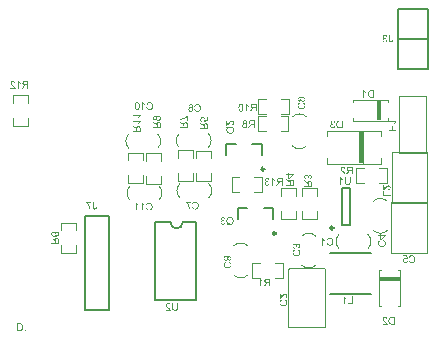
<source format=gbo>
G04*
G04 #@! TF.GenerationSoftware,Altium Limited,Altium Designer,21.0.8 (223)*
G04*
G04 Layer_Color=32896*
%FSTAX24Y24*%
%MOIN*%
G70*
G04*
G04 #@! TF.SameCoordinates,54288C87-6C50-4DCC-9232-1D79D91570B4*
G04*
G04*
G04 #@! TF.FilePolarity,Positive*
G04*
G01*
G75*
%ADD10C,0.0070*%
%ADD12C,0.0079*%
%ADD13C,0.0039*%
%ADD53C,0.0098*%
%ADD54C,0.0060*%
%ADD55R,0.0180X0.0690*%
%ADD56R,0.0140X0.1100*%
%ADD57R,0.0690X0.0180*%
G36*
X06405Y041712D02*
X064015D01*
Y041747D01*
X06405D01*
Y041712D01*
D02*
G37*
G36*
X063859Y041963D02*
X063866Y041963D01*
X063874Y041962D01*
X063881Y041961D01*
X063887Y04196D01*
X063888D01*
X063888Y04196D01*
X063889D01*
X063891Y041959D01*
X063895Y041958D01*
X0639Y041956D01*
X063906Y041953D01*
X063912Y04195D01*
X063918Y041946D01*
X063924Y041942D01*
X063924Y041941D01*
X063925Y041941D01*
X063926Y04194D01*
X063927Y041939D01*
X063931Y041935D01*
X063935Y04193D01*
X06394Y041924D01*
X063945Y041917D01*
X06395Y041908D01*
X063954Y041899D01*
Y041898D01*
X063954Y041898D01*
X063955Y041896D01*
X063955Y041894D01*
X063956Y041891D01*
X063957Y041889D01*
X063958Y041885D01*
X063959Y041881D01*
X06396Y041877D01*
X063961Y041873D01*
X063963Y041862D01*
X063964Y041851D01*
X063964Y041839D01*
Y041838D01*
Y041838D01*
Y041836D01*
Y041834D01*
X063964Y041831D01*
Y041829D01*
X063963Y041822D01*
X063962Y041814D01*
X063961Y041805D01*
X063959Y041796D01*
X063957Y041788D01*
Y041787D01*
X063957Y041787D01*
X063956Y041786D01*
X063956Y041784D01*
X063955Y04178D01*
X063952Y041775D01*
X06395Y041769D01*
X063947Y041763D01*
X063944Y041757D01*
X06394Y041751D01*
X06394Y041751D01*
X063938Y041749D01*
X063936Y041746D01*
X063933Y041743D01*
X06393Y041739D01*
X063926Y041736D01*
X063922Y041732D01*
X063917Y041728D01*
X063916Y041728D01*
X063915Y041727D01*
X063912Y041726D01*
X063909Y041724D01*
X063904Y041722D01*
X063899Y04172D01*
X063893Y041718D01*
X063887Y041716D01*
X063886D01*
X063885Y041715D01*
X063884Y041715D01*
X06388Y041715D01*
X063875Y041714D01*
X063869Y041713D01*
X063862Y041712D01*
X063855Y041712D01*
X063846Y041712D01*
X063756D01*
Y041964D01*
X063853D01*
X063859Y041963D01*
D02*
G37*
G36*
X063626Y050043D02*
X063633Y050042D01*
X063638Y050041D01*
X063644Y05004D01*
X063649Y050039D01*
X063654Y050037D01*
X063658Y050035D01*
X063662Y050034D01*
X063666Y050032D01*
X063669Y05003D01*
X063671Y050028D01*
X063673Y050027D01*
X063675Y050026D01*
X063676Y050025D01*
X063677Y050024D01*
X063677Y050024D01*
X063681Y05002D01*
X063684Y050016D01*
X063688Y050012D01*
X06369Y050008D01*
X063694Y049999D01*
X063697Y04999D01*
X063698Y049986D01*
X0637Y049982D01*
X0637Y049979D01*
X063701Y049976D01*
X063701Y049973D01*
Y049972D01*
X063702Y049971D01*
Y04997D01*
X06367Y049967D01*
X063669Y049975D01*
X063668Y049983D01*
X063666Y049989D01*
X063663Y049994D01*
X063661Y049999D01*
X063659Y050001D01*
X063657Y050003D01*
X063657Y050004D01*
X063651Y050008D01*
X063645Y050012D01*
X063639Y050014D01*
X063634Y050016D01*
X063629Y050017D01*
X063624Y050017D01*
X063623Y050017D01*
X063621D01*
X063613Y050017D01*
X063606Y050016D01*
X0636Y050013D01*
X063595Y050011D01*
X063591Y050009D01*
X063589Y050007D01*
X063587Y050005D01*
X063586Y050005D01*
X063582Y05D01*
X063578Y049995D01*
X063576Y049989D01*
X063574Y049984D01*
X063573Y04998D01*
X063573Y049977D01*
X063573Y049975D01*
Y049974D01*
Y049974D01*
X063573Y049967D01*
X063575Y04996D01*
X063577Y049954D01*
X06358Y049948D01*
X063583Y049944D01*
X063585Y04994D01*
X063586Y049938D01*
X063587Y049937D01*
X063587Y049937D01*
Y049936D01*
X06359Y049932D01*
X063594Y049928D01*
X063598Y049924D01*
X063602Y04992D01*
X063611Y049911D01*
X063621Y049902D01*
X063625Y049898D01*
X063629Y049894D01*
X063633Y049891D01*
X063637Y049888D01*
X063639Y049886D01*
X063641Y049884D01*
X063643Y049883D01*
X063643Y049883D01*
X063652Y049875D01*
X063661Y049868D01*
X063668Y049861D01*
X063673Y049856D01*
X063678Y049851D01*
X063681Y049848D01*
X063683Y049846D01*
X063684Y049845D01*
Y049845D01*
X063689Y049839D01*
X063693Y049833D01*
X063696Y049827D01*
X063699Y049822D01*
X063701Y049818D01*
X063703Y049814D01*
X063704Y049812D01*
X063704Y049812D01*
Y049811D01*
X063705Y049807D01*
X063706Y049804D01*
X063707Y0498D01*
X063707Y049797D01*
X063708Y049794D01*
Y049792D01*
Y04979D01*
Y04979D01*
X06354D01*
Y04982D01*
X063665D01*
X06366Y049826D01*
X063658Y049829D01*
X063656Y049831D01*
X063654Y049833D01*
X063653Y049835D01*
X063652Y049836D01*
X063652Y049836D01*
X06365Y049838D01*
X063648Y04984D01*
X063642Y049845D01*
X063637Y04985D01*
X06363Y049856D01*
X063625Y04986D01*
X063622Y049862D01*
X06362Y049865D01*
X063618Y049866D01*
X063617Y049867D01*
X063616Y049868D01*
X063615Y049868D01*
X06361Y049873D01*
X063604Y049878D01*
X063599Y049883D01*
X063594Y049887D01*
X06359Y049891D01*
X063586Y049894D01*
X063582Y049898D01*
X063579Y049901D01*
X063577Y049904D01*
X063574Y049906D01*
X063573Y049908D01*
X063571Y049909D01*
X063569Y049912D01*
X063568Y049912D01*
X063563Y049918D01*
X063559Y049924D01*
X063555Y049929D01*
X063552Y049934D01*
X06355Y049938D01*
X063548Y049941D01*
X063548Y049943D01*
X063547Y049943D01*
X063545Y049949D01*
X063544Y049954D01*
X063542Y049959D01*
X063542Y049964D01*
X063541Y049968D01*
X063541Y049971D01*
Y049972D01*
Y049973D01*
X063541Y049979D01*
X063542Y049984D01*
X063543Y049989D01*
X063544Y049993D01*
X063548Y050002D01*
X063551Y050009D01*
X063554Y050012D01*
X063555Y050015D01*
X063557Y050017D01*
X063559Y050019D01*
X063561Y05002D01*
X063561Y050022D01*
X063562Y050022D01*
X063562Y050023D01*
X063566Y050026D01*
X063571Y05003D01*
X063575Y050032D01*
X06358Y050034D01*
X06359Y050038D01*
X063599Y05004D01*
X063603Y050041D01*
X063607Y050042D01*
X063611Y050042D01*
X063614Y050043D01*
X063616Y050043D01*
X06362D01*
X063626Y050043D01*
D02*
G37*
G36*
X063806Y050037D02*
X06381Y050031D01*
X063815Y050025D01*
X063819Y05002D01*
X063824Y050016D01*
X063827Y050012D01*
X063828Y050011D01*
X06383Y05001D01*
X06383Y050009D01*
X06383Y050009D01*
X063838Y050003D01*
X063846Y049997D01*
X063853Y049992D01*
X06386Y049988D01*
X063866Y049984D01*
X063869Y049983D01*
X063871Y049982D01*
X063873Y049981D01*
X063874Y04998D01*
X063875Y04998D01*
X063875D01*
Y04995D01*
X06387Y049952D01*
X063864Y049955D01*
X063859Y049957D01*
X063854Y04996D01*
X06385Y049962D01*
X063846Y049964D01*
X063844Y049965D01*
X063843Y049965D01*
X063843D01*
X063836Y049969D01*
X063831Y049973D01*
X063825Y049977D01*
X063822Y04998D01*
X063818Y049983D01*
X063816Y049985D01*
X063814Y049987D01*
X063813Y049987D01*
Y04979D01*
X063783D01*
Y050043D01*
X063803D01*
X063806Y050037D01*
D02*
G37*
G36*
X06414Y04979D02*
X064107D01*
Y049902D01*
X064064D01*
X06406Y049901D01*
X064057D01*
X064054Y049901D01*
X064052Y049901D01*
X064051D01*
X06405Y0499D01*
X06405D01*
X064044Y049898D01*
X064041Y049897D01*
X064039Y049896D01*
X064037Y049895D01*
X064036Y049894D01*
X064035Y049894D01*
X064034Y049894D01*
X064032Y049892D01*
X064029Y049889D01*
X064023Y049884D01*
X064021Y049881D01*
X064019Y049879D01*
X064018Y049877D01*
X064017Y049877D01*
X064014Y049872D01*
X06401Y049866D01*
X064006Y049861D01*
X064002Y049855D01*
X063998Y04985D01*
X063996Y049846D01*
X063995Y049845D01*
X063994Y049844D01*
X063993Y049843D01*
Y049842D01*
X06396Y04979D01*
X063919D01*
X063962Y049858D01*
X063967Y049866D01*
X063972Y049872D01*
X063977Y049878D01*
X063981Y049883D01*
X063984Y049886D01*
X063987Y049889D01*
X063989Y049891D01*
X06399Y049892D01*
X063993Y049894D01*
X063996Y049897D01*
X064002Y049901D01*
X064005Y049902D01*
X064008Y049904D01*
X064009Y049904D01*
X06401Y049905D01*
X064003Y049906D01*
X063997Y049907D01*
X063991Y049909D01*
X063986Y04991D01*
X063981Y049912D01*
X063977Y049914D01*
X063973Y049916D01*
X063969Y049918D01*
X063966Y04992D01*
X063963Y049922D01*
X063961Y049923D01*
X063959Y049925D01*
X063958Y049926D01*
X063957Y049927D01*
X063957Y049927D01*
X063956Y049928D01*
X063953Y049931D01*
X06395Y049935D01*
X063946Y049943D01*
X063943Y04995D01*
X063941Y049957D01*
X063939Y049964D01*
X063939Y049966D01*
Y049969D01*
X063939Y049971D01*
Y049972D01*
Y049973D01*
Y049973D01*
X063939Y049981D01*
X06394Y049988D01*
X063942Y049994D01*
X063944Y05D01*
X063946Y050004D01*
X063947Y050008D01*
X063949Y05001D01*
X063949Y050011D01*
Y050011D01*
X063954Y050017D01*
X063958Y050022D01*
X063963Y050026D01*
X063967Y05003D01*
X063971Y050032D01*
X063974Y050034D01*
X063977Y050035D01*
X063977Y050035D01*
X063977D01*
X063981Y050036D01*
X063985Y050037D01*
X063993Y050039D01*
X064001Y05004D01*
X064009Y050041D01*
X064017Y050042D01*
X06402D01*
X064023Y050042D01*
X06414D01*
Y04979D01*
D02*
G37*
G36*
X075986Y046438D02*
X075992Y046443D01*
X075995Y046445D01*
X075997Y046447D01*
X075999Y046449D01*
X076001Y04645D01*
X076002Y046451D01*
X076002Y046451D01*
X076004Y046453D01*
X076006Y046455D01*
X076011Y046461D01*
X076016Y046466D01*
X076022Y046473D01*
X076026Y046478D01*
X076028Y046481D01*
X076031Y046483D01*
X076032Y046485D01*
X076033Y046486D01*
X076034Y046487D01*
X076034Y046487D01*
X076039Y046493D01*
X076044Y046499D01*
X076049Y046504D01*
X076053Y046509D01*
X076057Y046513D01*
X076061Y046517D01*
X076064Y046521D01*
X076067Y046524D01*
X07607Y046526D01*
X076072Y046529D01*
X076074Y04653D01*
X076075Y046532D01*
X076078Y046534D01*
X076078Y046535D01*
X076085Y04654D01*
X07609Y046544D01*
X076095Y046548D01*
X0761Y046551D01*
X076104Y046553D01*
X076107Y046554D01*
X076109Y046555D01*
X076109Y046556D01*
X076115Y046558D01*
X07612Y046559D01*
X076125Y046561D01*
X07613Y046561D01*
X076134Y046562D01*
X076137Y046562D01*
X076138D01*
X076139D01*
X076145Y046562D01*
X07615Y046561D01*
X076155Y04656D01*
X076159Y046559D01*
X076168Y046555D01*
X076175Y046552D01*
X076178Y046549D01*
X076181Y046548D01*
X076183Y046546D01*
X076185Y046544D01*
X076186Y046542D01*
X076188Y046542D01*
X076188Y046541D01*
X076189Y046541D01*
X076192Y046537D01*
X076196Y046532D01*
X076198Y046528D01*
X0762Y046523D01*
X076204Y046513D01*
X076206Y046504D01*
X076207Y0465D01*
X076208Y046496D01*
X076208Y046492D01*
X076209Y046489D01*
X076209Y046487D01*
Y046483D01*
X076209Y046477D01*
X076208Y04647D01*
X076207Y046465D01*
X076206Y046459D01*
X076205Y046454D01*
X076203Y046449D01*
X076201Y046445D01*
X0762Y046441D01*
X076198Y046437D01*
X076196Y046434D01*
X076194Y046432D01*
X076193Y04643D01*
X076192Y046428D01*
X076191Y046427D01*
X07619Y046426D01*
X07619Y046426D01*
X076186Y046422D01*
X076182Y046419D01*
X076178Y046415D01*
X076174Y046413D01*
X076165Y046409D01*
X076156Y046406D01*
X076152Y046405D01*
X076148Y046403D01*
X076145Y046403D01*
X076142Y046402D01*
X076139Y046402D01*
X076138D01*
X076137Y046401D01*
X076136D01*
X076133Y046433D01*
X076141Y046434D01*
X076149Y046435D01*
X076155Y046437D01*
X07616Y04644D01*
X076165Y046442D01*
X076168Y046444D01*
X076169Y046446D01*
X07617Y046446D01*
X076174Y046452D01*
X076178Y046458D01*
X07618Y046464D01*
X076182Y046469D01*
X076183Y046474D01*
X076183Y046479D01*
X076184Y04648D01*
Y046482D01*
X076183Y04649D01*
X076182Y046497D01*
X07618Y046503D01*
X076177Y046508D01*
X076175Y046512D01*
X076173Y046514D01*
X076172Y046516D01*
X076171Y046517D01*
X076166Y046521D01*
X076161Y046525D01*
X076156Y046527D01*
X07615Y046529D01*
X076146Y04653D01*
X076143Y04653D01*
X076141Y04653D01*
X07614D01*
X07614D01*
X076133Y04653D01*
X076126Y046528D01*
X07612Y046526D01*
X076114Y046523D01*
X07611Y04652D01*
X076106Y046518D01*
X076104Y046517D01*
X076103Y046516D01*
X076103Y046516D01*
X076102D01*
X076098Y046513D01*
X076094Y046509D01*
X07609Y046505D01*
X076086Y046501D01*
X076077Y046491D01*
X076068Y046482D01*
X076064Y046478D01*
X076061Y046474D01*
X076057Y04647D01*
X076054Y046466D01*
X076052Y046464D01*
X07605Y046462D01*
X076049Y04646D01*
X076049Y04646D01*
X076041Y046451D01*
X076034Y046442D01*
X076027Y046435D01*
X076022Y04643D01*
X076017Y046425D01*
X076014Y046422D01*
X076012Y04642D01*
X076011Y046419D01*
X076011D01*
X076005Y046414D01*
X075999Y04641D01*
X075993Y046407D01*
X075988Y046404D01*
X075984Y046402D01*
X07598Y0464D01*
X075978Y046399D01*
X075978Y046399D01*
X075978D01*
X075974Y046398D01*
X07597Y046397D01*
X075966Y046396D01*
X075963Y046396D01*
X07596Y046395D01*
X075958D01*
X075956D01*
X075956D01*
Y046562D01*
X075986D01*
Y046438D01*
D02*
G37*
G36*
Y046249D02*
X076208D01*
Y046215D01*
X075956D01*
Y046373D01*
X075986D01*
Y046249D01*
D02*
G37*
G36*
X067934Y045978D02*
X067938Y045972D01*
X067942Y045967D01*
X067947Y045961D01*
X067951Y045957D01*
X067954Y045953D01*
X067956Y045952D01*
X067957Y045951D01*
X067957Y045951D01*
X067958Y045951D01*
X067965Y045944D01*
X067973Y045939D01*
X06798Y045933D01*
X067988Y045929D01*
X067994Y045926D01*
X067996Y045924D01*
X067998Y045923D01*
X068Y045922D01*
X068002Y045922D01*
X068002Y045921D01*
X068003D01*
Y045891D01*
X067997Y045893D01*
X067992Y045896D01*
X067986Y045898D01*
X067981Y045901D01*
X067977Y045903D01*
X067973Y045905D01*
X067971Y045907D01*
X067971Y045907D01*
X06797D01*
X067964Y045911D01*
X067958Y045915D01*
X067953Y045919D01*
X067949Y045922D01*
X067945Y045924D01*
X067943Y045927D01*
X067941Y045928D01*
X067941Y045928D01*
Y045731D01*
X06791D01*
Y045984D01*
X06793D01*
X067934Y045978D01*
D02*
G37*
G36*
X067738D02*
X067742Y045972D01*
X067747Y045967D01*
X067751Y045961D01*
X067755Y045957D01*
X067759Y045953D01*
X06776Y045952D01*
X067761Y045951D01*
X067762Y045951D01*
X067762Y045951D01*
X06777Y045944D01*
X067777Y045939D01*
X067784Y045933D01*
X067792Y045929D01*
X067798Y045926D01*
X0678Y045924D01*
X067803Y045923D01*
X067804Y045922D01*
X067806Y045922D01*
X067807Y045921D01*
X067807D01*
Y045891D01*
X067802Y045893D01*
X067796Y045896D01*
X067791Y045898D01*
X067786Y045901D01*
X067781Y045903D01*
X067778Y045905D01*
X067775Y045907D01*
X067775Y045907D01*
X067775D01*
X067768Y045911D01*
X067762Y045915D01*
X067757Y045919D01*
X067753Y045922D01*
X067749Y045924D01*
X067747Y045927D01*
X067745Y045928D01*
X067745Y045928D01*
Y045731D01*
X067714D01*
Y045984D01*
X067734D01*
X067738Y045978D01*
D02*
G37*
G36*
X068171Y045987D02*
X068183Y045985D01*
X068193Y045983D01*
X068198Y045981D01*
X068202Y04598D01*
X068206Y045979D01*
X06821Y045977D01*
X068212Y045976D01*
X068215Y045975D01*
X068217Y045974D01*
X068219Y045973D01*
X06822Y045973D01*
X06822Y045972D01*
X06823Y045966D01*
X068238Y045959D01*
X068246Y045952D01*
X068252Y045944D01*
X068257Y045938D01*
X068258Y045935D01*
X06826Y045932D01*
X068261Y045931D01*
X068262Y045929D01*
X068262Y045928D01*
X068263Y045928D01*
X068268Y045916D01*
X068271Y045905D01*
X068274Y045893D01*
X068276Y045882D01*
X068277Y045878D01*
X068277Y045873D01*
X068277Y045869D01*
Y045866D01*
X068278Y045863D01*
Y045861D01*
Y04586D01*
Y045859D01*
X068277Y045846D01*
X068275Y045833D01*
X068274Y045822D01*
X068272Y045817D01*
X068271Y045812D01*
X06827Y045807D01*
X068269Y045803D01*
X068267Y0458D01*
X068267Y045797D01*
X068266Y045795D01*
X068265Y045793D01*
X068265Y045792D01*
Y045791D01*
X068259Y045781D01*
X068253Y045771D01*
X068246Y045762D01*
X068243Y045759D01*
X06824Y045756D01*
X068237Y045753D01*
X068234Y04575D01*
X068232Y045748D01*
X06823Y045747D01*
X068228Y045745D01*
X068227Y045744D01*
X068226Y045744D01*
X068226Y045743D01*
X068221Y045741D01*
X068215Y045738D01*
X068204Y045734D01*
X068194Y045731D01*
X068183Y045729D01*
X068178Y045729D01*
X068174Y045728D01*
X06817Y045727D01*
X068166D01*
X068163Y045727D01*
X068159D01*
X068152Y045727D01*
X068145Y045728D01*
X068139Y045729D01*
X068132Y04573D01*
X068127Y045732D01*
X068121Y045734D01*
X068116Y045736D01*
X068111Y045738D01*
X068107Y04574D01*
X068103Y045742D01*
X0681Y045743D01*
X068097Y045745D01*
X068096Y045747D01*
X068094Y045747D01*
X068093Y045748D01*
X068093Y045749D01*
X068088Y045753D01*
X068083Y045757D01*
X068079Y045762D01*
X068075Y045767D01*
X068069Y045778D01*
X068064Y045788D01*
X068061Y045793D01*
X06806Y045797D01*
X068058Y045801D01*
X068057Y045804D01*
X068056Y045807D01*
X068055Y045809D01*
X068055Y045811D01*
Y045811D01*
X068088Y04582D01*
X06809Y045814D01*
X068092Y045808D01*
X068093Y045803D01*
X068095Y045798D01*
X068097Y045794D01*
X0681Y04579D01*
X068102Y045787D01*
X068104Y045783D01*
X068106Y045781D01*
X068108Y045778D01*
X06811Y045776D01*
X068112Y045774D01*
X068113Y045773D01*
X068114Y045772D01*
X068115Y045772D01*
X068115Y045771D01*
X068119Y045769D01*
X068123Y045766D01*
X068131Y045762D01*
X068138Y045759D01*
X068146Y045758D01*
X068152Y045756D01*
X068155Y045756D01*
X068158D01*
X06816Y045755D01*
X068162D01*
X068171Y045756D01*
X068179Y045757D01*
X068186Y045759D01*
X068192Y045761D01*
X068198Y045763D01*
X0682Y045765D01*
X068202Y045765D01*
X068203Y045766D01*
X068204Y045767D01*
X068205Y045767D01*
X068205D01*
X068212Y045772D01*
X068218Y045778D01*
X068223Y045784D01*
X068227Y04579D01*
X06823Y045795D01*
X068233Y045799D01*
X068233Y045801D01*
X068234Y045802D01*
X068234Y045803D01*
Y045803D01*
X068237Y045813D01*
X068239Y045822D01*
X068241Y045832D01*
X068242Y04584D01*
X068243Y045844D01*
X068243Y045848D01*
Y045851D01*
X068243Y045854D01*
Y045856D01*
Y045858D01*
Y045859D01*
Y045859D01*
X068243Y045869D01*
X068242Y045877D01*
X068241Y045885D01*
X068239Y045893D01*
X068238Y045899D01*
X068238Y045901D01*
X068237Y045904D01*
X068237Y045905D01*
X068236Y045907D01*
X068236Y045907D01*
Y045908D01*
X068232Y045916D01*
X068228Y045924D01*
X068224Y04593D01*
X068219Y045935D01*
X068215Y04594D01*
X068212Y045943D01*
X068209Y045944D01*
X068209Y045945D01*
X068208D01*
X068201Y04595D01*
X068192Y045953D01*
X068184Y045956D01*
X068177Y045957D01*
X06817Y045959D01*
X068167Y045959D01*
X068164D01*
X068163Y045959D01*
X06816D01*
X068151Y045959D01*
X068142Y045957D01*
X068135Y045955D01*
X068129Y045953D01*
X068124Y045951D01*
X068121Y045949D01*
X068119Y045947D01*
X068118Y045947D01*
X068112Y045941D01*
X068107Y045935D01*
X068102Y045928D01*
X068099Y045922D01*
X068096Y045916D01*
X068095Y045913D01*
X068094Y045911D01*
X068093Y045909D01*
X068092Y045908D01*
X068092Y045907D01*
Y045907D01*
X068059Y045914D01*
X068061Y045921D01*
X068064Y045927D01*
X068067Y045932D01*
X068069Y045937D01*
X068072Y045942D01*
X068075Y045947D01*
X068078Y045951D01*
X068081Y045955D01*
X068084Y045957D01*
X068087Y04596D01*
X068089Y045963D01*
X068091Y045965D01*
X068093Y045967D01*
X068094Y045968D01*
X068095Y045968D01*
X068095Y045968D01*
X0681Y045972D01*
X068105Y045975D01*
X068111Y045977D01*
X068116Y04598D01*
X068127Y045983D01*
X068137Y045985D01*
X068142Y045986D01*
X068146Y045987D01*
X06815Y045987D01*
X068153Y045987D01*
X068155Y045988D01*
X068159D01*
X068171Y045987D01*
D02*
G37*
G36*
X06795Y049329D02*
X067954Y049323D01*
X067959Y049317D01*
X067963Y049312D01*
X067967Y049307D01*
X067971Y049304D01*
X067972Y049303D01*
X067973Y049302D01*
X067973Y049301D01*
X067974Y049301D01*
X067982Y049295D01*
X067989Y049289D01*
X067996Y049284D01*
X068004Y04928D01*
X06801Y049276D01*
X068012Y049275D01*
X068015Y049274D01*
X068016Y049273D01*
X068018Y049272D01*
X068019Y049271D01*
X068019D01*
Y049242D01*
X068014Y049244D01*
X068008Y049246D01*
X068003Y049249D01*
X067998Y049251D01*
X067993Y049254D01*
X06799Y049255D01*
X067987Y049257D01*
X067987Y049257D01*
X067987D01*
X06798Y049261D01*
X067974Y049265D01*
X067969Y049269D01*
X067965Y049272D01*
X067961Y049275D01*
X067959Y049277D01*
X067957Y049278D01*
X067957Y049279D01*
Y049082D01*
X067926D01*
Y049335D01*
X067946D01*
X06795Y049329D01*
D02*
G37*
G36*
X068187Y049337D02*
X068199Y049336D01*
X068209Y049333D01*
X068214Y049332D01*
X068218Y04933D01*
X068222Y049329D01*
X068226Y049328D01*
X068229Y049326D01*
X068232Y049325D01*
X068233Y049324D01*
X068235Y049324D01*
X068236Y049323D01*
X068236Y049323D01*
X068246Y049317D01*
X068254Y049309D01*
X068262Y049302D01*
X068268Y049295D01*
X068273Y049288D01*
X068275Y049285D01*
X068276Y049283D01*
X068277Y049281D01*
X068278Y049279D01*
X068279Y049278D01*
X068279Y049278D01*
X068284Y049267D01*
X068288Y049255D01*
X06829Y049243D01*
X068292Y049233D01*
X068293Y049228D01*
X068293Y049223D01*
X068293Y04922D01*
Y049216D01*
X068294Y049214D01*
Y049211D01*
Y04921D01*
Y04921D01*
X068293Y049196D01*
X068292Y049184D01*
X06829Y049172D01*
X068288Y049167D01*
X068287Y049162D01*
X068286Y049158D01*
X068285Y049154D01*
X068284Y04915D01*
X068283Y049147D01*
X068282Y049145D01*
X068281Y049143D01*
X068281Y049142D01*
Y049142D01*
X068275Y049131D01*
X068269Y049121D01*
X068263Y049113D01*
X068259Y049109D01*
X068256Y049106D01*
X068253Y049103D01*
X06825Y049101D01*
X068248Y049099D01*
X068246Y049097D01*
X068244Y049096D01*
X068243Y049095D01*
X068242Y049094D01*
X068242Y049094D01*
X068237Y049091D01*
X068232Y049088D01*
X068221Y049084D01*
X06821Y049081D01*
X068199Y04908D01*
X068194Y049079D01*
X06819Y049078D01*
X068186Y049078D01*
X068182D01*
X06818Y049077D01*
X068176D01*
X068168Y049078D01*
X068161Y049079D01*
X068155Y049079D01*
X068149Y049081D01*
X068143Y049083D01*
X068137Y049084D01*
X068132Y049086D01*
X068127Y049088D01*
X068123Y04909D01*
X068119Y049092D01*
X068117Y049094D01*
X068114Y049096D01*
X068112Y049097D01*
X06811Y049098D01*
X068109Y049099D01*
X068109Y049099D01*
X068104Y049103D01*
X068099Y049108D01*
X068095Y049113D01*
X068091Y049118D01*
X068085Y049128D01*
X06808Y049138D01*
X068078Y049143D01*
X068076Y049147D01*
X068074Y049151D01*
X068073Y049155D01*
X068072Y049158D01*
X068071Y04916D01*
X068071Y049161D01*
Y049162D01*
X068105Y04917D01*
X068106Y049164D01*
X068108Y049159D01*
X06811Y049154D01*
X068111Y049149D01*
X068114Y049144D01*
X068116Y049141D01*
X068118Y049137D01*
X068121Y049134D01*
X068122Y049131D01*
X068125Y049129D01*
X068126Y049127D01*
X068128Y049125D01*
X068129Y049124D01*
X06813Y049123D01*
X068131Y049122D01*
X068131Y049122D01*
X068135Y049119D01*
X068139Y049117D01*
X068147Y049113D01*
X068154Y04911D01*
X068162Y049108D01*
X068169Y049107D01*
X068171Y049106D01*
X068174D01*
X068176Y049106D01*
X068178D01*
X068187Y049106D01*
X068195Y049108D01*
X068202Y049109D01*
X068209Y049112D01*
X068214Y049114D01*
X068216Y049115D01*
X068218Y049116D01*
X068219Y049116D01*
X06822Y049117D01*
X068221Y049117D01*
X068221D01*
X068228Y049123D01*
X068234Y049128D01*
X068239Y049134D01*
X068243Y04914D01*
X068246Y049145D01*
X068249Y04915D01*
X068249Y049151D01*
X06825Y049152D01*
X06825Y049153D01*
Y049154D01*
X068253Y049163D01*
X068256Y049172D01*
X068257Y049182D01*
X068259Y049191D01*
X068259Y049195D01*
X068259Y049198D01*
Y049202D01*
X06826Y049204D01*
Y049206D01*
Y049208D01*
Y049209D01*
Y04921D01*
X068259Y049219D01*
X068259Y049228D01*
X068257Y049236D01*
X068256Y049243D01*
X068254Y049249D01*
X068254Y049252D01*
X068253Y049254D01*
X068253Y049256D01*
X068252Y049257D01*
X068252Y049258D01*
Y049258D01*
X068248Y049266D01*
X068244Y049274D01*
X06824Y04928D01*
X068235Y049286D01*
X068231Y04929D01*
X068228Y049293D01*
X068225Y049295D01*
X068225Y049295D01*
X068225D01*
X068217Y0493D01*
X068209Y049304D01*
X068201Y049306D01*
X068193Y049308D01*
X068186Y049309D01*
X068183Y049309D01*
X068181D01*
X068179Y04931D01*
X068176D01*
X068167Y049309D01*
X068158Y049308D01*
X068151Y049306D01*
X068145Y049303D01*
X068141Y049301D01*
X068137Y049299D01*
X068135Y049298D01*
X068134Y049297D01*
X068128Y049291D01*
X068123Y049285D01*
X068118Y049279D01*
X068115Y049272D01*
X068112Y049266D01*
X068111Y049263D01*
X06811Y049261D01*
X068109Y049259D01*
X068109Y049258D01*
X068108Y049257D01*
Y049257D01*
X068075Y049265D01*
X068078Y049271D01*
X06808Y049277D01*
X068083Y049282D01*
X068085Y049288D01*
X068088Y049293D01*
X068091Y049297D01*
X068094Y049301D01*
X068097Y049305D01*
X0681Y049308D01*
X068103Y049311D01*
X068105Y049313D01*
X068107Y049315D01*
X068109Y049317D01*
X06811Y049318D01*
X068111Y049318D01*
X068111Y049319D01*
X068117Y049322D01*
X068122Y049325D01*
X068127Y049328D01*
X068132Y04933D01*
X068143Y049333D01*
X068153Y049336D01*
X068158Y049337D01*
X068162Y049337D01*
X068166Y049337D01*
X068169Y049338D01*
X068172Y049338D01*
X068175D01*
X068187Y049337D01*
D02*
G37*
G36*
X067774Y049334D02*
X067783Y049333D01*
X067791Y04933D01*
X067798Y049328D01*
X067803Y049325D01*
X067805Y049324D01*
X067807Y049322D01*
X067809Y049321D01*
X06781Y049321D01*
X06781Y04932D01*
X06781D01*
X067817Y049314D01*
X067822Y049307D01*
X067827Y0493D01*
X067831Y049294D01*
X067834Y049287D01*
X067835Y049285D01*
X067836Y049282D01*
X067837Y049281D01*
X067837Y049279D01*
X067838Y049278D01*
Y049278D01*
X067839Y049273D01*
X067841Y049267D01*
X067843Y049255D01*
X067845Y049243D01*
X067846Y049232D01*
X067846Y049226D01*
X067846Y049222D01*
Y049217D01*
X067847Y049213D01*
Y04921D01*
Y049208D01*
Y049206D01*
Y049206D01*
X067846Y049193D01*
X067846Y049181D01*
X067845Y04917D01*
X067843Y04916D01*
X067841Y049151D01*
X067839Y049142D01*
X067837Y049135D01*
X067834Y049128D01*
X067832Y049122D01*
X06783Y049117D01*
X067828Y049113D01*
X067826Y049109D01*
X067824Y049107D01*
X067823Y049105D01*
X067822Y049104D01*
X067822Y049103D01*
X067818Y049099D01*
X067814Y049095D01*
X067809Y049091D01*
X067804Y049088D01*
X067799Y049086D01*
X067795Y049084D01*
X06779Y049082D01*
X067786Y049081D01*
X067781Y04908D01*
X067777Y049079D01*
X067774Y049078D01*
X067771Y049078D01*
X067768Y049077D01*
X067765D01*
X067755Y049078D01*
X067746Y04908D01*
X067738Y049082D01*
X067731Y049085D01*
X067726Y049087D01*
X067724Y049089D01*
X067722Y04909D01*
X067721Y049091D01*
X06772Y049091D01*
X067719Y049092D01*
X067719D01*
X067712Y049098D01*
X067707Y049105D01*
X067702Y049112D01*
X067699Y049119D01*
X067696Y049125D01*
X067694Y049127D01*
X067694Y04913D01*
X067693Y049132D01*
X067692Y049133D01*
X067692Y049134D01*
Y049134D01*
X06769Y04914D01*
X067688Y049145D01*
X067686Y049157D01*
X067684Y049169D01*
X067683Y04918D01*
X067683Y049186D01*
X067683Y04919D01*
Y049195D01*
X067682Y049199D01*
Y049202D01*
Y049204D01*
Y049206D01*
Y049206D01*
Y049213D01*
X067683Y049219D01*
Y049225D01*
X067683Y049231D01*
X067684Y049236D01*
X067684Y049241D01*
X067684Y049246D01*
X067685Y04925D01*
X067686Y049253D01*
X067686Y049257D01*
X067687Y049259D01*
X067687Y049261D01*
X067687Y049263D01*
X067688Y049264D01*
X067688Y049265D01*
Y049265D01*
X06769Y049273D01*
X067693Y049281D01*
X067696Y049287D01*
X067698Y049292D01*
X0677Y049297D01*
X067702Y0493D01*
X067703Y049302D01*
X067704Y049303D01*
X067708Y049308D01*
X067712Y049313D01*
X067716Y049317D01*
X06772Y049321D01*
X067724Y049323D01*
X067727Y049325D01*
X067729Y049326D01*
X067729Y049326D01*
X067729D01*
X067735Y049329D01*
X067741Y049331D01*
X067747Y049333D01*
X067753Y049334D01*
X067757Y049334D01*
X067761Y049335D01*
X067765D01*
X067774Y049334D01*
D02*
G37*
G36*
X072111Y046808D02*
X07212Y046806D01*
X072129Y046803D01*
X072136Y0468D01*
X072139Y046799D01*
X072142Y046797D01*
X072144Y046796D01*
X072146Y046794D01*
X072148Y046793D01*
X072149Y046792D01*
X07215Y046792D01*
X07215Y046792D01*
X072157Y046785D01*
X072162Y046777D01*
X072167Y046769D01*
X07217Y046761D01*
X072172Y046754D01*
X072174Y046751D01*
X072174Y046749D01*
X072175Y046747D01*
X072175Y046745D01*
X072175Y046744D01*
Y046744D01*
X072144Y046738D01*
X072143Y046746D01*
X072141Y046753D01*
X072138Y046759D01*
X072136Y046764D01*
X072133Y046767D01*
X072131Y04677D01*
X07213Y046772D01*
X072129Y046772D01*
X072124Y046776D01*
X072119Y046779D01*
X072115Y04678D01*
X07211Y046782D01*
X072106Y046783D01*
X072102Y046783D01*
X072099D01*
X072093Y046783D01*
X072087Y046782D01*
X072082Y04678D01*
X072077Y046778D01*
X072074Y046776D01*
X072072Y046774D01*
X07207Y046772D01*
X072069Y046772D01*
X072065Y046768D01*
X072063Y046763D01*
X072061Y046758D01*
X072059Y046754D01*
X072059Y04675D01*
X072058Y046747D01*
Y046745D01*
Y046744D01*
Y046744D01*
Y04674D01*
X072059Y046736D01*
X07206Y04673D01*
X072063Y046725D01*
X072066Y04672D01*
X072069Y046717D01*
X072071Y046714D01*
X072073Y046713D01*
X072073Y046712D01*
X072074D01*
X07208Y046709D01*
X072086Y046707D01*
X072092Y046705D01*
X072098Y046704D01*
X072102Y046703D01*
X072106Y046702D01*
X072111D01*
X072112Y046703D01*
X072114D01*
X072118Y046675D01*
X072113Y046676D01*
X072109Y046677D01*
X072105Y046678D01*
X072102Y046678D01*
X072099Y046679D01*
X072096D01*
X072088Y046678D01*
X072081Y046676D01*
X072075Y046674D01*
X07207Y046672D01*
X072066Y046669D01*
X072063Y046667D01*
X072061Y046665D01*
X072061Y046665D01*
X072056Y046659D01*
X072052Y046653D01*
X07205Y046648D01*
X072048Y046642D01*
X072047Y046637D01*
X072047Y046633D01*
X072047Y046632D01*
Y046631D01*
Y04663D01*
Y046629D01*
X072047Y046621D01*
X072049Y046614D01*
X072051Y046608D01*
X072054Y046602D01*
X072057Y046598D01*
X072059Y046595D01*
X072061Y046593D01*
X072062Y046592D01*
X072068Y046587D01*
X072074Y046583D01*
X07208Y046581D01*
X072086Y046579D01*
X072091Y046578D01*
X072095Y046577D01*
X072096Y046577D01*
X072099D01*
X072105Y046577D01*
X072111Y046579D01*
X072117Y046581D01*
X072121Y046583D01*
X072125Y046585D01*
X072128Y046586D01*
X072129Y046588D01*
X07213Y046588D01*
X072134Y046593D01*
X072138Y046599D01*
X072141Y046605D01*
X072144Y046612D01*
X072146Y046617D01*
X072146Y04662D01*
X072147Y046622D01*
X072147Y046624D01*
X072147Y046625D01*
X072148Y046626D01*
Y046627D01*
X072179Y046623D01*
X072178Y046617D01*
X072177Y046611D01*
X072174Y046601D01*
X07217Y046592D01*
X072167Y046589D01*
X072165Y046585D01*
X072163Y046582D01*
X072161Y046579D01*
X072159Y046577D01*
X072157Y046575D01*
X072156Y046573D01*
X072155Y046572D01*
X072154Y046572D01*
X072154Y046571D01*
X07215Y046568D01*
X072145Y046565D01*
X072141Y046562D01*
X072136Y04656D01*
X072127Y046556D01*
X072118Y046554D01*
X072114Y046553D01*
X072111Y046553D01*
X072107Y046552D01*
X072104Y046552D01*
X072102Y046552D01*
X072099D01*
X072092Y046552D01*
X072086Y046553D01*
X07208Y046554D01*
X072074Y046555D01*
X072068Y046557D01*
X072064Y046559D01*
X072059Y046561D01*
X072055Y046563D01*
X072051Y046565D01*
X072048Y046567D01*
X072045Y046569D01*
X072043Y046571D01*
X072041Y046572D01*
X072039Y046573D01*
X072039Y046574D01*
X072038Y046574D01*
X072034Y046579D01*
X07203Y046584D01*
X072027Y046588D01*
X072024Y046593D01*
X072022Y046597D01*
X07202Y046602D01*
X072017Y046611D01*
X072016Y046615D01*
X072015Y046618D01*
X072015Y046622D01*
X072014Y046625D01*
X072014Y046627D01*
Y046629D01*
Y04663D01*
Y04663D01*
X072014Y046639D01*
X072016Y046647D01*
X072018Y046654D01*
X07202Y04666D01*
X072022Y046664D01*
X072024Y046668D01*
X072026Y04667D01*
X072026Y046671D01*
X072031Y046676D01*
X072037Y046681D01*
X072043Y046685D01*
X072048Y046688D01*
X072053Y04669D01*
X072057Y046691D01*
X072059Y046692D01*
X07206Y046692D01*
X072061Y046692D01*
X072061D01*
X072055Y046696D01*
X07205Y046699D01*
X072045Y046703D01*
X072042Y046706D01*
X072039Y046709D01*
X072037Y046711D01*
X072036Y046713D01*
X072035Y046714D01*
X072032Y046719D01*
X07203Y046724D01*
X072028Y046729D01*
X072027Y046734D01*
X072027Y046738D01*
X072026Y04674D01*
Y046743D01*
Y046743D01*
X072027Y04675D01*
X072028Y046756D01*
X072029Y046761D01*
X072031Y046766D01*
X072033Y04677D01*
X072034Y046773D01*
X072035Y046775D01*
X072036Y046776D01*
X072039Y046781D01*
X072044Y046786D01*
X072048Y04679D01*
X072052Y046794D01*
X072056Y046796D01*
X072059Y046798D01*
X072061Y046799D01*
X072062Y0468D01*
X072062D01*
X072069Y046803D01*
X072075Y046805D01*
X072082Y046807D01*
X072088Y046808D01*
X072092Y046809D01*
X072096Y046809D01*
X072106D01*
X072111Y046808D01*
D02*
G37*
G36*
X072282Y046803D02*
X072286Y046797D01*
X072291Y046791D01*
X072295Y046786D01*
X0723Y046782D01*
X072303Y046778D01*
X072304Y046777D01*
X072305Y046776D01*
X072306Y046775D01*
X072306Y046775D01*
X072314Y046769D01*
X072321Y046763D01*
X072329Y046758D01*
X072336Y046754D01*
X072342Y04675D01*
X072345Y046749D01*
X072347Y046748D01*
X072349Y046747D01*
X07235Y046746D01*
X072351Y046746D01*
X072351D01*
Y046716D01*
X072346Y046718D01*
X07234Y04672D01*
X072335Y046723D01*
X07233Y046726D01*
X072325Y046728D01*
X072322Y04673D01*
X07232Y046731D01*
X072319Y046731D01*
X072319D01*
X072312Y046735D01*
X072306Y046739D01*
X072301Y046743D01*
X072297Y046746D01*
X072294Y046749D01*
X072292Y046751D01*
X07229Y046752D01*
X072289Y046753D01*
Y046556D01*
X072258D01*
Y046809D01*
X072278D01*
X072282Y046803D01*
D02*
G37*
G36*
X072616Y046556D02*
X072582D01*
Y046668D01*
X072539D01*
X072535Y046667D01*
X072532D01*
X07253Y046667D01*
X072528Y046667D01*
X072527D01*
X072526Y046666D01*
X072526D01*
X07252Y046664D01*
X072517Y046663D01*
X072515Y046662D01*
X072513Y046661D01*
X072511Y04666D01*
X072511Y04666D01*
X07251Y04666D01*
X072507Y046657D01*
X072504Y046655D01*
X072499Y046649D01*
X072496Y046647D01*
X072495Y046645D01*
X072494Y046643D01*
X072493Y046643D01*
X07249Y046638D01*
X072486Y046632D01*
X072482Y046627D01*
X072478Y046621D01*
X072474Y046616D01*
X072472Y046612D01*
X072471Y04661D01*
X07247Y046609D01*
X072469Y046609D01*
Y046608D01*
X072436Y046556D01*
X072395D01*
X072438Y046624D01*
X072443Y046632D01*
X072448Y046638D01*
X072452Y046644D01*
X072456Y046649D01*
X07246Y046652D01*
X072463Y046655D01*
X072465Y046657D01*
X072466Y046658D01*
X072468Y04666D01*
X072472Y046663D01*
X072478Y046667D01*
X072481Y046668D01*
X072483Y046669D01*
X072485Y04667D01*
X072486Y046671D01*
X072479Y046672D01*
X072473Y046673D01*
X072467Y046675D01*
X072462Y046676D01*
X072457Y046678D01*
X072453Y04668D01*
X072449Y046682D01*
X072445Y046684D01*
X072442Y046686D01*
X072439Y046688D01*
X072437Y046689D01*
X072435Y046691D01*
X072434Y046692D01*
X072433Y046693D01*
X072432Y046693D01*
X072432Y046693D01*
X072429Y046697D01*
X072426Y046701D01*
X072422Y046708D01*
X072419Y046716D01*
X072417Y046723D01*
X072415Y04673D01*
X072415Y046732D01*
Y046735D01*
X072415Y046736D01*
Y046738D01*
Y046739D01*
Y046739D01*
X072415Y046747D01*
X072416Y046754D01*
X072418Y04676D01*
X07242Y046766D01*
X072422Y04677D01*
X072423Y046774D01*
X072425Y046776D01*
X072425Y046776D01*
Y046777D01*
X072429Y046783D01*
X072434Y046788D01*
X072439Y046792D01*
X072443Y046795D01*
X072447Y046798D01*
X07245Y046799D01*
X072452Y0468D01*
X072453Y046801D01*
X072453D01*
X072456Y046802D01*
X07246Y046803D01*
X072468Y046805D01*
X072477Y046806D01*
X072485Y046807D01*
X072493Y046807D01*
X072496D01*
X072499Y046808D01*
X072616D01*
Y046556D01*
D02*
G37*
G36*
X067878Y048874D02*
X067872Y04887D01*
X067866Y048866D01*
X06786Y048861D01*
X067855Y048857D01*
X067851Y048853D01*
X067847Y048849D01*
X067846Y048848D01*
X067845Y048847D01*
X067845Y048847D01*
X067844Y048846D01*
X067838Y048839D01*
X067832Y048831D01*
X067827Y048824D01*
X067823Y048816D01*
X06782Y04881D01*
X067818Y048808D01*
X067817Y048805D01*
X067816Y048804D01*
X067816Y048802D01*
X067815Y048801D01*
Y048801D01*
X067785D01*
X067787Y048806D01*
X06779Y048812D01*
X067792Y048817D01*
X067795Y048822D01*
X067797Y048827D01*
X067799Y04883D01*
X0678Y048833D01*
X067801Y048833D01*
Y048833D01*
X067805Y04884D01*
X067809Y048846D01*
X067812Y048851D01*
X067816Y048855D01*
X067818Y048859D01*
X06782Y048861D01*
X067822Y048863D01*
X067822Y048863D01*
X067625D01*
Y048894D01*
X067878D01*
Y048874D01*
D02*
G37*
G36*
Y048678D02*
X067872Y048674D01*
X067866Y04867D01*
X06786Y048666D01*
X067855Y048661D01*
X067851Y048657D01*
X067847Y048654D01*
X067846Y048652D01*
X067845Y048651D01*
X067845Y048651D01*
X067844Y04865D01*
X067838Y048643D01*
X067832Y048635D01*
X067827Y048628D01*
X067823Y04862D01*
X06782Y048614D01*
X067818Y048612D01*
X067817Y04861D01*
X067816Y048608D01*
X067816Y048606D01*
X067815Y048606D01*
Y048605D01*
X067785D01*
X067787Y048611D01*
X06779Y048616D01*
X067792Y048622D01*
X067795Y048627D01*
X067797Y048631D01*
X067799Y048635D01*
X0678Y048637D01*
X067801Y048637D01*
Y048638D01*
X067805Y048644D01*
X067809Y04865D01*
X067812Y048655D01*
X067816Y048659D01*
X067818Y048663D01*
X06782Y048665D01*
X067822Y048667D01*
X067822Y048667D01*
X067625D01*
Y048698D01*
X067878D01*
Y048678D01*
D02*
G37*
G36*
X067694Y048519D02*
X067701Y048513D01*
X067708Y048509D01*
X067713Y048504D01*
X067718Y0485D01*
X067722Y048496D01*
X067725Y048493D01*
X067727Y048492D01*
X067727Y048491D01*
X067729Y048488D01*
X067732Y048485D01*
X067736Y048478D01*
X067737Y048475D01*
X067739Y048473D01*
X06774Y048472D01*
X06774Y048471D01*
X067741Y048477D01*
X067742Y048484D01*
X067744Y048489D01*
X067745Y048495D01*
X067747Y048499D01*
X067749Y048504D01*
X067751Y048508D01*
X067753Y048511D01*
X067755Y048514D01*
X067757Y048517D01*
X067759Y048519D01*
X06776Y048521D01*
X067761Y048523D01*
X067762Y048524D01*
X067763Y048524D01*
X067763Y048524D01*
X067767Y048527D01*
X06777Y04853D01*
X067778Y048535D01*
X067786Y048537D01*
X067793Y04854D01*
X067799Y048541D01*
X067802Y048541D01*
X067804D01*
X067806Y048542D01*
X067807D01*
X067808D01*
X067808D01*
X067816Y048541D01*
X067823Y04854D01*
X06783Y048539D01*
X067835Y048537D01*
X06784Y048535D01*
X067843Y048533D01*
X067846Y048532D01*
X067846Y048531D01*
X067846D01*
X067852Y048527D01*
X067857Y048523D01*
X067862Y048518D01*
X067865Y048513D01*
X067867Y048509D01*
X067869Y048506D01*
X06787Y048504D01*
X06787Y048504D01*
Y048503D01*
X067871Y0485D01*
X067872Y048496D01*
X067874Y048488D01*
X067875Y048479D01*
X067877Y048471D01*
X067877Y048464D01*
Y04846D01*
X067877Y048457D01*
Y048341D01*
X067625D01*
Y048374D01*
X067737D01*
Y048417D01*
X067737Y048421D01*
Y048424D01*
X067736Y048426D01*
X067736Y048428D01*
Y04843D01*
X067736Y04843D01*
Y048431D01*
X067734Y048437D01*
X067733Y048439D01*
X067732Y048441D01*
X067731Y048444D01*
X06773Y048445D01*
X067729Y048446D01*
X067729Y048446D01*
X067727Y048449D01*
X067724Y048452D01*
X067719Y048457D01*
X067716Y04846D01*
X067714Y048462D01*
X067713Y048463D01*
X067712Y048463D01*
X067707Y048467D01*
X067702Y048471D01*
X067696Y048475D01*
X06769Y048479D01*
X067685Y048482D01*
X067681Y048485D01*
X06768Y048486D01*
X067679Y048487D01*
X067678Y048487D01*
X067678D01*
X067625Y04852D01*
Y048562D01*
X067694Y048519D01*
D02*
G37*
G36*
X071408Y049275D02*
X071412Y049269D01*
X071416Y049263D01*
X071421Y049258D01*
X071425Y049254D01*
X071428Y04925D01*
X07143Y049249D01*
X071431Y049248D01*
X071431Y049248D01*
X071432Y049247D01*
X071439Y049241D01*
X071447Y049235D01*
X071454Y04923D01*
X071462Y049226D01*
X071468Y049223D01*
X07147Y049221D01*
X071472Y04922D01*
X071474Y049219D01*
X071476Y049219D01*
X071476Y049218D01*
X071477D01*
Y049188D01*
X071471Y04919D01*
X071466Y049193D01*
X07146Y049195D01*
X071455Y049198D01*
X071451Y0492D01*
X071447Y049202D01*
X071445Y049203D01*
X071445Y049204D01*
X071444D01*
X071438Y049208D01*
X071432Y049212D01*
X071427Y049215D01*
X071423Y049219D01*
X071419Y049221D01*
X071417Y049223D01*
X071415Y049225D01*
X071415Y049225D01*
Y049028D01*
X071384D01*
Y049281D01*
X071404D01*
X071408Y049275D01*
D02*
G37*
G36*
X071741Y049028D02*
X071708D01*
Y04914D01*
X071665D01*
X071661Y04914D01*
X071658D01*
X071656Y049139D01*
X071654Y049139D01*
X071652D01*
X071652Y049139D01*
X071651D01*
X071645Y049137D01*
X071643Y049136D01*
X071641Y049135D01*
X071638Y049134D01*
X071637Y049133D01*
X071636Y049132D01*
X071636Y049132D01*
X071633Y04913D01*
X07163Y049127D01*
X071625Y049122D01*
X071622Y049119D01*
X07162Y049117D01*
X071619Y049116D01*
X071619Y049115D01*
X071615Y04911D01*
X071611Y049105D01*
X071607Y049099D01*
X071603Y049093D01*
X0716Y049088D01*
X071597Y049084D01*
X071596Y049083D01*
X071596Y049082D01*
X071595Y049081D01*
Y049081D01*
X071562Y049028D01*
X07152D01*
X071563Y049097D01*
X071569Y049104D01*
X071573Y049111D01*
X071578Y049116D01*
X071582Y049121D01*
X071586Y049125D01*
X071589Y049128D01*
X07159Y04913D01*
X071591Y04913D01*
X071594Y049132D01*
X071597Y049135D01*
X071604Y049139D01*
X071607Y04914D01*
X071609Y049142D01*
X07161Y049143D01*
X071611Y049143D01*
X071605Y049144D01*
X071598Y049145D01*
X071593Y049147D01*
X071587Y049148D01*
X071583Y04915D01*
X071578Y049152D01*
X071574Y049154D01*
X071571Y049156D01*
X071568Y049158D01*
X071565Y04916D01*
X071563Y049162D01*
X071561Y049163D01*
X071559Y049164D01*
X071558Y049165D01*
X071558Y049166D01*
X071558Y049166D01*
X071555Y04917D01*
X071552Y049173D01*
X071547Y049181D01*
X071545Y049188D01*
X071542Y049196D01*
X071541Y049202D01*
X071541Y049205D01*
Y049207D01*
X07154Y049209D01*
Y04921D01*
Y049211D01*
Y049211D01*
X071541Y049219D01*
X071542Y049226D01*
X071543Y049233D01*
X071545Y049238D01*
X071547Y049243D01*
X071549Y049246D01*
X07155Y049249D01*
X071551Y049249D01*
Y049249D01*
X071555Y049255D01*
X071559Y04926D01*
X071564Y049265D01*
X071569Y049268D01*
X071573Y04927D01*
X071576Y049272D01*
X071578Y049273D01*
X071578Y049273D01*
X071579D01*
X071582Y049274D01*
X071586Y049275D01*
X071594Y049277D01*
X071603Y049278D01*
X071611Y049279D01*
X071618Y04928D01*
X071622D01*
X071625Y04928D01*
X071741D01*
Y049028D01*
D02*
G37*
G36*
X071232Y049281D02*
X071241Y049279D01*
X071249Y049277D01*
X071256Y049274D01*
X071261Y049271D01*
X071263Y04927D01*
X071265Y049269D01*
X071266Y049268D01*
X071268Y049267D01*
X071268Y049266D01*
X071268D01*
X071275Y049261D01*
X07128Y049254D01*
X071285Y049247D01*
X071289Y04924D01*
X071292Y049234D01*
X071293Y049231D01*
X071294Y049229D01*
X071294Y049227D01*
X071295Y049226D01*
X071296Y049225D01*
Y049225D01*
X071297Y049219D01*
X071298Y049214D01*
X071301Y049202D01*
X071302Y04919D01*
X071304Y049178D01*
X071304Y049173D01*
X071304Y049168D01*
Y049164D01*
X071305Y04916D01*
Y049157D01*
Y049154D01*
Y049153D01*
Y049152D01*
X071304Y04914D01*
X071304Y049128D01*
X071302Y049117D01*
X071301Y049107D01*
X071299Y049097D01*
X071297Y049089D01*
X071294Y049081D01*
X071292Y049075D01*
X07129Y049069D01*
X071288Y049064D01*
X071286Y049059D01*
X071284Y049056D01*
X071282Y049053D01*
X071281Y049051D01*
X07128Y04905D01*
X07128Y04905D01*
X071276Y049045D01*
X071272Y049041D01*
X071267Y049038D01*
X071262Y049035D01*
X071257Y049032D01*
X071253Y04903D01*
X071248Y049029D01*
X071244Y049027D01*
X071239Y049026D01*
X071235Y049025D01*
X071231Y049025D01*
X071229Y049024D01*
X071226Y049024D01*
X071222D01*
X071213Y049025D01*
X071203Y049026D01*
X071196Y049029D01*
X071189Y049031D01*
X071184Y049034D01*
X071182Y049035D01*
X07118Y049036D01*
X071179Y049037D01*
X071178Y049038D01*
X071177Y049039D01*
X071177D01*
X07117Y049045D01*
X071165Y049051D01*
X07116Y049059D01*
X071157Y049065D01*
X071154Y049071D01*
X071152Y049074D01*
X071151Y049076D01*
X071151Y049078D01*
X07115Y04908D01*
X07115Y04908D01*
Y049081D01*
X071148Y049086D01*
X071146Y049092D01*
X071144Y049103D01*
X071142Y049115D01*
X071141Y049127D01*
X071141Y049132D01*
X07114Y049137D01*
Y049141D01*
X07114Y049145D01*
Y049148D01*
Y049151D01*
Y049152D01*
Y049152D01*
Y049159D01*
X07114Y049166D01*
Y049172D01*
X071141Y049178D01*
X071142Y049183D01*
X071142Y049188D01*
X071142Y049192D01*
X071143Y049196D01*
X071143Y0492D01*
X071144Y049203D01*
X071145Y049206D01*
X071145Y049208D01*
X071145Y04921D01*
X071146Y049211D01*
X071146Y049211D01*
Y049212D01*
X071148Y04922D01*
X071151Y049227D01*
X071154Y049233D01*
X071156Y049239D01*
X071158Y049243D01*
X07116Y049247D01*
X071161Y049249D01*
X071162Y049249D01*
X071166Y049255D01*
X07117Y049259D01*
X071174Y049263D01*
X071178Y049267D01*
X071182Y04927D01*
X071185Y049271D01*
X071186Y049273D01*
X071187Y049273D01*
X071187D01*
X071193Y049276D01*
X071199Y049278D01*
X071205Y049279D01*
X07121Y04928D01*
X071215Y049281D01*
X071219Y049281D01*
X071222D01*
X071232Y049281D01*
D02*
G37*
G36*
X070637Y045503D02*
X070647Y045501D01*
X070656Y045498D01*
X070663Y045495D01*
X070666Y045494D01*
X070669Y045492D01*
X070671Y045491D01*
X070673Y045489D01*
X070675Y045488D01*
X070676Y045487D01*
X070676Y045487D01*
X070677Y045487D01*
X070684Y04548D01*
X070689Y045472D01*
X070693Y045464D01*
X070697Y045456D01*
X070699Y045449D01*
X0707Y045446D01*
X070701Y045444D01*
X070701Y045442D01*
X070702Y04544D01*
X070702Y045439D01*
Y045439D01*
X070671Y045433D01*
X07067Y045441D01*
X070668Y045448D01*
X070665Y045454D01*
X070663Y045459D01*
X07066Y045462D01*
X070658Y045465D01*
X070656Y045467D01*
X070656Y045467D01*
X070651Y045471D01*
X070646Y045474D01*
X070641Y045475D01*
X070637Y045477D01*
X070632Y045478D01*
X070629Y045478D01*
X070626D01*
X07062Y045478D01*
X070614Y045477D01*
X070609Y045475D01*
X070604Y045473D01*
X070601Y045471D01*
X070598Y045469D01*
X070597Y045467D01*
X070596Y045467D01*
X070592Y045463D01*
X070589Y045458D01*
X070588Y045453D01*
X070586Y045449D01*
X070585Y045445D01*
X070585Y045442D01*
Y04544D01*
Y045439D01*
Y045439D01*
Y045435D01*
X070585Y045431D01*
X070587Y045425D01*
X07059Y04542D01*
X070593Y045415D01*
X070596Y045412D01*
X070598Y045409D01*
X0706Y045408D01*
X0706Y045407D01*
X070601D01*
X070607Y045404D01*
X070613Y045402D01*
X070619Y0454D01*
X070624Y045399D01*
X070629Y045398D01*
X070633Y045397D01*
X070638D01*
X070639Y045398D01*
X070641D01*
X070645Y04537D01*
X07064Y045371D01*
X070636Y045372D01*
X070632Y045373D01*
X070629Y045373D01*
X070626Y045374D01*
X070623D01*
X070615Y045373D01*
X070608Y045371D01*
X070602Y045369D01*
X070597Y045367D01*
X070593Y045364D01*
X07059Y045362D01*
X070588Y04536D01*
X070588Y04536D01*
X070583Y045354D01*
X070579Y045348D01*
X070577Y045343D01*
X070575Y045337D01*
X070574Y045332D01*
X070574Y045328D01*
X070573Y045327D01*
Y045325D01*
Y045325D01*
Y045324D01*
X070574Y045316D01*
X070576Y045309D01*
X070578Y045303D01*
X070581Y045297D01*
X070584Y045293D01*
X070586Y04529D01*
X070588Y045288D01*
X070589Y045287D01*
X070594Y045282D01*
X070601Y045278D01*
X070607Y045276D01*
X070613Y045274D01*
X070618Y045273D01*
X070622Y045272D01*
X070623Y045272D01*
X070625D01*
X070632Y045272D01*
X070638Y045274D01*
X070644Y045276D01*
X070648Y045278D01*
X070652Y04528D01*
X070655Y045281D01*
X070656Y045283D01*
X070657Y045283D01*
X070661Y045288D01*
X070665Y045294D01*
X070668Y0453D01*
X070671Y045307D01*
X070672Y045312D01*
X070673Y045315D01*
X070673Y045317D01*
X070674Y045319D01*
X070674Y04532D01*
X070675Y045321D01*
Y045321D01*
X070705Y045317D01*
X070705Y045312D01*
X070704Y045306D01*
X0707Y045296D01*
X070696Y045287D01*
X070694Y045284D01*
X070692Y04528D01*
X07069Y045277D01*
X070688Y045274D01*
X070686Y045272D01*
X070684Y04527D01*
X070683Y045268D01*
X070682Y045267D01*
X070681Y045267D01*
X070681Y045266D01*
X070676Y045263D01*
X070672Y04526D01*
X070668Y045257D01*
X070663Y045255D01*
X070654Y045251D01*
X070645Y045249D01*
X070641Y045248D01*
X070637Y045248D01*
X070634Y045247D01*
X070631Y045247D01*
X070629Y045247D01*
X070626D01*
X070619Y045247D01*
X070613Y045248D01*
X070606Y045249D01*
X070601Y04525D01*
X070595Y045252D01*
X07059Y045254D01*
X070586Y045256D01*
X070582Y045258D01*
X070578Y04526D01*
X070574Y045262D01*
X070572Y045264D01*
X070569Y045266D01*
X070568Y045267D01*
X070566Y045268D01*
X070565Y045269D01*
X070565Y045269D01*
X070561Y045274D01*
X070557Y045279D01*
X070554Y045283D01*
X070551Y045288D01*
X070549Y045292D01*
X070546Y045297D01*
X070543Y045306D01*
X070543Y04531D01*
X070542Y045313D01*
X070541Y045317D01*
X070541Y04532D01*
X070541Y045322D01*
Y045324D01*
Y045325D01*
Y045325D01*
X070541Y045334D01*
X070542Y045342D01*
X070545Y045349D01*
X070547Y045355D01*
X070549Y045359D01*
X070551Y045363D01*
X070553Y045365D01*
X070553Y045366D01*
X070558Y045371D01*
X070564Y045376D01*
X070569Y04538D01*
X070575Y045383D01*
X07058Y045385D01*
X070584Y045386D01*
X070586Y045387D01*
X070587Y045387D01*
X070588Y045387D01*
X070588D01*
X070582Y045391D01*
X070577Y045394D01*
X070572Y045398D01*
X070569Y045401D01*
X070566Y045404D01*
X070564Y045406D01*
X070562Y045408D01*
X070562Y045408D01*
X070559Y045414D01*
X070557Y045419D01*
X070555Y045424D01*
X070554Y045429D01*
X070553Y045433D01*
X070553Y045435D01*
Y045438D01*
Y045438D01*
X070553Y045445D01*
X070554Y045451D01*
X070556Y045456D01*
X070558Y045461D01*
X07056Y045465D01*
X070561Y045468D01*
X070562Y04547D01*
X070562Y045471D01*
X070566Y045476D01*
X07057Y045481D01*
X070575Y045485D01*
X070579Y045489D01*
X070583Y045491D01*
X070586Y045493D01*
X070588Y045494D01*
X070589Y045495D01*
X070589D01*
X070596Y045498D01*
X070602Y0455D01*
X070609Y045502D01*
X070614Y045503D01*
X070619Y045503D01*
X070623Y045504D01*
X070632D01*
X070637Y045503D01*
D02*
G37*
G36*
X070871Y045506D02*
X070883Y045505D01*
X070893Y045502D01*
X070898Y045501D01*
X070903Y045499D01*
X070907Y045498D01*
X07091Y045496D01*
X070913Y045495D01*
X070916Y045494D01*
X070918Y045493D01*
X070919Y045492D01*
X070921Y045491D01*
X070921Y045491D01*
X070931Y045485D01*
X070939Y045477D01*
X070947Y045469D01*
X070953Y045462D01*
X070958Y045455D01*
X07096Y045452D01*
X070961Y04545D01*
X070962Y045447D01*
X070963Y045446D01*
X070964Y045445D01*
X070964Y045445D01*
X070969Y045433D01*
X070973Y045421D01*
X070975Y04541D01*
X070977Y045399D01*
X070978Y045394D01*
X070978Y04539D01*
X070978Y045386D01*
Y045383D01*
X070979Y04538D01*
Y045378D01*
Y045377D01*
Y045376D01*
X070978Y045363D01*
X070977Y04535D01*
X070975Y045344D01*
X070974Y045339D01*
X070973Y045333D01*
X070971Y045329D01*
X07097Y045324D01*
X070969Y04532D01*
X070967Y045317D01*
X070966Y045314D01*
X070965Y045312D01*
X070965Y045311D01*
X070964Y045309D01*
Y045309D01*
X070958Y045299D01*
X070951Y045289D01*
X070944Y045281D01*
X070937Y045275D01*
X070931Y04527D01*
X070928Y045268D01*
X070926Y045266D01*
X070924Y045265D01*
X070922Y045264D01*
X070922Y045263D01*
X070921Y045263D01*
X070916Y04526D01*
X070911Y045257D01*
X0709Y045253D01*
X070889Y045251D01*
X07088Y045249D01*
X070875Y045248D01*
X070871Y045247D01*
X070868Y045247D01*
X070865D01*
X070862Y045247D01*
X070859D01*
X070853Y045247D01*
X070847Y045247D01*
X070835Y045249D01*
X070824Y045252D01*
X07082Y045253D01*
X070815Y045255D01*
X070811Y045256D01*
X070808Y045257D01*
X070805Y045259D01*
X070802Y04526D01*
X0708Y045261D01*
X070798Y045261D01*
X070798Y045262D01*
X070797D01*
X070787Y045255D01*
X070777Y045248D01*
X070768Y045243D01*
X07076Y045239D01*
X070756Y045237D01*
X070753Y045236D01*
X07075Y045234D01*
X070748Y045233D01*
X070746Y045232D01*
X070744Y045232D01*
X070743Y045231D01*
X070743D01*
X070733Y045254D01*
X07074Y045257D01*
X070748Y045261D01*
X070755Y045265D01*
X070762Y045269D01*
X070767Y045272D01*
X07077Y045273D01*
X070772Y045275D01*
X070774Y045276D01*
X070775Y045277D01*
X070775Y045277D01*
X070776D01*
X070769Y045285D01*
X070763Y045292D01*
X070758Y045299D01*
X070754Y045306D01*
X070751Y045312D01*
X07075Y045315D01*
X070749Y045317D01*
X070748Y045318D01*
X070748Y04532D01*
X070747Y04532D01*
Y045321D01*
X070744Y04533D01*
X070742Y04534D01*
X07074Y04535D01*
X070739Y045358D01*
X070739Y045362D01*
X070738Y045366D01*
Y045369D01*
X070738Y045372D01*
Y045374D01*
Y045375D01*
Y045376D01*
Y045377D01*
X070739Y04539D01*
X07074Y045403D01*
X070741Y045409D01*
X070743Y045414D01*
X070744Y045419D01*
X070745Y045424D01*
X070747Y045429D01*
X070748Y045433D01*
X070749Y045436D01*
X070751Y045439D01*
X070751Y045441D01*
X070752Y045442D01*
X070753Y045443D01*
Y045444D01*
X070759Y045454D01*
X070766Y045464D01*
X070773Y045472D01*
X070779Y045478D01*
X070786Y045483D01*
X070788Y045486D01*
X070791Y045487D01*
X070793Y045489D01*
X070794Y04549D01*
X070795Y04549D01*
X070795Y04549D01*
X070801Y045493D01*
X070806Y045496D01*
X070817Y0455D01*
X070828Y045503D01*
X070837Y045505D01*
X070842Y045506D01*
X070846Y045506D01*
X070849Y045507D01*
X070853D01*
X070855Y045507D01*
X070865D01*
X070871Y045506D01*
D02*
G37*
G36*
X07077Y048597D02*
X070776Y048601D01*
X070778Y048603D01*
X070781Y048605D01*
X070783Y048607D01*
X070785Y048608D01*
X070786Y048609D01*
X070786Y04861D01*
X070788Y048612D01*
X07079Y048614D01*
X070794Y048619D01*
X0708Y048625D01*
X070805Y048631D01*
X07081Y048637D01*
X070812Y048639D01*
X070814Y048642D01*
X070816Y048643D01*
X070817Y048645D01*
X070818Y048646D01*
X070818Y048646D01*
X070823Y048652D01*
X070828Y048658D01*
X070833Y048663D01*
X070837Y048667D01*
X070841Y048672D01*
X070844Y048675D01*
X070848Y048679D01*
X07085Y048682D01*
X070853Y048685D01*
X070856Y048687D01*
X070857Y048689D01*
X070859Y048691D01*
X070861Y048692D01*
X070862Y048693D01*
X070868Y048698D01*
X070874Y048703D01*
X070879Y048706D01*
X070884Y048709D01*
X070888Y048711D01*
X070891Y048713D01*
X070892Y048714D01*
X070893Y048714D01*
X070899Y048716D01*
X070904Y048718D01*
X070909Y048719D01*
X070913Y04872D01*
X070917Y04872D01*
X07092Y048721D01*
X070922D01*
X070923D01*
X070928Y04872D01*
X070933Y048719D01*
X070939Y048719D01*
X070943Y048717D01*
X070952Y048714D01*
X070959Y04871D01*
X070962Y048708D01*
X070964Y048706D01*
X070967Y048704D01*
X070969Y048702D01*
X07097Y048701D01*
X070972Y0487D01*
X070972Y048699D01*
X070972Y048699D01*
X070976Y048695D01*
X070979Y048691D01*
X070982Y048686D01*
X070984Y048681D01*
X070988Y048672D01*
X07099Y048662D01*
X070991Y048658D01*
X070992Y048654D01*
X070992Y048651D01*
X070992Y048648D01*
X070993Y048645D01*
Y048642D01*
X070992Y048635D01*
X070992Y048629D01*
X070991Y048623D01*
X07099Y048618D01*
X070988Y048612D01*
X070987Y048608D01*
X070985Y048603D01*
X070983Y048599D01*
X070982Y048596D01*
X07098Y048593D01*
X070978Y04859D01*
X070977Y048588D01*
X070976Y048586D01*
X070975Y048585D01*
X070974Y048584D01*
X070974Y048584D01*
X07097Y04858D01*
X070966Y048577D01*
X070962Y048574D01*
X070957Y048571D01*
X070949Y048567D01*
X07094Y048564D01*
X070936Y048563D01*
X070932Y048562D01*
X070929Y048561D01*
X070926Y04856D01*
X070923Y04856D01*
X070921D01*
X07092Y04856D01*
X07092D01*
X070917Y048591D01*
X070925Y048592D01*
X070932Y048593D01*
X070939Y048596D01*
X070944Y048598D01*
X070948Y0486D01*
X070951Y048603D01*
X070953Y048604D01*
X070954Y048605D01*
X070958Y04861D01*
X070961Y048616D01*
X070964Y048622D01*
X070966Y048628D01*
X070967Y048633D01*
X070967Y048637D01*
X070967Y048639D01*
Y048641D01*
X070967Y048648D01*
X070966Y048655D01*
X070963Y048661D01*
X070961Y048666D01*
X070959Y04867D01*
X070957Y048673D01*
X070955Y048675D01*
X070955Y048675D01*
X070949Y04868D01*
X070944Y048683D01*
X070939Y048686D01*
X070934Y048687D01*
X07093Y048688D01*
X070927Y048688D01*
X070924Y048689D01*
X070924D01*
X070924D01*
X070917Y048688D01*
X07091Y048687D01*
X070904Y048684D01*
X070898Y048682D01*
X070893Y048679D01*
X070889Y048676D01*
X070888Y048675D01*
X070887Y048675D01*
X070887Y048674D01*
X070886D01*
X070882Y048671D01*
X070878Y048667D01*
X070874Y048663D01*
X070869Y048659D01*
X070861Y04865D01*
X070852Y048641D01*
X070848Y048636D01*
X070844Y048632D01*
X070841Y048628D01*
X070838Y048625D01*
X070836Y048622D01*
X070834Y04862D01*
X070833Y048619D01*
X070833Y048618D01*
X070825Y048609D01*
X070818Y048601D01*
X070811Y048594D01*
X070806Y048588D01*
X070801Y048584D01*
X070798Y04858D01*
X070796Y048579D01*
X070795Y048578D01*
X070795D01*
X070789Y048573D01*
X070783Y048569D01*
X070777Y048565D01*
X070772Y048562D01*
X070767Y04856D01*
X070764Y048559D01*
X070762Y048558D01*
X070762Y048557D01*
X070761D01*
X070757Y048556D01*
X070754Y048555D01*
X07075Y048555D01*
X070747Y048554D01*
X070744Y048554D01*
X070742D01*
X07074D01*
X07074D01*
Y048721D01*
X07077D01*
Y048597D01*
D02*
G37*
G36*
X070746Y048524D02*
X07075Y048516D01*
X070754Y048509D01*
X070758Y048502D01*
X070761Y048497D01*
X070762Y048494D01*
X070764Y048492D01*
X070765Y04849D01*
X070766Y048489D01*
X070766Y048489D01*
Y048488D01*
X070774Y048495D01*
X070781Y048501D01*
X070788Y048506D01*
X070795Y04851D01*
X070801Y048513D01*
X070804Y048514D01*
X070806Y048515D01*
X070807Y048516D01*
X070809Y048516D01*
X070809Y048517D01*
X07081D01*
X070819Y04852D01*
X070829Y048522D01*
X070838Y048524D01*
X070847Y048525D01*
X070851Y048525D01*
X070854Y048526D01*
X070858D01*
X070861Y048526D01*
X070863D01*
X070864D01*
X070865D01*
X070866D01*
X070879Y048525D01*
X070892Y048524D01*
X070898Y048523D01*
X070903Y048521D01*
X070908Y04852D01*
X070913Y048519D01*
X070917Y048517D01*
X070921Y048516D01*
X070925Y048515D01*
X070928Y048513D01*
X07093Y048513D01*
X070931Y048512D01*
X070932Y048511D01*
X070933D01*
X070943Y048505D01*
X070953Y048498D01*
X070961Y048491D01*
X070967Y048485D01*
X070972Y048478D01*
X070975Y048476D01*
X070976Y048473D01*
X070978Y048471D01*
X070979Y04847D01*
X070979Y048469D01*
X070979Y048469D01*
X070982Y048463D01*
X070985Y048458D01*
X070989Y048447D01*
X070992Y048436D01*
X070994Y048427D01*
X070995Y048422D01*
X070995Y048418D01*
X070996Y048415D01*
Y048411D01*
X070996Y048409D01*
Y048399D01*
X070995Y048393D01*
X070994Y048381D01*
X070991Y048371D01*
X07099Y048366D01*
X070988Y048361D01*
X070987Y048357D01*
X070985Y048354D01*
X070984Y048351D01*
X070983Y048348D01*
X070982Y048346D01*
X070981Y048344D01*
X07098Y048343D01*
X07098Y048343D01*
X070974Y048333D01*
X070966Y048325D01*
X070958Y048317D01*
X070951Y048311D01*
X070944Y048306D01*
X070941Y048304D01*
X070939Y048303D01*
X070936Y048302D01*
X070935Y048301D01*
X070934Y0483D01*
X070933Y0483D01*
X070922Y048295D01*
X07091Y048291D01*
X070899Y048289D01*
X070888Y048287D01*
X070883Y048286D01*
X070879Y048286D01*
X070875Y048286D01*
X070872D01*
X070869Y048285D01*
X070867D01*
X070866D01*
X070865D01*
X070852Y048286D01*
X070839Y048287D01*
X070833Y048289D01*
X070828Y04829D01*
X070822Y048291D01*
X070818Y048293D01*
X070813Y048294D01*
X070809Y048295D01*
X070806Y048297D01*
X070803Y048298D01*
X070801Y048299D01*
X0708Y048299D01*
X070798Y0483D01*
X070798D01*
X070788Y048306D01*
X070778Y048313D01*
X07077Y04832D01*
X070764Y048327D01*
X070759Y048333D01*
X070757Y048336D01*
X070755Y048338D01*
X070754Y04834D01*
X070753Y048342D01*
X070752Y048342D01*
X070752Y048343D01*
X070749Y048348D01*
X070746Y048353D01*
X070742Y048364D01*
X070739Y048375D01*
X070738Y048384D01*
X070737Y048389D01*
X070736Y048393D01*
X070736Y048396D01*
Y048399D01*
X070735Y048402D01*
Y048405D01*
X070736Y048411D01*
X070736Y048417D01*
X070738Y048429D01*
X070741Y04844D01*
X070742Y048444D01*
X070743Y048449D01*
X070745Y048453D01*
X070746Y048456D01*
X070747Y048459D01*
X070749Y048462D01*
X07075Y048464D01*
X07075Y048466D01*
X070751Y048466D01*
Y048467D01*
X070744Y048477D01*
X070737Y048487D01*
X070732Y048496D01*
X070728Y048504D01*
X070726Y048508D01*
X070725Y048511D01*
X070723Y048514D01*
X070722Y048516D01*
X070721Y048518D01*
X070721Y04852D01*
X07072Y048521D01*
Y048521D01*
X070743Y048531D01*
X070746Y048524D01*
D02*
G37*
G36*
X066234Y045982D02*
X06611D01*
X066119Y045971D01*
X066127Y04596D01*
X066135Y045949D01*
X066142Y045938D01*
X066145Y045934D01*
X066147Y045929D01*
X06615Y045925D01*
X066151Y045922D01*
X066153Y045919D01*
X066154Y045917D01*
X066155Y045916D01*
X066155Y045915D01*
X066162Y045901D01*
X066169Y045886D01*
X066174Y045872D01*
X066177Y045866D01*
X066179Y04586D01*
X066181Y045855D01*
X066182Y045849D01*
X066184Y045845D01*
X066185Y045841D01*
X066186Y045838D01*
X066187Y045836D01*
X066187Y045835D01*
Y045834D01*
X066191Y045819D01*
X066192Y045812D01*
X066193Y045805D01*
X066194Y045799D01*
X066196Y045793D01*
X066196Y045788D01*
X066197Y045783D01*
X066197Y045779D01*
X066198Y045775D01*
X066198Y045771D01*
Y045768D01*
X066198Y045766D01*
Y045764D01*
Y045763D01*
Y045763D01*
X066167D01*
X066166Y045777D01*
X066164Y045789D01*
X066162Y045801D01*
X066161Y045807D01*
X06616Y045812D01*
X066159Y045816D01*
X066158Y04582D01*
X066157Y045824D01*
X066157Y045827D01*
X066156Y045829D01*
X066155Y045831D01*
X066155Y045832D01*
Y045832D01*
X06615Y045849D01*
X066144Y045864D01*
X066141Y045872D01*
X066138Y045879D01*
X066135Y045886D01*
X066132Y045892D01*
X066129Y045898D01*
X066127Y045903D01*
X066125Y045908D01*
X066123Y045912D01*
X066121Y045915D01*
X06612Y045917D01*
X066119Y045919D01*
X066119Y045919D01*
X066114Y045927D01*
X06611Y045934D01*
X066106Y045941D01*
X066101Y045948D01*
X066097Y045954D01*
X066093Y045959D01*
X066089Y045965D01*
X066086Y045969D01*
X066083Y045973D01*
X06608Y045977D01*
X066077Y04598D01*
X066075Y045982D01*
X066073Y045985D01*
X066072Y045986D01*
X066071Y045987D01*
X066071Y045987D01*
Y046011D01*
X066234D01*
Y045982D01*
D02*
G37*
G36*
X066311Y045841D02*
Y045833D01*
X066312Y045827D01*
X066312Y045821D01*
X066313Y045817D01*
X066314Y045814D01*
X066314Y045811D01*
X066315Y04581D01*
Y045809D01*
X066316Y045806D01*
X066318Y045803D01*
X06632Y0458D01*
X066322Y045798D01*
X066324Y045796D01*
X066326Y045795D01*
X066327Y045794D01*
X066327Y045794D01*
X066331Y045792D01*
X066335Y045791D01*
X066338Y04579D01*
X066341Y045789D01*
X066345Y045789D01*
X066347Y045788D01*
X066349D01*
X066355Y045789D01*
X06636Y04579D01*
X066365Y045792D01*
X066369Y045794D01*
X066372Y045796D01*
X066374Y045797D01*
X066375Y045799D01*
X066376Y045799D01*
X066378Y045801D01*
X066379Y045804D01*
X066381Y045809D01*
X066383Y045816D01*
X066384Y045823D01*
X066386Y045829D01*
Y045831D01*
X066386Y045833D01*
X066386Y045836D01*
Y045837D01*
Y045838D01*
Y045838D01*
X066416Y045834D01*
Y045827D01*
X066416Y045821D01*
X066415Y045815D01*
X066414Y045809D01*
X066413Y045804D01*
X066411Y0458D01*
X06641Y045795D01*
X066408Y045792D01*
X066407Y045788D01*
X066405Y045785D01*
X066404Y045783D01*
X066402Y045781D01*
X066401Y04578D01*
X0664Y045778D01*
X0664Y045778D01*
X0664Y045777D01*
X066396Y045774D01*
X066392Y045771D01*
X066388Y045769D01*
X066384Y045767D01*
X066376Y045763D01*
X066368Y045761D01*
X06636Y04576D01*
X066357Y045759D01*
X066354Y045759D01*
X066352Y045759D01*
X066349D01*
X066341Y045759D01*
X066333Y04576D01*
X066327Y045761D01*
X066321Y045763D01*
X066316Y045765D01*
X066313Y045766D01*
X066311Y045767D01*
X06631Y045768D01*
X066304Y045771D01*
X066299Y045776D01*
X066295Y04578D01*
X066292Y045784D01*
X066289Y045788D01*
X066287Y045791D01*
X066286Y045793D01*
X066286Y045793D01*
Y045794D01*
X066283Y045801D01*
X066281Y045809D01*
X06628Y045817D01*
X066279Y045825D01*
X066278Y045832D01*
Y045835D01*
X066278Y045838D01*
Y04584D01*
Y045841D01*
Y045843D01*
Y045843D01*
Y046015D01*
X066311D01*
Y045841D01*
D02*
G37*
G36*
X064993Y045019D02*
X065Y045018D01*
X065006Y045017D01*
X065011Y045016D01*
X065016Y045014D01*
X065021Y045013D01*
X065026Y045011D01*
X06503Y045009D01*
X065033Y045006D01*
X065037Y045005D01*
X065039Y045003D01*
X065042Y045001D01*
X065044Y045D01*
X065045Y044999D01*
X065046Y044998D01*
X065046Y044998D01*
X06505Y044994D01*
X065054Y044989D01*
X065056Y044985D01*
X065059Y04498D01*
X065062Y044976D01*
X065063Y044971D01*
X065066Y044963D01*
X065067Y044959D01*
X065068Y044956D01*
X065068Y044953D01*
X065068Y04495D01*
X065069Y044948D01*
Y044945D01*
X065068Y044938D01*
X065067Y044932D01*
X065066Y044926D01*
X065065Y044921D01*
X065063Y044917D01*
X065062Y044914D01*
X065061Y044911D01*
X06506Y044911D01*
Y044911D01*
X065057Y044905D01*
X065053Y0449D01*
X065049Y044895D01*
X065044Y044891D01*
X065041Y044888D01*
X065038Y044886D01*
X065036Y044884D01*
X065035Y044884D01*
X065042D01*
X065048Y044884D01*
X065054Y044884D01*
X06506Y044885D01*
X065065Y044886D01*
X06507Y044886D01*
X065074Y044887D01*
X065078Y044888D01*
X065082Y044889D01*
X065085Y04489D01*
X065087Y04489D01*
X06509Y044891D01*
X065091Y044891D01*
X065092Y044892D01*
X065093Y044892D01*
X065093D01*
X0651Y044896D01*
X065107Y044899D01*
X065112Y044903D01*
X065116Y044907D01*
X06512Y04491D01*
X065123Y044913D01*
X065124Y044915D01*
X065125Y044915D01*
X065127Y04492D01*
X065129Y044924D01*
X065131Y044928D01*
X065132Y044933D01*
X065133Y044936D01*
X065133Y044939D01*
Y044942D01*
X065132Y044948D01*
X065131Y044954D01*
X065128Y044959D01*
X065126Y044964D01*
X065124Y044968D01*
X065122Y04497D01*
X06512Y044972D01*
X065119Y044973D01*
X065116Y044975D01*
X065112Y044978D01*
X065108Y04498D01*
X065103Y044981D01*
X065099Y044983D01*
X065096Y044984D01*
X065094Y044984D01*
X065094Y044985D01*
X065093D01*
X065096Y045015D01*
X065106Y045013D01*
X065115Y04501D01*
X065123Y045006D01*
X06513Y045002D01*
X065135Y044998D01*
X065137Y044997D01*
X065139Y044995D01*
X06514Y044994D01*
X065141Y044993D01*
X065141Y044993D01*
X065142Y044992D01*
X065145Y044989D01*
X065147Y044985D01*
X065151Y044977D01*
X065154Y044969D01*
X065156Y044961D01*
X065158Y044954D01*
X065158Y044951D01*
Y044949D01*
X065158Y044946D01*
Y044943D01*
X065158Y044936D01*
X065157Y044929D01*
X065156Y044923D01*
X065154Y044916D01*
X065151Y044911D01*
X065149Y044906D01*
X065146Y044901D01*
X065144Y044896D01*
X065141Y044893D01*
X065138Y044889D01*
X065136Y044886D01*
X065134Y044884D01*
X065132Y044882D01*
X06513Y044881D01*
X06513Y04488D01*
X065129Y04488D01*
X065123Y044875D01*
X065115Y044871D01*
X065107Y044867D01*
X065099Y044864D01*
X06509Y044862D01*
X065081Y044859D01*
X065072Y044858D01*
X065064Y044856D01*
X065055Y044855D01*
X065048Y044854D01*
X065041Y044854D01*
X065035Y044853D01*
X06503D01*
X065026Y044853D01*
X065025D01*
X065024D01*
X065023D01*
X065023D01*
X065011Y044853D01*
X065Y044854D01*
X06499Y044855D01*
X064981Y044857D01*
X064972Y044859D01*
X064965Y04486D01*
X064958Y044863D01*
X064952Y044865D01*
X064946Y044867D01*
X064942Y04487D01*
X064938Y044871D01*
X064935Y044874D01*
X064932Y044875D01*
X064931Y044876D01*
X06493Y044877D01*
X064929Y044877D01*
X064924Y044882D01*
X06492Y044887D01*
X064916Y044892D01*
X064913Y044897D01*
X06491Y044903D01*
X064908Y044908D01*
X064906Y044913D01*
X064905Y044918D01*
X064904Y044922D01*
X064902Y044927D01*
X064902Y04493D01*
X064901Y044934D01*
Y044936D01*
X064901Y044938D01*
Y04494D01*
X064901Y044949D01*
X064903Y044956D01*
X064904Y044963D01*
X064906Y044969D01*
X064908Y044974D01*
X06491Y044978D01*
X06491Y044979D01*
X064911Y04498D01*
X064912Y044981D01*
Y044981D01*
X064916Y044987D01*
X064921Y044993D01*
X064926Y044998D01*
X064931Y045002D01*
X064936Y045005D01*
X06494Y045007D01*
X064941Y045008D01*
X064942Y045009D01*
X064942Y045009D01*
X064943D01*
X064951Y045013D01*
X064959Y045015D01*
X064966Y045017D01*
X064973Y045018D01*
X064979Y045019D01*
X064981D01*
X064983Y045019D01*
X064985D01*
X064986D01*
X064987D01*
X064987D01*
X064993Y045019D01*
D02*
G37*
G36*
X064974Y044791D02*
X064981Y044786D01*
X064988Y044781D01*
X064993Y044777D01*
X064998Y044773D01*
X065002Y044769D01*
X065005Y044766D01*
X065007Y044764D01*
X065007Y044764D01*
X065009Y044761D01*
X065012Y044757D01*
X065016Y044751D01*
X065017Y044748D01*
X065019Y044746D01*
X06502Y044744D01*
X06502Y044744D01*
X065021Y04475D01*
X065022Y044756D01*
X065024Y044762D01*
X065025Y044767D01*
X065027Y044772D01*
X065029Y044776D01*
X065031Y04478D01*
X065033Y044784D01*
X065035Y044787D01*
X065037Y04479D01*
X065039Y044792D01*
X06504Y044794D01*
X065041Y044795D01*
X065042Y044796D01*
X065043Y044797D01*
X065043Y044797D01*
X065047Y0448D01*
X06505Y044803D01*
X065058Y044807D01*
X065066Y04481D01*
X065073Y044812D01*
X065079Y044814D01*
X065082Y044814D01*
X065084D01*
X065086Y044815D01*
X065087D01*
X065088D01*
X065088D01*
X065096Y044814D01*
X065103Y044813D01*
X06511Y044811D01*
X065115Y044809D01*
X06512Y044807D01*
X065123Y044806D01*
X065126Y044804D01*
X065126Y044804D01*
X065126D01*
X065132Y0448D01*
X065137Y044795D01*
X065142Y044791D01*
X065145Y044786D01*
X065147Y044782D01*
X065149Y044779D01*
X06515Y044777D01*
X06515Y044776D01*
Y044776D01*
X065151Y044773D01*
X065153Y044769D01*
X065154Y044761D01*
X065155Y044752D01*
X065157Y044744D01*
X065157Y044736D01*
Y044733D01*
X065157Y04473D01*
Y044613D01*
X064905D01*
Y044647D01*
X065017D01*
Y04469D01*
X065017Y044694D01*
Y044697D01*
X065016Y044699D01*
X065016Y044701D01*
Y044702D01*
X065016Y044703D01*
Y044704D01*
X065014Y044709D01*
X065013Y044712D01*
X065012Y044714D01*
X065011Y044716D01*
X06501Y044718D01*
X065009Y044718D01*
X065009Y044719D01*
X065007Y044722D01*
X065004Y044725D01*
X064999Y04473D01*
X064996Y044733D01*
X064994Y044734D01*
X064993Y044736D01*
X064992Y044736D01*
X064987Y04474D01*
X064982Y044744D01*
X064976Y044748D01*
X064971Y044752D01*
X064965Y044755D01*
X064961Y044757D01*
X06496Y044759D01*
X064959Y044759D01*
X064958Y04476D01*
X064958D01*
X064905Y044793D01*
Y044835D01*
X064974Y044791D01*
D02*
G37*
G36*
X071871Y043443D02*
X071875Y043437D01*
X07188Y043431D01*
X071884Y043426D01*
X071888Y043422D01*
X071892Y043418D01*
X071893Y043417D01*
X071894Y043416D01*
X071894Y043415D01*
X071895Y043415D01*
X071902Y043409D01*
X07191Y043403D01*
X071917Y043398D01*
X071925Y043394D01*
X071931Y04339D01*
X071933Y043389D01*
X071936Y043388D01*
X071937Y043387D01*
X071939Y043386D01*
X07194Y043386D01*
X07194D01*
Y043356D01*
X071934Y043358D01*
X071929Y04336D01*
X071924Y043363D01*
X071918Y043366D01*
X071914Y043368D01*
X07191Y04337D01*
X071908Y043371D01*
X071908Y043371D01*
X071908D01*
X071901Y043375D01*
X071895Y043379D01*
X07189Y043383D01*
X071886Y043386D01*
X071882Y043389D01*
X07188Y043391D01*
X071878Y043393D01*
X071878Y043393D01*
Y043196D01*
X071847D01*
Y043449D01*
X071867D01*
X071871Y043443D01*
D02*
G37*
G36*
X072205Y043196D02*
X072171D01*
Y043308D01*
X072128D01*
X072124Y043307D01*
X072121D01*
X072119Y043307D01*
X072117Y043307D01*
X072115D01*
X072115Y043306D01*
X072114D01*
X072108Y043304D01*
X072106Y043303D01*
X072104Y043302D01*
X072102Y043301D01*
X0721Y0433D01*
X072099Y0433D01*
X072099Y0433D01*
X072096Y043297D01*
X072093Y043295D01*
X072088Y043289D01*
X072085Y043287D01*
X072083Y043285D01*
X072082Y043283D01*
X072082Y043283D01*
X072078Y043278D01*
X072074Y043272D01*
X07207Y043267D01*
X072066Y043261D01*
X072063Y043256D01*
X07206Y043252D01*
X072059Y043251D01*
X072059Y043249D01*
X072058Y043249D01*
Y043248D01*
X072025Y043196D01*
X071983D01*
X072027Y043264D01*
X072032Y043272D01*
X072036Y043278D01*
X072041Y043284D01*
X072045Y043289D01*
X072049Y043292D01*
X072052Y043295D01*
X072054Y043297D01*
X072054Y043298D01*
X072057Y0433D01*
X07206Y043303D01*
X072067Y043307D01*
X07207Y043308D01*
X072072Y04331D01*
X072074Y04331D01*
X072074Y043311D01*
X072068Y043312D01*
X072062Y043313D01*
X072056Y043315D01*
X072051Y043316D01*
X072046Y043318D01*
X072042Y04332D01*
X072038Y043322D01*
X072034Y043324D01*
X072031Y043326D01*
X072028Y043328D01*
X072026Y043329D01*
X072024Y043331D01*
X072023Y043332D01*
X072021Y043333D01*
X072021Y043333D01*
X072021Y043334D01*
X072018Y043337D01*
X072015Y043341D01*
X072011Y043348D01*
X072008Y043356D01*
X072005Y043363D01*
X072004Y04337D01*
X072004Y043372D01*
Y043375D01*
X072003Y043376D01*
Y043378D01*
Y043379D01*
Y043379D01*
X072004Y043387D01*
X072005Y043394D01*
X072007Y0434D01*
X072008Y043406D01*
X072011Y04341D01*
X072012Y043414D01*
X072013Y043416D01*
X072014Y043417D01*
Y043417D01*
X072018Y043423D01*
X072023Y043428D01*
X072027Y043432D01*
X072032Y043435D01*
X072036Y043438D01*
X072039Y043439D01*
X072041Y043441D01*
X072042Y043441D01*
X072042D01*
X072045Y043442D01*
X072049Y043443D01*
X072057Y043445D01*
X072066Y043446D01*
X072074Y043447D01*
X072082Y043447D01*
X072085D01*
X072088Y043448D01*
X072205D01*
Y043196D01*
D02*
G37*
G36*
X07073Y044215D02*
X070737Y044213D01*
X070744Y044211D01*
X07075Y044209D01*
X070755Y044207D01*
X070758Y044205D01*
X07076Y044203D01*
X070761Y044203D01*
X070761D01*
X070767Y044198D01*
X070772Y044192D01*
X070776Y044186D01*
X07078Y044181D01*
X070782Y044176D01*
X070784Y044171D01*
X070785Y04417D01*
X070785Y044169D01*
X070786Y044168D01*
Y044168D01*
X070789Y044174D01*
X070792Y04418D01*
X070795Y044184D01*
X070798Y044189D01*
X070801Y044191D01*
X070803Y044194D01*
X070805Y044195D01*
X070806Y044195D01*
X070811Y044199D01*
X070816Y044201D01*
X070821Y044203D01*
X070826Y044204D01*
X07083Y044205D01*
X070833Y044205D01*
X070835D01*
X070836D01*
X070836D01*
X070841Y044205D01*
X070846Y044204D01*
X070855Y044202D01*
X070863Y044198D01*
X07087Y044195D01*
X070876Y044191D01*
X070878Y044189D01*
X07088Y044188D01*
X070881Y044186D01*
X070882Y044185D01*
X070883Y044185D01*
X070883Y044184D01*
X070886Y04418D01*
X07089Y044177D01*
X070892Y044172D01*
X070894Y044168D01*
X070898Y044159D01*
X0709Y04415D01*
X070901Y044147D01*
X070901Y044143D01*
X070902Y04414D01*
X070902Y044137D01*
X070902Y044135D01*
Y044131D01*
X070902Y044126D01*
X070902Y04412D01*
X0709Y04411D01*
X070898Y044105D01*
X070897Y0441D01*
X070895Y044096D01*
X070893Y044093D01*
X070891Y04409D01*
X070889Y044087D01*
X070888Y044084D01*
X070886Y044083D01*
X070885Y044081D01*
X070884Y04408D01*
X070884Y044079D01*
X070884Y044079D01*
X07088Y044076D01*
X070876Y044072D01*
X070872Y04407D01*
X070868Y044068D01*
X070861Y044064D01*
X070853Y044062D01*
X070847Y04406D01*
X070844Y04406D01*
X070842Y04406D01*
X07084Y044059D01*
X070838D01*
X070838D01*
X070837D01*
X070831Y04406D01*
X070825Y044061D01*
X070819Y044062D01*
X070814Y044064D01*
X070811Y044065D01*
X070808Y044067D01*
X070806Y044068D01*
X070806Y044068D01*
X070801Y044072D01*
X070797Y044077D01*
X070794Y044081D01*
X070791Y044086D01*
X070789Y044091D01*
X070787Y044094D01*
X070786Y044095D01*
X070786Y044096D01*
X070786Y044097D01*
Y044097D01*
X070783Y044089D01*
X07078Y044082D01*
X070776Y044076D01*
X070772Y044071D01*
X070768Y044067D01*
X070766Y044064D01*
X070764Y044062D01*
X070763Y044061D01*
X070763D01*
X070756Y044057D01*
X07075Y044054D01*
X070743Y044052D01*
X070736Y044051D01*
X070731Y04405D01*
X070728Y044049D01*
X070726D01*
X070724Y044049D01*
X070723D01*
X070722D01*
X070722D01*
X070716Y044049D01*
X07071Y04405D01*
X070705Y044051D01*
X070699Y044053D01*
X07069Y044056D01*
X070686Y044058D01*
X070682Y04406D01*
X070679Y044063D01*
X070676Y044064D01*
X070673Y044067D01*
X070671Y044068D01*
X070669Y044069D01*
X070668Y044071D01*
X070667Y044071D01*
X070667Y044072D01*
X070663Y044076D01*
X07066Y044081D01*
X070657Y044086D01*
X070654Y044091D01*
X070652Y044096D01*
X070651Y044101D01*
X070648Y044111D01*
X070647Y044115D01*
X070646Y044119D01*
X070646Y044123D01*
X070645Y044126D01*
X070645Y044128D01*
Y044132D01*
X070645Y044139D01*
X070646Y044145D01*
X070647Y044151D01*
X070648Y044157D01*
X07065Y044162D01*
X070652Y044167D01*
X070654Y044172D01*
X070656Y044176D01*
X070658Y04418D01*
X07066Y044183D01*
X070662Y044186D01*
X070664Y044188D01*
X070665Y04419D01*
X070666Y044191D01*
X070667Y044192D01*
X070667Y044192D01*
X070671Y044196D01*
X070676Y0442D01*
X07068Y044203D01*
X070685Y044205D01*
X070689Y044208D01*
X070694Y04421D01*
X070702Y044212D01*
X070706Y044213D01*
X07071Y044214D01*
X070713Y044214D01*
X070716Y044215D01*
X070718Y044215D01*
X07072D01*
X070721D01*
X070721D01*
X07073Y044215D01*
D02*
G37*
G36*
X070738Y043988D02*
X070732Y043986D01*
X070726Y043984D01*
X070721Y043982D01*
X070716Y043981D01*
X070712Y043978D01*
X070708Y043976D01*
X070705Y043974D01*
X070702Y043972D01*
X070699Y04397D01*
X070696Y043968D01*
X070694Y043966D01*
X070692Y043964D01*
X070691Y043963D01*
X07069Y043962D01*
X07069Y043961D01*
X07069Y043961D01*
X070687Y043957D01*
X070684Y043953D01*
X07068Y043945D01*
X070677Y043938D01*
X070676Y04393D01*
X070674Y043924D01*
X070674Y043921D01*
Y043918D01*
X070673Y043916D01*
Y043914D01*
X070674Y043905D01*
X070675Y043897D01*
X070677Y04389D01*
X070679Y043883D01*
X070682Y043878D01*
X070683Y043876D01*
X070683Y043874D01*
X070684Y043873D01*
X070685Y043872D01*
X070685Y043871D01*
Y043871D01*
X07069Y043864D01*
X070696Y043858D01*
X070702Y043853D01*
X070708Y043849D01*
X070713Y043846D01*
X070717Y043843D01*
X070719Y043843D01*
X07072Y043842D01*
X070721Y043842D01*
X070721D01*
X070731Y043839D01*
X07074Y043837D01*
X07075Y043835D01*
X070758Y043834D01*
X070762Y043833D01*
X070766Y043833D01*
X070769D01*
X070772Y043833D01*
X070774D01*
X070776D01*
X070777D01*
X070777D01*
X070787Y043833D01*
X070795Y043834D01*
X070803Y043835D01*
X070811Y043837D01*
X070817Y043838D01*
X070819Y043838D01*
X070822Y043839D01*
X070823Y043839D01*
X070825Y04384D01*
X070825Y04384D01*
X070826D01*
X070834Y043844D01*
X070842Y043848D01*
X070848Y043852D01*
X070853Y043857D01*
X070858Y043861D01*
X070861Y043864D01*
X070862Y043867D01*
X070863Y043867D01*
Y043867D01*
X070868Y043875D01*
X070872Y043883D01*
X070874Y043891D01*
X070876Y043899D01*
X070877Y043906D01*
X070877Y043909D01*
Y043911D01*
X070877Y043913D01*
Y043916D01*
X070877Y043925D01*
X070876Y043934D01*
X070873Y043941D01*
X070871Y043947D01*
X070869Y043952D01*
X070867Y043955D01*
X070865Y043957D01*
X070865Y043958D01*
X070859Y043964D01*
X070853Y043969D01*
X070846Y043974D01*
X07084Y043977D01*
X070834Y04398D01*
X070831Y043981D01*
X070829Y043982D01*
X070827Y043983D01*
X070826Y043984D01*
X070825Y043984D01*
X070825D01*
X070832Y044017D01*
X070839Y044015D01*
X070845Y044012D01*
X07085Y044009D01*
X070855Y044007D01*
X07086Y044004D01*
X070865Y044001D01*
X070869Y043998D01*
X070873Y043995D01*
X070876Y043992D01*
X070878Y043989D01*
X070881Y043987D01*
X070883Y043985D01*
X070885Y043983D01*
X070886Y043982D01*
X070886Y043981D01*
X070886Y043981D01*
X07089Y043976D01*
X070893Y04397D01*
X070896Y043965D01*
X070898Y04396D01*
X070901Y043949D01*
X070903Y043939D01*
X070904Y043934D01*
X070905Y04393D01*
X070905Y043926D01*
X070905Y043923D01*
X070906Y043921D01*
Y043917D01*
X070905Y043905D01*
X070903Y043893D01*
X070901Y043883D01*
X0709Y043878D01*
X070898Y043874D01*
X070897Y04387D01*
X070895Y043866D01*
X070894Y043863D01*
X070893Y043861D01*
X070892Y043859D01*
X070891Y043857D01*
X070891Y043856D01*
X07089Y043856D01*
X070884Y043846D01*
X070877Y043838D01*
X07087Y04383D01*
X070862Y043824D01*
X070856Y043819D01*
X070853Y043818D01*
X07085Y043816D01*
X070849Y043815D01*
X070847Y043814D01*
X070846Y043814D01*
X070846Y043813D01*
X070834Y043808D01*
X070823Y043804D01*
X070811Y043802D01*
X070801Y0438D01*
X070796Y043799D01*
X070791Y043799D01*
X070787Y043799D01*
X070784D01*
X070781Y043798D01*
X070779D01*
X070778D01*
X070777D01*
X070764Y043799D01*
X070751Y0438D01*
X07074Y043802D01*
X070735Y043804D01*
X07073Y043805D01*
X070726Y043806D01*
X070722Y043807D01*
X070718Y043808D01*
X070715Y043809D01*
X070713Y04381D01*
X070711Y043811D01*
X07071Y043811D01*
X07071D01*
X070699Y043817D01*
X070689Y043823D01*
X07068Y04383D01*
X070677Y043833D01*
X070674Y043836D01*
X070671Y043839D01*
X070668Y043842D01*
X070666Y043844D01*
X070665Y043846D01*
X070663Y043848D01*
X070662Y043849D01*
X070662Y04385D01*
X070661Y04385D01*
X070659Y043855D01*
X070656Y043861D01*
X070652Y043871D01*
X070649Y043882D01*
X070647Y043893D01*
X070647Y043898D01*
X070646Y043902D01*
X070645Y043906D01*
Y04391D01*
X070645Y043913D01*
Y043917D01*
X070645Y043924D01*
X070646Y043931D01*
X070647Y043937D01*
X070648Y043944D01*
X07065Y043949D01*
X070652Y043955D01*
X070654Y04396D01*
X070656Y043965D01*
X070658Y043969D01*
X07066Y043973D01*
X070661Y043976D01*
X070663Y043978D01*
X070665Y04398D01*
X070665Y043982D01*
X070666Y043983D01*
X070667Y043983D01*
X070671Y043988D01*
X070675Y043993D01*
X07068Y043997D01*
X070686Y044001D01*
X070696Y044007D01*
X070706Y044012D01*
X070711Y044015D01*
X070715Y044016D01*
X070719Y044018D01*
X070722Y044019D01*
X070725Y04402D01*
X070727Y044021D01*
X070729Y044021D01*
X070729D01*
X070738Y043988D01*
D02*
G37*
G36*
X06845Y048886D02*
X068458Y048885D01*
X068465Y048884D01*
X068471Y048883D01*
X068477Y048883D01*
X068482Y048882D01*
X068487Y048881D01*
X068491Y048879D01*
X068494Y048879D01*
X068498Y048878D01*
X0685Y048877D01*
X068502Y048876D01*
X068504Y048875D01*
X068504Y048875D01*
X068505D01*
X068513Y048871D01*
X068521Y048866D01*
X068528Y048861D01*
X068533Y048856D01*
X068537Y048851D01*
X06854Y048847D01*
X068541Y048846D01*
X068542Y048845D01*
X068543Y048844D01*
Y048844D01*
X068547Y048836D01*
X06855Y048829D01*
X068553Y048821D01*
X068554Y048814D01*
X068555Y048808D01*
X068556Y048806D01*
Y048804D01*
X068556Y048802D01*
Y048799D01*
X068556Y048793D01*
X068555Y048787D01*
X068554Y048782D01*
X068552Y048776D01*
X068548Y048767D01*
X068547Y048762D01*
X068544Y048759D01*
X068542Y048755D01*
X06854Y048752D01*
X068538Y048749D01*
X068536Y048747D01*
X068535Y048745D01*
X068533Y048744D01*
X068533Y048743D01*
X068532Y048743D01*
X068528Y048739D01*
X068523Y048736D01*
X068518Y048732D01*
X068513Y04873D01*
X068508Y048728D01*
X068502Y048726D01*
X068493Y048723D01*
X068488Y048722D01*
X068484Y048721D01*
X06848Y048721D01*
X068477Y048721D01*
X068474Y04872D01*
X068473D01*
X068471D01*
X068471D01*
X068464Y048721D01*
X068458Y048721D01*
X068452Y048722D01*
X068446Y048724D01*
X068441Y048725D01*
X068436Y048727D01*
X068431Y048729D01*
X068427Y048731D01*
X068423Y048733D01*
X06842Y048735D01*
X068418Y048737D01*
X068415Y048739D01*
X068413Y04874D01*
X068412Y048741D01*
X068411Y048741D01*
X068411Y048742D01*
X068407Y048746D01*
X068404Y04875D01*
X068401Y048755D01*
X068398Y048759D01*
X068396Y048764D01*
X068394Y048768D01*
X068391Y048776D01*
X06839Y04878D01*
X06839Y048784D01*
X068389Y048787D01*
X068389Y04879D01*
X068389Y048792D01*
Y048795D01*
X068389Y048802D01*
X06839Y048808D01*
X068391Y048814D01*
X068393Y048819D01*
X068395Y048823D01*
X068396Y048827D01*
X068397Y048829D01*
X068398Y04883D01*
X068401Y048835D01*
X068405Y04884D01*
X068409Y048845D01*
X068413Y048849D01*
X068417Y048851D01*
X068419Y048853D01*
X068421Y048855D01*
X068422Y048855D01*
X068419D01*
X068417D01*
X068416D01*
X068415D01*
X068408Y048855D01*
X068401Y048854D01*
X068395Y048854D01*
X068389Y048853D01*
X068385Y048852D01*
X068381Y048851D01*
X068379Y048851D01*
X068378D01*
X068378Y04885D01*
X068378D01*
X068371Y048849D01*
X068365Y048847D01*
X06836Y048845D01*
X068356Y048843D01*
X068353Y048842D01*
X06835Y04884D01*
X068348Y048839D01*
X068348Y048839D01*
X068344Y048836D01*
X068341Y048833D01*
X068338Y04883D01*
X068335Y048827D01*
X068333Y048825D01*
X068331Y048823D01*
X068331Y048822D01*
X06833Y048821D01*
X068328Y048817D01*
X068327Y048813D01*
X068326Y048809D01*
X068325Y048805D01*
X068324Y048802D01*
X068324Y048799D01*
Y048796D01*
X068324Y048791D01*
X068326Y048785D01*
X068327Y04878D01*
X068329Y048776D01*
X06833Y048774D01*
X068332Y048771D01*
X068333Y04877D01*
X068333Y048769D01*
X068337Y048766D01*
X068342Y048763D01*
X068347Y04876D01*
X068352Y048758D01*
X068357Y048757D01*
X068361Y048756D01*
X068362Y048755D01*
X068363D01*
X068363Y048755D01*
X068364D01*
X068361Y048725D01*
X068351Y048727D01*
X068342Y04873D01*
X068334Y048734D01*
X068327Y048737D01*
X068322Y048741D01*
X06832Y048743D01*
X068318Y048744D01*
X068317Y048745D01*
X068316Y048747D01*
X068315Y048747D01*
X068315Y048747D01*
X068312Y048751D01*
X06831Y048755D01*
X068306Y048763D01*
X068303Y048771D01*
X068301Y048779D01*
X068299Y048786D01*
X068299Y048788D01*
Y048791D01*
X068299Y048793D01*
Y048796D01*
X068299Y048806D01*
X068301Y048815D01*
X068303Y048823D01*
X068306Y04883D01*
X068307Y048833D01*
X068309Y048836D01*
X06831Y048838D01*
X068311Y04884D01*
X068312Y048842D01*
X068313Y048843D01*
X068314Y048844D01*
Y048844D01*
X06832Y048851D01*
X068327Y048858D01*
X068334Y048863D01*
X068341Y048867D01*
X068347Y048871D01*
X06835Y048873D01*
X068352Y048874D01*
X068354Y048874D01*
X068356Y048875D01*
X068357Y048875D01*
X068357D01*
X068362Y048877D01*
X068369Y048879D01*
X068381Y048882D01*
X068394Y048883D01*
X068406Y048885D01*
X068412Y048885D01*
X068417Y048886D01*
X068422D01*
X068426Y048886D01*
X068429D01*
X068432D01*
X068434D01*
X068434D01*
X068442D01*
X06845Y048886D01*
D02*
G37*
G36*
X068371Y048657D02*
X068379Y048652D01*
X068385Y048648D01*
X068391Y048643D01*
X068396Y048639D01*
X068399Y048635D01*
X068402Y048632D01*
X068404Y04863D01*
X068405Y04863D01*
X068407Y048627D01*
X06841Y048624D01*
X068414Y048617D01*
X068415Y048614D01*
X068417Y048612D01*
X068417Y04861D01*
X068418Y04861D01*
X068419Y048616D01*
X06842Y048622D01*
X068422Y048628D01*
X068423Y048633D01*
X068425Y048638D01*
X068427Y048642D01*
X068429Y048646D01*
X068431Y04865D01*
X068433Y048653D01*
X068435Y048656D01*
X068436Y048658D01*
X068438Y04866D01*
X068439Y048661D01*
X06844Y048662D01*
X06844Y048663D01*
X068441Y048663D01*
X068444Y048666D01*
X068448Y048669D01*
X068456Y048673D01*
X068463Y048676D01*
X06847Y048679D01*
X068477Y04868D01*
X068479Y04868D01*
X068482D01*
X068484Y048681D01*
X068485D01*
X068486D01*
X068486D01*
X068494Y04868D01*
X068501Y048679D01*
X068507Y048677D01*
X068513Y048676D01*
X068517Y048673D01*
X068521Y048672D01*
X068523Y048671D01*
X068524Y04867D01*
X068524D01*
X06853Y048666D01*
X068535Y048661D01*
X068539Y048657D01*
X068543Y048652D01*
X068545Y048648D01*
X068547Y048645D01*
X068548Y048643D01*
X068548Y048642D01*
Y048642D01*
X068549Y048639D01*
X06855Y048635D01*
X068552Y048627D01*
X068553Y048618D01*
X068554Y04861D01*
X068555Y048602D01*
Y048599D01*
X068555Y048596D01*
Y048479D01*
X068303D01*
Y048513D01*
X068415D01*
Y048556D01*
X068414Y04856D01*
Y048563D01*
X068414Y048565D01*
X068414Y048567D01*
Y048569D01*
X068413Y048569D01*
Y04857D01*
X068411Y048576D01*
X06841Y048578D01*
X068409Y04858D01*
X068408Y048582D01*
X068407Y048584D01*
X068407Y048585D01*
X068407Y048585D01*
X068405Y048588D01*
X068402Y048591D01*
X068397Y048596D01*
X068394Y048599D01*
X068392Y048601D01*
X06839Y048602D01*
X06839Y048602D01*
X068385Y048606D01*
X068379Y04861D01*
X068374Y048614D01*
X068368Y048618D01*
X068363Y048621D01*
X068359Y048624D01*
X068358Y048625D01*
X068357Y048625D01*
X068356Y048626D01*
X068355D01*
X068303Y048659D01*
Y048701D01*
X068371Y048657D01*
D02*
G37*
G36*
X071677Y048479D02*
X071644D01*
Y048591D01*
X071601D01*
X071597Y048591D01*
X071594D01*
X071591Y04859D01*
X071589Y04859D01*
X071588D01*
X071587Y04859D01*
X071587D01*
X071581Y048588D01*
X071578Y048587D01*
X071576Y048586D01*
X071574Y048585D01*
X071573Y048584D01*
X071572Y048584D01*
X071571Y048583D01*
X071569Y048581D01*
X071566Y048578D01*
X07156Y048573D01*
X071558Y04857D01*
X071556Y048568D01*
X071555Y048567D01*
X071554Y048566D01*
X071551Y048561D01*
X071547Y048556D01*
X071543Y04855D01*
X071539Y048545D01*
X071535Y048539D01*
X071533Y048535D01*
X071532Y048534D01*
X071531Y048533D01*
X07153Y048532D01*
Y048532D01*
X071497Y048479D01*
X071456D01*
X071499Y048548D01*
X071504Y048555D01*
X071509Y048562D01*
X071514Y048567D01*
X071518Y048572D01*
X071521Y048576D01*
X071524Y048579D01*
X071526Y048581D01*
X071527Y048581D01*
X07153Y048584D01*
X071533Y048586D01*
X071539Y04859D01*
X071542Y048592D01*
X071545Y048593D01*
X071546Y048594D01*
X071547Y048594D01*
X07154Y048595D01*
X071534Y048596D01*
X071529Y048598D01*
X071523Y0486D01*
X071518Y048601D01*
X071514Y048604D01*
X07151Y048605D01*
X071506Y048607D01*
X071503Y048609D01*
X0715Y048611D01*
X071498Y048613D01*
X071496Y048614D01*
X071495Y048615D01*
X071494Y048616D01*
X071494Y048617D01*
X071493Y048617D01*
X07149Y048621D01*
X071487Y048624D01*
X071483Y048632D01*
X07148Y04864D01*
X071478Y048647D01*
X071476Y048653D01*
X071476Y048656D01*
Y048658D01*
X071476Y04866D01*
Y048661D01*
Y048662D01*
Y048662D01*
X071476Y04867D01*
X071477Y048677D01*
X071479Y048684D01*
X071481Y048689D01*
X071483Y048694D01*
X071484Y048697D01*
X071486Y0487D01*
X071486Y0487D01*
Y0487D01*
X071491Y048706D01*
X071495Y048711D01*
X0715Y048716D01*
X071504Y048719D01*
X071508Y048721D01*
X071511Y048723D01*
X071514Y048724D01*
X071514Y048724D01*
X071514D01*
X071518Y048725D01*
X071522Y048727D01*
X07153Y048728D01*
X071538Y048729D01*
X071546Y048731D01*
X071554Y048731D01*
X071557D01*
X07156Y048731D01*
X071677D01*
Y048479D01*
D02*
G37*
G36*
X07136Y048732D02*
X071366Y048732D01*
X071376Y048729D01*
X071381Y048728D01*
X071385Y048727D01*
X071389Y048725D01*
X071393Y048723D01*
X071396Y048721D01*
X071399Y048719D01*
X071401Y048718D01*
X071403Y048716D01*
X071404Y048715D01*
X071405Y048714D01*
X071406Y048714D01*
X071407Y048713D01*
X07141Y04871D01*
X071413Y048706D01*
X071416Y048702D01*
X071418Y048698D01*
X071421Y048691D01*
X071424Y048683D01*
X071425Y048677D01*
X071425Y048674D01*
X071426Y048672D01*
X071426Y04867D01*
Y048668D01*
Y048668D01*
Y048667D01*
X071426Y048661D01*
X071425Y048654D01*
X071423Y048649D01*
X071421Y048644D01*
X07142Y048641D01*
X071419Y048638D01*
X071417Y048636D01*
X071417Y048636D01*
X071413Y048631D01*
X071409Y048627D01*
X071404Y048624D01*
X071399Y048621D01*
X071395Y048618D01*
X071392Y048617D01*
X07139Y048616D01*
X071389Y048616D01*
X071389Y048616D01*
X071388D01*
X071397Y048613D01*
X071404Y04861D01*
X07141Y048606D01*
X071415Y048602D01*
X071419Y048598D01*
X071422Y048596D01*
X071423Y048594D01*
X071424Y048593D01*
Y048593D01*
X071428Y048586D01*
X071431Y04858D01*
X071434Y048573D01*
X071435Y048566D01*
X071436Y048561D01*
X071436Y048558D01*
Y048556D01*
X071436Y048554D01*
Y048553D01*
Y048552D01*
Y048552D01*
X071436Y048546D01*
X071435Y04854D01*
X071434Y048535D01*
X071433Y048529D01*
X071429Y04852D01*
X071427Y048516D01*
X071425Y048512D01*
X071423Y048509D01*
X071421Y048506D01*
X071419Y048503D01*
X071417Y048501D01*
X071416Y048499D01*
X071415Y048498D01*
X071414Y048497D01*
X071414Y048497D01*
X071409Y048493D01*
X071405Y04849D01*
X0714Y048487D01*
X071395Y048484D01*
X07139Y048482D01*
X071385Y048481D01*
X071375Y048478D01*
X071371Y048477D01*
X071367Y048476D01*
X071363Y048476D01*
X07136Y048475D01*
X071357Y048475D01*
X071353D01*
X071347Y048475D01*
X07134Y048476D01*
X071334Y048477D01*
X071328Y048478D01*
X071323Y04848D01*
X071318Y048482D01*
X071313Y048484D01*
X071309Y048486D01*
X071306Y048488D01*
X071302Y04849D01*
X0713Y048492D01*
X071297Y048494D01*
X071296Y048495D01*
X071294Y048496D01*
X071294Y048497D01*
X071293Y048497D01*
X071289Y048501D01*
X071286Y048506D01*
X071283Y04851D01*
X07128Y048515D01*
X071278Y048519D01*
X071276Y048524D01*
X071273Y048532D01*
X071272Y048536D01*
X071272Y04854D01*
X071271Y048543D01*
X071271Y048546D01*
X07127Y048548D01*
Y04855D01*
Y048551D01*
Y048551D01*
X071271Y048559D01*
X071272Y048567D01*
X071274Y048574D01*
X071277Y04858D01*
X071279Y048585D01*
X071281Y048588D01*
X071282Y04859D01*
X071283Y048591D01*
Y048591D01*
X071288Y048597D01*
X071293Y048602D01*
X071299Y048606D01*
X071305Y04861D01*
X07131Y048612D01*
X071314Y048614D01*
X071316Y048615D01*
X071317Y048615D01*
X071317Y048616D01*
X071318D01*
X071311Y048618D01*
X071306Y048622D01*
X071301Y048625D01*
X071297Y048628D01*
X071294Y048631D01*
X071292Y048633D01*
X07129Y048635D01*
X07129Y048636D01*
X071287Y048641D01*
X071285Y048646D01*
X071283Y048651D01*
X071282Y048656D01*
X071281Y04866D01*
X071281Y048663D01*
Y048665D01*
Y048666D01*
Y048666D01*
X071281Y048671D01*
X071281Y048676D01*
X071284Y048685D01*
X071287Y048693D01*
X071291Y0487D01*
X071294Y048705D01*
X071296Y048708D01*
X071298Y04871D01*
X071299Y048711D01*
X0713Y048712D01*
X071301Y048713D01*
X071301Y048713D01*
X071305Y048716D01*
X071309Y04872D01*
X071313Y048722D01*
X071318Y048724D01*
X071326Y048728D01*
X071335Y04873D01*
X071339Y048731D01*
X071343Y048731D01*
X071346Y048732D01*
X071349Y048732D01*
X071351Y048732D01*
X071354D01*
X07136Y048732D01*
D02*
G37*
G36*
X074544Y046829D02*
X074548Y046823D01*
X074553Y046817D01*
X074557Y046812D01*
X074562Y046807D01*
X074565Y046804D01*
X074566Y046803D01*
X074567Y046802D01*
X074568Y046801D01*
X074568Y046801D01*
X074576Y046795D01*
X074583Y046789D01*
X074591Y046784D01*
X074598Y04678D01*
X074604Y046776D01*
X074607Y046775D01*
X074609Y046774D01*
X074611Y046772D01*
X074612Y046772D01*
X074613Y046771D01*
X074613D01*
Y046742D01*
X074608Y046744D01*
X074602Y046746D01*
X074597Y046749D01*
X074592Y046751D01*
X074587Y046754D01*
X074584Y046755D01*
X074582Y046757D01*
X074581Y046757D01*
X074581D01*
X074574Y046761D01*
X074568Y046765D01*
X074563Y046769D01*
X074559Y046772D01*
X074556Y046775D01*
X074553Y046777D01*
X074552Y046778D01*
X074551Y046779D01*
Y046582D01*
X07452D01*
Y046835D01*
X07454D01*
X074544Y046829D01*
D02*
G37*
G36*
X074878Y046688D02*
Y046681D01*
X074877Y046674D01*
X074877Y046667D01*
X074876Y046661D01*
X074876Y046656D01*
X074875Y046651D01*
X074874Y046646D01*
X074873Y046641D01*
X074872Y046637D01*
X074871Y046634D01*
X074871Y046631D01*
X07487Y046629D01*
X074869Y046627D01*
X074869Y046626D01*
X074868Y046625D01*
Y046625D01*
X074864Y046617D01*
X074859Y046609D01*
X074854Y046604D01*
X074849Y046599D01*
X074844Y046595D01*
X07484Y046592D01*
X074839Y046591D01*
X074837Y04659D01*
X074837Y046589D01*
X074836D01*
X074827Y046585D01*
X074818Y046582D01*
X074808Y04658D01*
X074799Y046579D01*
X074795Y046578D01*
X074791Y046578D01*
X074787Y046578D01*
X074784D01*
X074782Y046577D01*
X074778D01*
X074765Y046578D01*
X07476Y046579D01*
X074754Y04658D01*
X074749Y046581D01*
X074744Y046582D01*
X074739Y046583D01*
X074735Y046584D01*
X074732Y046586D01*
X074729Y046587D01*
X074726Y046588D01*
X074724Y046589D01*
X074722Y04659D01*
X074721Y04659D01*
X07472Y046591D01*
X07472D01*
X074712Y046597D01*
X074705Y046603D01*
X0747Y046609D01*
X074696Y046615D01*
X074693Y04662D01*
X07469Y046624D01*
X07469Y046625D01*
X074689Y046626D01*
X074689Y046627D01*
Y046627D01*
X074687Y046632D01*
X074686Y046636D01*
X074683Y046646D01*
X074682Y046656D01*
X074681Y046666D01*
X074681Y046671D01*
X07468Y046675D01*
Y046679D01*
X07468Y046682D01*
Y046684D01*
Y046686D01*
Y046688D01*
Y046688D01*
Y046834D01*
X074713D01*
Y046688D01*
Y04668D01*
X074714Y046672D01*
X074715Y046665D01*
X074716Y046658D01*
X074717Y046652D01*
X074718Y046647D01*
X074719Y046642D01*
X074721Y046638D01*
X074722Y046635D01*
X074724Y046632D01*
X074725Y046629D01*
X074726Y046627D01*
X074727Y046626D01*
X074728Y046625D01*
X074729Y046624D01*
X074729Y046624D01*
X074732Y046621D01*
X074736Y046619D01*
X074744Y046615D01*
X074752Y046612D01*
X074761Y04661D01*
X074769Y046608D01*
X074772Y046608D01*
X074776D01*
X074778Y046608D01*
X074781D01*
X074789Y046608D01*
X074796Y046609D01*
X074802Y04661D01*
X074808Y046612D01*
X074812Y046613D01*
X074815Y046615D01*
X074817Y046616D01*
X074818Y046616D01*
X074823Y046619D01*
X074827Y046623D01*
X074831Y046627D01*
X074833Y046631D01*
X074836Y046635D01*
X074837Y046637D01*
X074838Y046639D01*
X074839Y04664D01*
X07484Y046643D01*
X07484Y046646D01*
X074842Y046654D01*
X074843Y046662D01*
X074844Y04667D01*
X074844Y046677D01*
Y04668D01*
X074844Y046683D01*
Y046685D01*
Y046687D01*
Y046688D01*
Y046688D01*
Y046834D01*
X074878D01*
Y046688D01*
D02*
G37*
G36*
X072829Y046929D02*
X072992D01*
Y046904D01*
X072829Y046789D01*
X0728D01*
Y046898D01*
X07274D01*
Y046929D01*
X0728D01*
Y046963D01*
X072829D01*
Y046929D01*
D02*
G37*
G36*
X072808Y046736D02*
X072816Y046731D01*
X072822Y046726D01*
X072828Y046722D01*
X072833Y046718D01*
X072836Y046714D01*
X072839Y046711D01*
X072841Y046709D01*
X072842Y046708D01*
X072844Y046706D01*
X072847Y046702D01*
X072851Y046696D01*
X072852Y046693D01*
X072854Y046691D01*
X072854Y046689D01*
X072855Y046688D01*
X072856Y046695D01*
X072857Y046701D01*
X072859Y046707D01*
X07286Y046712D01*
X072862Y046717D01*
X072864Y046721D01*
X072866Y046725D01*
X072868Y046729D01*
X07287Y046732D01*
X072872Y046735D01*
X072873Y046737D01*
X072875Y046739D01*
X072876Y04674D01*
X072877Y046741D01*
X072877Y046742D01*
X072878Y046742D01*
X072881Y046745D01*
X072885Y046748D01*
X072893Y046752D01*
X0729Y046755D01*
X072907Y046757D01*
X072914Y046759D01*
X072916Y046759D01*
X072919D01*
X072921Y046759D01*
X072922D01*
X072923D01*
X072923D01*
X072931Y046759D01*
X072938Y046758D01*
X072944Y046756D01*
X07295Y046754D01*
X072954Y046752D01*
X072958Y046751D01*
X07296Y046749D01*
X072961Y046749D01*
X072961D01*
X072967Y046745D01*
X072972Y04674D01*
X072976Y046735D01*
X07298Y046731D01*
X072982Y046727D01*
X072984Y046724D01*
X072985Y046722D01*
X072985Y046721D01*
Y046721D01*
X072986Y046718D01*
X072987Y046714D01*
X072989Y046706D01*
X07299Y046697D01*
X072991Y046689D01*
X072992Y046681D01*
Y046678D01*
X072992Y046675D01*
Y046558D01*
X07274D01*
Y046592D01*
X072852D01*
Y046635D01*
X072851Y046639D01*
Y046642D01*
X072851Y046644D01*
X072851Y046646D01*
Y046647D01*
X07285Y046648D01*
Y046648D01*
X072848Y046654D01*
X072847Y046657D01*
X072846Y046659D01*
X072845Y046661D01*
X072844Y046663D01*
X072844Y046663D01*
X072844Y046664D01*
X072842Y046667D01*
X072839Y04667D01*
X072834Y046675D01*
X072831Y046678D01*
X072829Y046679D01*
X072827Y04668D01*
X072827Y046681D01*
X072822Y046684D01*
X072816Y046688D01*
X072811Y046692D01*
X072805Y046696D01*
X0728Y0467D01*
X072796Y046702D01*
X072795Y046703D01*
X072794Y046704D01*
X072793Y046705D01*
X072792D01*
X07274Y046738D01*
Y046779D01*
X072808Y046736D01*
D02*
G37*
G36*
X073418Y046925D02*
X073425Y046923D01*
X073432Y046921D01*
X073438Y046919D01*
X073443Y046917D01*
X073447Y046914D01*
X073449Y046913D01*
X07345Y046913D01*
X073455Y046908D01*
X07346Y046902D01*
X073463Y046896D01*
X073466Y04689D01*
X073468Y046885D01*
X07347Y046881D01*
X07347Y04688D01*
X073471Y046879D01*
X073471Y046878D01*
Y046878D01*
X073474Y046884D01*
X073478Y046889D01*
X073481Y046893D01*
X073484Y046897D01*
X073487Y0469D01*
X07349Y046902D01*
X073491Y046903D01*
X073492Y046904D01*
X073497Y046906D01*
X073502Y046909D01*
X073507Y04691D01*
X073512Y046912D01*
X073516Y046912D01*
X073519Y046913D01*
X073521D01*
X073522D01*
X073528Y046912D01*
X073534Y046911D01*
X07354Y04691D01*
X073545Y046908D01*
X073549Y046906D01*
X073552Y046905D01*
X073554Y046904D01*
X073554Y046903D01*
X07356Y0469D01*
X073565Y046895D01*
X073569Y046891D01*
X073572Y046886D01*
X073575Y046883D01*
X073577Y04688D01*
X073578Y046877D01*
X073578Y046877D01*
Y046877D01*
X073581Y04687D01*
X073583Y046863D01*
X073585Y046857D01*
X073586Y046851D01*
X073587Y046846D01*
X073587Y046842D01*
Y046833D01*
X073587Y046828D01*
X073585Y046818D01*
X073582Y04681D01*
X073579Y046803D01*
X073577Y046799D01*
X073576Y046797D01*
X073574Y046794D01*
X073573Y046792D01*
X073572Y046791D01*
X073571Y04679D01*
X073571Y046789D01*
X07357Y046789D01*
X073563Y046782D01*
X073556Y046776D01*
X073548Y046772D01*
X07354Y046768D01*
X073533Y046766D01*
X07353Y046765D01*
X073527Y046764D01*
X073525Y046764D01*
X073524Y046764D01*
X073523Y046763D01*
X073522D01*
X073517Y046794D01*
X073525Y046796D01*
X073532Y046798D01*
X073538Y046801D01*
X073542Y046803D01*
X073546Y046806D01*
X073549Y046808D01*
X07355Y046809D01*
X073551Y04681D01*
X073554Y046814D01*
X073557Y046819D01*
X073559Y046824D01*
X073561Y046829D01*
X073561Y046833D01*
X073562Y046837D01*
Y046839D01*
X073562Y046846D01*
X07356Y046852D01*
X073558Y046857D01*
X073557Y046861D01*
X073554Y046865D01*
X073553Y046867D01*
X073551Y046869D01*
X073551Y046869D01*
X073546Y046873D01*
X073542Y046876D01*
X073537Y046878D01*
X073533Y04688D01*
X073529Y04688D01*
X073526Y046881D01*
X073523D01*
X073523D01*
X073523D01*
X073519D01*
X073515Y04688D01*
X073509Y046878D01*
X073503Y046876D01*
X073499Y046873D01*
X073495Y04687D01*
X073493Y046867D01*
X073491Y046866D01*
X073491Y046865D01*
Y046865D01*
X073488Y046859D01*
X073485Y046853D01*
X073483Y046847D01*
X073482Y046841D01*
X073482Y046837D01*
X073481Y046833D01*
Y046828D01*
X073481Y046826D01*
Y046825D01*
X073454Y046821D01*
X073455Y046826D01*
X073456Y04683D01*
X073456Y046834D01*
X073457Y046837D01*
X073457Y046839D01*
Y046843D01*
X073456Y04685D01*
X073455Y046857D01*
X073453Y046863D01*
X07345Y046869D01*
X073448Y046873D01*
X073446Y046875D01*
X073444Y046877D01*
X073443Y046878D01*
X073438Y046883D01*
X073432Y046886D01*
X073426Y046889D01*
X07342Y04689D01*
X073416Y046892D01*
X073412Y046892D01*
X07341Y046892D01*
X073409D01*
X073408D01*
X073408D01*
X0734Y046892D01*
X073393Y04689D01*
X073387Y046888D01*
X073381Y046885D01*
X073377Y046882D01*
X073373Y04688D01*
X073371Y046878D01*
X073371Y046877D01*
X073365Y046871D01*
X073362Y046865D01*
X073359Y046859D01*
X073357Y046853D01*
X073356Y046848D01*
X073356Y046844D01*
X073356Y046842D01*
Y04684D01*
X073356Y046834D01*
X073357Y046827D01*
X073359Y046822D01*
X073361Y046818D01*
X073363Y046814D01*
X073365Y046811D01*
X073367Y04681D01*
X073367Y046809D01*
X073372Y046805D01*
X073378Y046801D01*
X073384Y046798D01*
X073391Y046795D01*
X073396Y046793D01*
X073399Y046792D01*
X073401Y046792D01*
X073403Y046792D01*
X073404Y046791D01*
X073405Y046791D01*
X073405D01*
X073401Y04676D01*
X073395Y046761D01*
X07339Y046762D01*
X07338Y046765D01*
X073371Y046769D01*
X073367Y046771D01*
X073364Y046774D01*
X07336Y046776D01*
X073358Y046778D01*
X073355Y04678D01*
X073353Y046782D01*
X073352Y046783D01*
X073351Y046784D01*
X07335Y046784D01*
X07335Y046785D01*
X073347Y046789D01*
X073343Y046794D01*
X073341Y046798D01*
X073339Y046803D01*
X073335Y046812D01*
X073333Y046821D01*
X073332Y046825D01*
X073331Y046828D01*
X073331Y046831D01*
X07333Y046834D01*
X07333Y046837D01*
Y04684D01*
X07333Y046847D01*
X073331Y046853D01*
X073332Y046859D01*
X073334Y046865D01*
X073336Y04687D01*
X073337Y046875D01*
X07334Y04688D01*
X073342Y046884D01*
X073344Y046888D01*
X073346Y046891D01*
X073348Y046894D01*
X073349Y046896D01*
X073351Y046898D01*
X073352Y0469D01*
X073353Y0469D01*
X073353Y046901D01*
X073357Y046905D01*
X073362Y046909D01*
X073367Y046912D01*
X073372Y046915D01*
X073376Y046917D01*
X073381Y046919D01*
X073389Y046922D01*
X073393Y046923D01*
X073397Y046924D01*
X0734Y046924D01*
X073403Y046925D01*
X073405Y046925D01*
X073407D01*
X073408D01*
X073409D01*
X073418Y046925D01*
D02*
G37*
G36*
X073403Y046697D02*
X07341Y046692D01*
X073417Y046687D01*
X073422Y046682D01*
X073427Y046678D01*
X073431Y046675D01*
X073434Y046672D01*
X073436Y04667D01*
X073436Y046669D01*
X073439Y046666D01*
X073441Y046663D01*
X073445Y046656D01*
X073447Y046653D01*
X073448Y046651D01*
X073449Y04665D01*
X073449Y046649D01*
X07345Y046656D01*
X073451Y046662D01*
X073453Y046667D01*
X073455Y046673D01*
X073456Y046677D01*
X073459Y046682D01*
X07346Y046686D01*
X073462Y046689D01*
X073464Y046692D01*
X073466Y046695D01*
X073468Y046698D01*
X073469Y046699D01*
X07347Y046701D01*
X073471Y046702D01*
X073472Y046702D01*
X073472Y046703D01*
X073476Y046706D01*
X073479Y046708D01*
X073487Y046713D01*
X073495Y046716D01*
X073502Y046718D01*
X073508Y046719D01*
X073511Y04672D01*
X073513D01*
X073515Y04672D01*
X073517D01*
X073517D01*
X073518D01*
X073525Y04672D01*
X073532Y046719D01*
X073539Y046717D01*
X073544Y046715D01*
X073549Y046713D01*
X073553Y046711D01*
X073555Y04671D01*
X073555Y04671D01*
X073555D01*
X073561Y046705D01*
X073566Y046701D01*
X073571Y046696D01*
X073574Y046692D01*
X073577Y046688D01*
X073578Y046684D01*
X073579Y046682D01*
X073579Y046682D01*
Y046681D01*
X073581Y046678D01*
X073582Y046674D01*
X073583Y046666D01*
X073585Y046657D01*
X073586Y046649D01*
X073586Y046642D01*
Y046639D01*
X073586Y046636D01*
Y046519D01*
X073334D01*
Y046552D01*
X073446D01*
Y046595D01*
X073446Y046599D01*
Y046602D01*
X073446Y046605D01*
X073445Y046606D01*
Y046608D01*
X073445Y046609D01*
Y046609D01*
X073443Y046615D01*
X073442Y046617D01*
X073441Y04662D01*
X07344Y046622D01*
X073439Y046623D01*
X073439Y046624D01*
X073438Y046624D01*
X073436Y046627D01*
X073434Y04663D01*
X073428Y046636D01*
X073425Y046638D01*
X073423Y04664D01*
X073422Y046641D01*
X073422Y046641D01*
X073416Y046645D01*
X073411Y046649D01*
X073405Y046653D01*
X0734Y046657D01*
X073395Y04666D01*
X073391Y046663D01*
X073389Y046664D01*
X073388Y046665D01*
X073387Y046665D01*
X073387D01*
X073334Y046699D01*
Y04674D01*
X073403Y046697D01*
D02*
G37*
G36*
X074631Y047181D02*
X074637Y04718D01*
X074643Y047179D01*
X074648Y047178D01*
X074653Y047177D01*
X074658Y047175D01*
X074663Y047174D01*
X074667Y047172D01*
X07467Y04717D01*
X074673Y047168D01*
X074676Y047167D01*
X074678Y047165D01*
X07468Y047164D01*
X074681Y047163D01*
X074682Y047163D01*
X074682Y047162D01*
X074686Y047159D01*
X074689Y047155D01*
X074692Y04715D01*
X074695Y047146D01*
X074699Y047137D01*
X074702Y047128D01*
X074703Y047124D01*
X074704Y04712D01*
X074705Y047117D01*
X074706Y047114D01*
X074706Y047112D01*
Y04711D01*
X074706Y047109D01*
Y047108D01*
X074675Y047105D01*
X074674Y047113D01*
X074672Y047121D01*
X07467Y047127D01*
X074668Y047132D01*
X074665Y047137D01*
X074663Y04714D01*
X074662Y047142D01*
X074661Y047142D01*
X074656Y047147D01*
X07465Y04715D01*
X074644Y047152D01*
X074638Y047154D01*
X074633Y047155D01*
X074629Y047155D01*
X074627Y047156D01*
X074625D01*
X074617Y047155D01*
X074611Y047154D01*
X074605Y047152D01*
X0746Y04715D01*
X074596Y047147D01*
X074593Y047145D01*
X074591Y047144D01*
X074591Y047143D01*
X074586Y047138D01*
X074583Y047133D01*
X07458Y047128D01*
X074579Y047123D01*
X074578Y047119D01*
X074577Y047115D01*
X074577Y047113D01*
Y047112D01*
Y047112D01*
X074578Y047105D01*
X074579Y047099D01*
X074582Y047092D01*
X074584Y047087D01*
X074587Y047082D01*
X07459Y047078D01*
X074591Y047076D01*
X074591Y047075D01*
X074592Y047075D01*
Y047075D01*
X074595Y047071D01*
X074599Y047067D01*
X074603Y047062D01*
X074607Y047058D01*
X074616Y047049D01*
X074625Y04704D01*
X07463Y047036D01*
X074634Y047033D01*
X074638Y047029D01*
X074641Y047027D01*
X074644Y047024D01*
X074646Y047023D01*
X074647Y047021D01*
X074648Y047021D01*
X074657Y047013D01*
X074665Y047006D01*
X074672Y047D01*
X074678Y046994D01*
X074682Y046989D01*
X074686Y046986D01*
X074687Y046984D01*
X074688Y046984D01*
Y046983D01*
X074693Y046977D01*
X074697Y046971D01*
X074701Y046965D01*
X074704Y04696D01*
X074706Y046956D01*
X074707Y046953D01*
X074708Y04695D01*
X074708Y04695D01*
Y04695D01*
X07471Y046946D01*
X074711Y046942D01*
X074711Y046938D01*
X074712Y046935D01*
X074712Y046932D01*
Y04693D01*
Y046929D01*
Y046928D01*
X074545D01*
Y046958D01*
X074669D01*
X074665Y046964D01*
X074663Y046967D01*
X074661Y046969D01*
X074659Y046972D01*
X074657Y046973D01*
X074656Y046974D01*
X074656Y046974D01*
X074654Y046976D01*
X074652Y046978D01*
X074647Y046983D01*
X074641Y046988D01*
X074635Y046994D01*
X074629Y046998D01*
X074627Y047001D01*
X074624Y047003D01*
X074623Y047004D01*
X074621Y047005D01*
X07462Y047006D01*
X07462Y047006D01*
X074614Y047012D01*
X074608Y047016D01*
X074603Y047021D01*
X074599Y047025D01*
X074594Y047029D01*
X074591Y047033D01*
X074587Y047036D01*
X074584Y047039D01*
X074581Y047042D01*
X074579Y047044D01*
X074577Y047046D01*
X074575Y047048D01*
X074573Y04705D01*
X074573Y047051D01*
X074568Y047057D01*
X074563Y047062D01*
X07456Y047068D01*
X074557Y047072D01*
X074554Y047076D01*
X074553Y047079D01*
X074552Y047081D01*
X074552Y047081D01*
X07455Y047087D01*
X074548Y047092D01*
X074547Y047097D01*
X074546Y047102D01*
X074546Y047106D01*
X074545Y047109D01*
Y047111D01*
Y047111D01*
X074546Y047117D01*
X074546Y047122D01*
X074547Y047127D01*
X074549Y047131D01*
X074552Y04714D01*
X074556Y047147D01*
X074558Y04715D01*
X07456Y047153D01*
X074562Y047155D01*
X074564Y047157D01*
X074565Y047159D01*
X074566Y04716D01*
X074566Y04716D01*
X074567Y047161D01*
X074571Y047164D01*
X074575Y047168D01*
X07458Y04717D01*
X074585Y047172D01*
X074594Y047176D01*
X074604Y047179D01*
X074608Y047179D01*
X074612Y04718D01*
X074615Y04718D01*
X074618Y047181D01*
X074621Y047181D01*
X074624D01*
X074631Y047181D01*
D02*
G37*
G36*
X074949Y046928D02*
X074915D01*
Y04704D01*
X074872D01*
X074868Y04704D01*
X074865D01*
X074863Y047039D01*
X074861Y047039D01*
X074859D01*
X074859Y047039D01*
X074858D01*
X074853Y047037D01*
X07485Y047036D01*
X074848Y047035D01*
X074846Y047033D01*
X074844Y047033D01*
X074843Y047032D01*
X074843Y047032D01*
X07484Y04703D01*
X074837Y047027D01*
X074832Y047022D01*
X074829Y047019D01*
X074827Y047017D01*
X074826Y047016D01*
X074826Y047015D01*
X074822Y04701D01*
X074818Y047005D01*
X074814Y046999D01*
X07481Y046993D01*
X074807Y046988D01*
X074805Y046984D01*
X074803Y046983D01*
X074803Y046982D01*
X074802Y046981D01*
Y046981D01*
X074769Y046928D01*
X074727D01*
X074771Y046997D01*
X074776Y047004D01*
X074781Y04701D01*
X074785Y047016D01*
X074789Y047021D01*
X074793Y047025D01*
X074796Y047028D01*
X074798Y047029D01*
X074798Y04703D01*
X074801Y047032D01*
X074805Y047035D01*
X074811Y047039D01*
X074814Y04704D01*
X074816Y047042D01*
X074818Y047043D01*
X074818Y047043D01*
X074812Y047044D01*
X074806Y047045D01*
X0748Y047047D01*
X074795Y047048D01*
X07479Y04705D01*
X074786Y047052D01*
X074782Y047054D01*
X074778Y047056D01*
X074775Y047058D01*
X074772Y04706D01*
X07477Y047061D01*
X074768Y047063D01*
X074767Y047064D01*
X074766Y047065D01*
X074765Y047065D01*
X074765Y047066D01*
X074762Y047069D01*
X074759Y047073D01*
X074755Y047081D01*
X074752Y047088D01*
X07475Y047096D01*
X074748Y047102D01*
X074748Y047104D01*
Y047107D01*
X074747Y047109D01*
Y04711D01*
Y047111D01*
Y047111D01*
X074748Y047119D01*
X074749Y047126D01*
X074751Y047132D01*
X074752Y047138D01*
X074755Y047143D01*
X074756Y047146D01*
X074758Y047148D01*
X074758Y047149D01*
Y047149D01*
X074762Y047155D01*
X074767Y04716D01*
X074771Y047164D01*
X074776Y047168D01*
X07478Y04717D01*
X074783Y047172D01*
X074785Y047173D01*
X074786Y047173D01*
X074786D01*
X074789Y047174D01*
X074793Y047175D01*
X074801Y047177D01*
X07481Y047178D01*
X074818Y047179D01*
X074826Y04718D01*
X074829D01*
X074832Y04718D01*
X074949D01*
Y046928D01*
D02*
G37*
G36*
X074667Y042864D02*
X074671Y042858D01*
X074676Y042852D01*
X07468Y042847D01*
X074685Y042843D01*
X074688Y042839D01*
X07469Y042838D01*
X074691Y042837D01*
X074691Y042837D01*
X074691Y042836D01*
X074699Y04283D01*
X074707Y042824D01*
X074714Y042819D01*
X074721Y042815D01*
X074727Y042812D01*
X07473Y04281D01*
X074732Y042809D01*
X074734Y042808D01*
X074735Y042808D01*
X074736Y042807D01*
X074737D01*
Y042777D01*
X074731Y042779D01*
X074726Y042782D01*
X07472Y042784D01*
X074715Y042787D01*
X074711Y042789D01*
X074707Y042791D01*
X074705Y042792D01*
X074704Y042793D01*
X074704D01*
X074698Y042797D01*
X074692Y042801D01*
X074687Y042804D01*
X074683Y042808D01*
X074679Y04281D01*
X074677Y042812D01*
X074675Y042814D01*
X074675Y042814D01*
Y042617D01*
X074644D01*
Y04287D01*
X074664D01*
X074667Y042864D01*
D02*
G37*
G36*
X074945Y042617D02*
X074787D01*
Y042647D01*
X074911D01*
Y042869D01*
X074945D01*
Y042617D01*
D02*
G37*
G36*
X076406Y048682D02*
X0764Y048679D01*
X076394Y048675D01*
X076389Y04867D01*
X076383Y048666D01*
X076379Y048661D01*
X076375Y048658D01*
X076374Y048656D01*
X076373Y048655D01*
X076373Y048655D01*
X076373Y048655D01*
X076366Y048647D01*
X076361Y048639D01*
X076355Y048632D01*
X076351Y048625D01*
X076348Y048619D01*
X076346Y048616D01*
X076345Y048614D01*
X076344Y048612D01*
X076344Y048611D01*
X076343Y04861D01*
Y048609D01*
X076313D01*
X076315Y048615D01*
X076318Y04862D01*
X07632Y048626D01*
X076323Y048631D01*
X076325Y048635D01*
X076327Y048639D01*
X076328Y048641D01*
X076329Y048642D01*
Y048642D01*
X076333Y048648D01*
X076337Y048654D01*
X07634Y048659D01*
X076344Y048663D01*
X076346Y048667D01*
X076349Y048669D01*
X07635Y048671D01*
X07635Y048671D01*
X076153D01*
Y048702D01*
X076406D01*
Y048682D01*
D02*
G37*
G36*
X076405Y048385D02*
X076153D01*
Y048418D01*
X076268D01*
Y048537D01*
X076298D01*
Y048418D01*
X076375D01*
Y048555D01*
X076405D01*
Y048385D01*
D02*
G37*
G36*
X0743Y048724D02*
X07431Y048722D01*
X074319Y048719D01*
X074326Y048716D01*
X074329Y048714D01*
X074332Y048713D01*
X074334Y048711D01*
X074336Y04871D01*
X074337Y048709D01*
X074339Y048708D01*
X074339Y048708D01*
X07434Y048707D01*
X074347Y0487D01*
X074352Y048693D01*
X074356Y048685D01*
X07436Y048677D01*
X074362Y04867D01*
X074363Y048667D01*
X074364Y048664D01*
X074364Y048662D01*
X074365Y048661D01*
X074365Y04866D01*
Y048659D01*
X074334Y048654D01*
X074333Y048662D01*
X074331Y048669D01*
X074328Y048675D01*
X074325Y048679D01*
X074323Y048683D01*
X074321Y048686D01*
X074319Y048687D01*
X074319Y048688D01*
X074314Y048691D01*
X074309Y048694D01*
X074304Y048696D01*
X0743Y048698D01*
X074295Y048698D01*
X074292Y048699D01*
X074289D01*
X074282Y048699D01*
X074277Y048697D01*
X074272Y048695D01*
X074267Y048694D01*
X074264Y048691D01*
X074261Y04869D01*
X07426Y048688D01*
X074259Y048688D01*
X074255Y048683D01*
X074252Y048679D01*
X07425Y048674D01*
X074249Y04867D01*
X074248Y048666D01*
X074248Y048663D01*
Y04866D01*
Y04866D01*
Y04866D01*
Y048656D01*
X074248Y048652D01*
X07425Y048646D01*
X074253Y04864D01*
X074256Y048636D01*
X074258Y048632D01*
X074261Y04863D01*
X074263Y048628D01*
X074263Y048628D01*
X074264D01*
X07427Y048625D01*
X074276Y048622D01*
X074282Y04862D01*
X074287Y048619D01*
X074292Y048619D01*
X074296Y048618D01*
X074301D01*
X074302Y048618D01*
X074304D01*
X074308Y048591D01*
X074303Y048592D01*
X074299Y048593D01*
X074295Y048593D01*
X074292Y048594D01*
X074289Y048594D01*
X074286D01*
X074278Y048593D01*
X074271Y048592D01*
X074265Y04859D01*
X07426Y048587D01*
X074256Y048585D01*
X074253Y048583D01*
X074251Y048581D01*
X07425Y04858D01*
X074246Y048575D01*
X074242Y048569D01*
X07424Y048563D01*
X074238Y048557D01*
X074237Y048553D01*
X074237Y048549D01*
X074236Y048547D01*
Y048546D01*
Y048545D01*
Y048545D01*
X074237Y048537D01*
X074239Y04853D01*
X074241Y048524D01*
X074244Y048518D01*
X074247Y048514D01*
X074249Y04851D01*
X074251Y048508D01*
X074252Y048508D01*
X074257Y048502D01*
X074264Y048499D01*
X07427Y048496D01*
X074276Y048494D01*
X074281Y048493D01*
X074285Y048493D01*
X074286Y048493D01*
X074288D01*
X074295Y048493D01*
X074301Y048494D01*
X074307Y048496D01*
X074311Y048498D01*
X074315Y0485D01*
X074317Y048502D01*
X074319Y048504D01*
X07432Y048504D01*
X074324Y048509D01*
X074328Y048515D01*
X074331Y048521D01*
X074333Y048528D01*
X074335Y048533D01*
X074336Y048536D01*
X074336Y048538D01*
X074337Y04854D01*
X074337Y048541D01*
X074337Y048542D01*
Y048542D01*
X074368Y048538D01*
X074368Y048532D01*
X074367Y048527D01*
X074363Y048517D01*
X074359Y048508D01*
X074357Y048504D01*
X074355Y048501D01*
X074353Y048497D01*
X074351Y048495D01*
X074349Y048492D01*
X074347Y04849D01*
X074346Y048489D01*
X074345Y048488D01*
X074344Y048487D01*
X074344Y048487D01*
X074339Y048484D01*
X074335Y04848D01*
X074331Y048478D01*
X074326Y048476D01*
X074317Y048472D01*
X074308Y04847D01*
X074304Y048469D01*
X0743Y048468D01*
X074297Y048468D01*
X074294Y048468D01*
X074292Y048467D01*
X074289D01*
X074282Y048468D01*
X074276Y048468D01*
X074269Y048469D01*
X074264Y048471D01*
X074258Y048473D01*
X074253Y048474D01*
X074249Y048477D01*
X074245Y048479D01*
X074241Y048481D01*
X074237Y048483D01*
X074234Y048485D01*
X074232Y048486D01*
X07423Y048488D01*
X074229Y048489D01*
X074228Y04849D01*
X074228Y04849D01*
X074224Y048494D01*
X07422Y048499D01*
X074217Y048504D01*
X074214Y048509D01*
X074212Y048513D01*
X074209Y048518D01*
X074206Y048526D01*
X074206Y048531D01*
X074205Y048534D01*
X074204Y048537D01*
X074204Y04854D01*
X074204Y048543D01*
Y048544D01*
Y048545D01*
Y048546D01*
X074204Y048555D01*
X074205Y048563D01*
X074208Y048569D01*
X07421Y048575D01*
X074212Y04858D01*
X074214Y048584D01*
X074216Y048586D01*
X074216Y048587D01*
X074221Y048592D01*
X074226Y048597D01*
X074232Y0486D01*
X074238Y048603D01*
X074243Y048605D01*
X074247Y048607D01*
X074249Y048607D01*
X07425Y048608D01*
X07425Y048608D01*
X074251D01*
X074245Y048611D01*
X07424Y048615D01*
X074235Y048618D01*
X074232Y048622D01*
X074229Y048624D01*
X074226Y048627D01*
X074225Y048628D01*
X074225Y048629D01*
X074222Y048634D01*
X07422Y048639D01*
X074218Y048644D01*
X074217Y048649D01*
X074216Y048653D01*
X074216Y048656D01*
Y048658D01*
Y048659D01*
X074216Y048665D01*
X074217Y048671D01*
X074219Y048677D01*
X074221Y048682D01*
X074222Y048686D01*
X074224Y048689D01*
X074225Y048691D01*
X074225Y048691D01*
X074229Y048697D01*
X074233Y048702D01*
X074238Y048706D01*
X074242Y048709D01*
X074246Y048712D01*
X074249Y048714D01*
X074251Y048715D01*
X074252Y048715D01*
X074252D01*
X074258Y048718D01*
X074265Y048721D01*
X074272Y048722D01*
X074277Y048723D01*
X074282Y048724D01*
X074286Y048725D01*
X074295D01*
X0743Y048724D01*
D02*
G37*
G36*
X07461Y048472D02*
X074519D01*
X074511Y048472D01*
X074503Y048472D01*
X074497Y048473D01*
X074491Y048474D01*
X074486Y048474D01*
X074482Y048475D01*
X074481Y048475D01*
X07448Y048476D01*
X074479D01*
X074472Y048477D01*
X074467Y04848D01*
X074462Y048481D01*
X074457Y048484D01*
X074454Y048485D01*
X074451Y048487D01*
X07445Y048488D01*
X074449Y048488D01*
X074444Y048492D01*
X07444Y048496D01*
X074436Y048499D01*
X074433Y048503D01*
X07443Y048506D01*
X074428Y048509D01*
X074426Y04851D01*
X074426Y048511D01*
X074422Y048517D01*
X074419Y048523D01*
X074416Y048529D01*
X074414Y048535D01*
X074411Y04854D01*
X07441Y048544D01*
X07441Y048545D01*
X074409Y048547D01*
X074409Y048547D01*
Y048548D01*
X074407Y048556D01*
X074405Y048565D01*
X074404Y048573D01*
X074403Y048581D01*
X074402Y048588D01*
Y048591D01*
X074402Y048594D01*
Y048596D01*
Y048597D01*
Y048598D01*
Y048599D01*
X074402Y048611D01*
X074403Y048622D01*
X074405Y048632D01*
X074406Y048637D01*
X074407Y048641D01*
X074408Y048645D01*
X074409Y048648D01*
X07441Y048651D01*
X074411Y048654D01*
X074411Y048656D01*
X074412Y048658D01*
X074412Y048658D01*
Y048659D01*
X074416Y048668D01*
X074421Y048676D01*
X074426Y048684D01*
X074431Y04869D01*
X074435Y048695D01*
X074439Y048699D01*
X07444Y0487D01*
X074441Y048701D01*
X074442Y048701D01*
X074442Y048702D01*
X074448Y048706D01*
X074454Y04871D01*
X07446Y048713D01*
X074466Y048716D01*
X074471Y048718D01*
X074475Y048719D01*
X074477Y048719D01*
X074478D01*
X074478Y04872D01*
X074479D01*
X074485Y048721D01*
X074492Y048722D01*
X074499Y048723D01*
X074507Y048723D01*
X074513Y048723D01*
X07461D01*
Y048472D01*
D02*
G37*
G36*
X076028Y042177D02*
X076034Y042177D01*
X07604Y042175D01*
X076046Y042174D01*
X076051Y042173D01*
X076055Y042171D01*
X07606Y04217D01*
X076064Y042168D01*
X076067Y042166D01*
X07607Y042164D01*
X076073Y042163D01*
X076075Y042161D01*
X076077Y04216D01*
X076078Y042159D01*
X076079Y042159D01*
X076079Y042158D01*
X076083Y042155D01*
X076086Y042151D01*
X076089Y042146D01*
X076092Y042142D01*
X076096Y042133D01*
X076099Y042124D01*
X0761Y04212D01*
X076101Y042116D01*
X076102Y042113D01*
X076103Y04211D01*
X076103Y042108D01*
Y042106D01*
X076104Y042105D01*
Y042104D01*
X076072Y042101D01*
X076071Y04211D01*
X07607Y042117D01*
X076067Y042123D01*
X076065Y042128D01*
X076063Y042133D01*
X076061Y042136D01*
X076059Y042138D01*
X076058Y042138D01*
X076053Y042143D01*
X076047Y042146D01*
X076041Y042149D01*
X076035Y04215D01*
X07603Y042151D01*
X076026Y042151D01*
X076025Y042152D01*
X076022D01*
X076015Y042151D01*
X076008Y04215D01*
X076002Y042148D01*
X075997Y042146D01*
X075993Y042143D01*
X07599Y042141D01*
X075988Y04214D01*
X075988Y042139D01*
X075983Y042134D01*
X07598Y042129D01*
X075978Y042124D01*
X075976Y042119D01*
X075975Y042115D01*
X075975Y042111D01*
X075974Y042109D01*
Y042108D01*
Y042108D01*
X075975Y042102D01*
X075976Y042095D01*
X075979Y042088D01*
X075982Y042083D01*
X075985Y042078D01*
X075987Y042074D01*
X075988Y042072D01*
X075988Y042071D01*
X075989Y042071D01*
Y042071D01*
X075992Y042067D01*
X075996Y042063D01*
X076Y042058D01*
X076004Y042054D01*
X076013Y042045D01*
X076022Y042036D01*
X076027Y042032D01*
X076031Y042029D01*
X076035Y042025D01*
X076038Y042023D01*
X076041Y04202D01*
X076043Y042019D01*
X076045Y042017D01*
X076045Y042017D01*
X076054Y042009D01*
X076062Y042002D01*
X076069Y041996D01*
X076075Y04199D01*
X07608Y041985D01*
X076083Y041982D01*
X076085Y04198D01*
X076085Y04198D01*
Y041979D01*
X07609Y041973D01*
X076094Y041967D01*
X076098Y041961D01*
X076101Y041956D01*
X076103Y041952D01*
X076105Y041949D01*
X076105Y041946D01*
X076106Y041946D01*
Y041946D01*
X076107Y041942D01*
X076108Y041938D01*
X076109Y041934D01*
X076109Y041931D01*
X076109Y041928D01*
Y041926D01*
Y041925D01*
Y041924D01*
X075942D01*
Y041954D01*
X076066D01*
X076062Y04196D01*
X07606Y041963D01*
X076058Y041965D01*
X076056Y041968D01*
X076055Y041969D01*
X076054Y04197D01*
X076053Y041971D01*
X076051Y041972D01*
X076049Y041974D01*
X076044Y041979D01*
X076038Y041984D01*
X076032Y04199D01*
X076026Y041995D01*
X076024Y041997D01*
X076022Y041999D01*
X07602Y042D01*
X076018Y042001D01*
X076018Y042002D01*
X076017Y042003D01*
X076011Y042008D01*
X076006Y042012D01*
X076001Y042017D01*
X075996Y042021D01*
X075991Y042025D01*
X075988Y042029D01*
X075984Y042032D01*
X075981Y042035D01*
X075978Y042038D01*
X075976Y04204D01*
X075974Y042042D01*
X075972Y042044D01*
X075971Y042046D01*
X07597Y042047D01*
X075965Y042053D01*
X07596Y042058D01*
X075957Y042064D01*
X075954Y042068D01*
X075952Y042072D01*
X07595Y042075D01*
X07595Y042077D01*
X075949Y042078D01*
X075947Y042083D01*
X075946Y042088D01*
X075944Y042094D01*
X075943Y042098D01*
X075943Y042102D01*
X075943Y042105D01*
Y042107D01*
Y042107D01*
X075943Y042113D01*
X075944Y042118D01*
X075944Y042123D01*
X075946Y042127D01*
X07595Y042136D01*
X075953Y042143D01*
X075955Y042146D01*
X075957Y042149D01*
X075959Y042151D01*
X075961Y042153D01*
X075962Y042155D01*
X075963Y042156D01*
X075964Y042157D01*
X075964Y042157D01*
X075968Y042161D01*
X075972Y042164D01*
X075977Y042166D01*
X075982Y042169D01*
X075991Y042172D01*
X076001Y042175D01*
X076005Y042175D01*
X076009Y042176D01*
X076013Y042177D01*
X076015Y042177D01*
X076018Y042177D01*
X076022D01*
X076028Y042177D01*
D02*
G37*
G36*
X076346Y041924D02*
X076256D01*
X076247Y041925D01*
X07624Y041925D01*
X076233Y041926D01*
X076227Y041926D01*
X076222Y041927D01*
X076218Y041928D01*
X076217Y041928D01*
X076216Y041928D01*
X076215D01*
X076209Y04193D01*
X076203Y041932D01*
X076198Y041934D01*
X076193Y041936D01*
X07619Y041938D01*
X076187Y04194D01*
X076186Y041941D01*
X076185Y041941D01*
X07618Y041944D01*
X076176Y041948D01*
X076172Y041952D01*
X076169Y041956D01*
X076166Y041959D01*
X076164Y041961D01*
X076162Y041963D01*
X076162Y041964D01*
X076158Y04197D01*
X076155Y041976D01*
X076152Y041982D01*
X07615Y041988D01*
X076148Y041993D01*
X076146Y041997D01*
X076146Y041998D01*
X076145Y041999D01*
X076145Y042D01*
Y042D01*
X076143Y042009D01*
X076141Y042018D01*
X07614Y042026D01*
X076139Y042034D01*
X076138Y042041D01*
Y042044D01*
X076138Y042047D01*
Y042048D01*
Y04205D01*
Y042051D01*
Y042051D01*
X076138Y042064D01*
X07614Y042075D01*
X076141Y042085D01*
X076142Y04209D01*
X076143Y042094D01*
X076144Y042098D01*
X076145Y042101D01*
X076146Y042104D01*
X076147Y042107D01*
X076147Y042109D01*
X076148Y04211D01*
X076148Y042111D01*
Y042111D01*
X076152Y042121D01*
X076157Y042129D01*
X076162Y042137D01*
X076167Y042143D01*
X076171Y042148D01*
X076175Y042151D01*
X076176Y042153D01*
X076177Y042154D01*
X076178Y042154D01*
X076178Y042154D01*
X076184Y042159D01*
X07619Y042163D01*
X076196Y042166D01*
X076202Y042169D01*
X076207Y04217D01*
X076211Y042171D01*
X076213Y042172D01*
X076214D01*
X076215Y042173D01*
X076215D01*
X076221Y042174D01*
X076228Y042175D01*
X076236Y042175D01*
X076243Y042176D01*
X076249Y042176D01*
X076346D01*
Y041924D01*
D02*
G37*
G36*
X076779Y044098D02*
X07675Y044094D01*
X076747Y044098D01*
X076744Y044102D01*
X076741Y044105D01*
X076738Y044108D01*
X076735Y044109D01*
X076733Y044111D01*
X076731Y044112D01*
X076731Y044112D01*
X076726Y044114D01*
X076722Y044116D01*
X076717Y044117D01*
X076713Y044118D01*
X076709Y044119D01*
X076706Y044119D01*
X076699D01*
X076695Y044118D01*
X076687Y044117D01*
X076681Y044114D01*
X076675Y044112D01*
X076671Y044109D01*
X076667Y044106D01*
X076665Y044104D01*
X076665Y044104D01*
Y044104D01*
X07666Y044097D01*
X076656Y044091D01*
X076653Y044084D01*
X076652Y044077D01*
X076651Y044071D01*
X07665Y044069D01*
Y044066D01*
X07665Y044065D01*
Y044063D01*
Y044062D01*
Y044062D01*
Y044057D01*
X076651Y044052D01*
X076652Y044043D01*
X076655Y044035D01*
X076657Y044029D01*
X07666Y044024D01*
X076663Y04402D01*
X076664Y044019D01*
X076665Y044018D01*
X076665Y044018D01*
X076665Y044017D01*
X076668Y044014D01*
X076671Y044012D01*
X076678Y044007D01*
X076684Y044005D01*
X07669Y044003D01*
X076695Y044001D01*
X0767Y044001D01*
X076701Y044001D01*
X076703D01*
X07671Y044001D01*
X076716Y044002D01*
X076722Y044004D01*
X076726Y044006D01*
X07673Y044009D01*
X076733Y04401D01*
X076735Y044012D01*
X076735Y044012D01*
X07674Y044017D01*
X076743Y044023D01*
X076746Y044029D01*
X076748Y044034D01*
X07675Y04404D01*
X076751Y044044D01*
X076751Y044046D01*
X076752Y044047D01*
Y044047D01*
Y044048D01*
X076784Y044045D01*
X076783Y044039D01*
X076782Y044034D01*
X076779Y044024D01*
X076775Y044015D01*
X076773Y044011D01*
X076771Y044008D01*
X076769Y044005D01*
X076767Y044002D01*
X076765Y043999D01*
X076763Y043998D01*
X076762Y043996D01*
X076761Y043995D01*
X07676Y043994D01*
X07676Y043994D01*
X076755Y043991D01*
X076751Y043988D01*
X076746Y043985D01*
X076742Y043983D01*
X076732Y04398D01*
X076723Y043978D01*
X076719Y043976D01*
X076715Y043976D01*
X076712Y043976D01*
X076709Y043975D01*
X076707Y043975D01*
X076703D01*
X076696Y043975D01*
X076688Y043976D01*
X076681Y043978D01*
X076675Y04398D01*
X076669Y043982D01*
X076664Y043985D01*
X076659Y043987D01*
X076655Y04399D01*
X076651Y043993D01*
X076647Y043996D01*
X076644Y043999D01*
X076641Y044001D01*
X07664Y044003D01*
X076638Y044004D01*
X076637Y044005D01*
X076637Y044006D01*
X076633Y04401D01*
X076631Y044015D01*
X076628Y04402D01*
X076625Y044025D01*
X076622Y044035D01*
X07662Y044045D01*
X076619Y044049D01*
X076618Y044053D01*
X076618Y044056D01*
X076617Y044059D01*
X076617Y044061D01*
Y044063D01*
Y044064D01*
Y044065D01*
X076617Y044071D01*
X076618Y044077D01*
X076619Y044084D01*
X076621Y044089D01*
X076623Y044094D01*
X076624Y044099D01*
X076627Y044104D01*
X076628Y044108D01*
X076631Y044111D01*
X076633Y044114D01*
X076635Y044117D01*
X076636Y04412D01*
X076638Y044121D01*
X076639Y044122D01*
X07664Y044123D01*
X07664Y044124D01*
X076644Y044128D01*
X076649Y044131D01*
X076653Y044134D01*
X076658Y044137D01*
X076663Y044139D01*
X076668Y044141D01*
X076676Y044144D01*
X07668Y044145D01*
X076684Y044145D01*
X076687Y044146D01*
X07669Y044146D01*
X076692Y044146D01*
X0767D01*
X076705Y044146D01*
X076714Y044144D01*
X076722Y044141D01*
X076729Y044138D01*
X076735Y044136D01*
X076737Y044134D01*
X076739Y044133D01*
X076741Y044132D01*
X076742Y044131D01*
X076743Y044131D01*
X076743Y04413D01*
X07673Y044199D01*
X076629D01*
Y044228D01*
X076754D01*
X076779Y044098D01*
D02*
G37*
G36*
X076929Y044235D02*
X07694Y044233D01*
X07695Y044231D01*
X076955Y044229D01*
X07696Y044228D01*
X076964Y044227D01*
X076967Y044225D01*
X07697Y044224D01*
X076973Y044223D01*
X076975Y044222D01*
X076976Y044221D01*
X076977Y044221D01*
X076978Y04422D01*
X076988Y044214D01*
X076996Y044207D01*
X077003Y0442D01*
X077009Y044192D01*
X077014Y044186D01*
X077016Y044183D01*
X077017Y04418D01*
X077019Y044179D01*
X07702Y044177D01*
X07702Y044176D01*
X07702Y044176D01*
X077025Y044164D01*
X077029Y044153D01*
X077032Y044141D01*
X077033Y04413D01*
X077034Y044126D01*
X077035Y044121D01*
X077035Y044117D01*
Y044114D01*
X077035Y044111D01*
Y044109D01*
Y044108D01*
Y044107D01*
X077035Y044094D01*
X077033Y044081D01*
X077031Y04407D01*
X07703Y044065D01*
X077029Y04406D01*
X077028Y044055D01*
X077026Y044051D01*
X077025Y044048D01*
X077024Y044045D01*
X077023Y044043D01*
X077023Y044041D01*
X077022Y04404D01*
Y044039D01*
X077017Y044029D01*
X077011Y044019D01*
X077004Y04401D01*
X077001Y044007D01*
X076998Y044004D01*
X076995Y044001D01*
X076992Y043998D01*
X076989Y043996D01*
X076987Y043995D01*
X076986Y043993D01*
X076984Y043992D01*
X076984Y043992D01*
X076983Y043991D01*
X076978Y043988D01*
X076973Y043986D01*
X076962Y043982D01*
X076951Y043979D01*
X076941Y043977D01*
X076936Y043976D01*
X076931Y043976D01*
X076927Y043975D01*
X076924D01*
X076921Y043975D01*
X076917D01*
X07691Y043975D01*
X076903Y043976D01*
X076896Y043977D01*
X07689Y043978D01*
X076884Y04398D01*
X076879Y043982D01*
X076874Y043984D01*
X076869Y043986D01*
X076865Y043988D01*
X076861Y04399D01*
X076858Y043991D01*
X076855Y043993D01*
X076853Y043995D01*
X076851Y043995D01*
X076851Y043996D01*
X07685Y043997D01*
X076845Y044001D01*
X076841Y044005D01*
X076837Y04401D01*
X076833Y044015D01*
X076826Y044026D01*
X076821Y044036D01*
X076819Y044041D01*
X076817Y044045D01*
X076816Y044049D01*
X076815Y044052D01*
X076814Y044055D01*
X076813Y044057D01*
X076813Y044059D01*
Y044059D01*
X076846Y044067D01*
X076847Y044062D01*
X076849Y044056D01*
X076851Y044051D01*
X076853Y044046D01*
X076855Y044042D01*
X076857Y044038D01*
X07686Y044035D01*
X076862Y044031D01*
X076864Y044029D01*
X076866Y044026D01*
X076868Y044024D01*
X076869Y044022D01*
X076871Y044021D01*
X076872Y04402D01*
X076872Y04402D01*
X076873Y044019D01*
X076876Y044017D01*
X07688Y044014D01*
X076888Y04401D01*
X076896Y044007D01*
X076904Y044006D01*
X07691Y044004D01*
X076913Y044004D01*
X076915D01*
X076917Y044003D01*
X07692D01*
X076928Y044004D01*
X076936Y044005D01*
X076944Y044007D01*
X07695Y044009D01*
X076955Y044011D01*
X076957Y044013D01*
X076959Y044013D01*
X076961Y044014D01*
X076962Y044015D01*
X076962Y044015D01*
X076963D01*
X07697Y04402D01*
X076976Y044026D01*
X076981Y044032D01*
X076985Y044038D01*
X076988Y044043D01*
X07699Y044047D01*
X076991Y044049D01*
X076992Y04405D01*
X076992Y044051D01*
Y044051D01*
X076995Y044061D01*
X076997Y04407D01*
X076999Y044079D01*
X077Y044088D01*
X077Y044092D01*
X077001Y044096D01*
Y044099D01*
X077001Y044102D01*
Y044104D01*
Y044106D01*
Y044107D01*
Y044107D01*
X077001Y044117D01*
X077Y044125D01*
X076999Y044133D01*
X076997Y044141D01*
X076996Y044147D01*
X076995Y044149D01*
X076995Y044152D01*
X076994Y044153D01*
X076994Y044154D01*
X076993Y044155D01*
Y044156D01*
X07699Y044164D01*
X076986Y044172D01*
X076981Y044178D01*
X076977Y044183D01*
X076973Y044188D01*
X076969Y044191D01*
X076967Y044192D01*
X076967Y044193D01*
X076966D01*
X076958Y044198D01*
X07695Y044201D01*
X076942Y044204D01*
X076934Y044205D01*
X076928Y044207D01*
X076925Y044207D01*
X076922D01*
X07692Y044207D01*
X076917D01*
X076908Y044207D01*
X0769Y044205D01*
X076893Y044203D01*
X076887Y044201D01*
X076882Y044199D01*
X076878Y044197D01*
X076876Y044195D01*
X076876Y044195D01*
X07687Y044189D01*
X076864Y044183D01*
X07686Y044176D01*
X076856Y04417D01*
X076853Y044164D01*
X076852Y044161D01*
X076851Y044159D01*
X076851Y044157D01*
X07685Y044156D01*
X07685Y044155D01*
Y044154D01*
X076817Y044162D01*
X076819Y044169D01*
X076821Y044175D01*
X076824Y04418D01*
X076827Y044185D01*
X07683Y04419D01*
X076833Y044195D01*
X076836Y044199D01*
X076839Y044203D01*
X076842Y044205D01*
X076844Y044208D01*
X076847Y044211D01*
X076849Y044213D01*
X07685Y044215D01*
X076852Y044216D01*
X076853Y044216D01*
X076853Y044216D01*
X076858Y04422D01*
X076863Y044223D01*
X076868Y044225D01*
X076874Y044228D01*
X076885Y044231D01*
X076894Y044233D01*
X076899Y044234D01*
X076903Y044235D01*
X076907Y044235D01*
X07691Y044235D01*
X076913Y044236D01*
X076917D01*
X076929Y044235D01*
D02*
G37*
G36*
X07588Y044896D02*
X076043D01*
Y044871D01*
X07588Y044755D01*
X075852D01*
Y044865D01*
X075791D01*
Y044896D01*
X075852D01*
Y04493D01*
X07588D01*
Y044896D01*
D02*
G37*
G36*
X075879Y044704D02*
X075873Y044703D01*
X075868Y044701D01*
X075863Y044699D01*
X075858Y044697D01*
X075854Y044695D01*
X07585Y044693D01*
X075847Y04469D01*
X075843Y044688D01*
X07584Y044686D01*
X075838Y044684D01*
X075836Y044682D01*
X075834Y044681D01*
X075833Y044679D01*
X075832Y044678D01*
X075832Y044678D01*
X075831Y044678D01*
X075828Y044674D01*
X075826Y04467D01*
X075822Y044662D01*
X075819Y044654D01*
X075817Y044647D01*
X075816Y04464D01*
X075816Y044637D01*
Y044635D01*
X075815Y044633D01*
Y04463D01*
X075816Y044622D01*
X075817Y044614D01*
X075819Y044607D01*
X075821Y0446D01*
X075823Y044595D01*
X075824Y044593D01*
X075825Y044591D01*
X075826Y044589D01*
X075827Y044588D01*
X075827Y044588D01*
Y044587D01*
X075832Y04458D01*
X075837Y044575D01*
X075844Y044569D01*
X075849Y044565D01*
X075855Y044562D01*
X075859Y04456D01*
X075861Y044559D01*
X075862Y044559D01*
X075863Y044558D01*
X075863D01*
X075872Y044555D01*
X075882Y044553D01*
X075891Y044551D01*
X0759Y04455D01*
X075904Y04455D01*
X075908Y044549D01*
X075911D01*
X075914Y044549D01*
X075916D01*
X075918D01*
X075919D01*
X075919D01*
X075928Y044549D01*
X075937Y04455D01*
X075945Y044552D01*
X075952Y044553D01*
X075959Y044554D01*
X075961Y044555D01*
X075963Y044556D01*
X075965Y044556D01*
X075966Y044556D01*
X075967Y044557D01*
X075967D01*
X075976Y04456D01*
X075983Y044564D01*
X07599Y044569D01*
X075995Y044573D01*
X075999Y044577D01*
X076002Y044581D01*
X076004Y044583D01*
X076005Y044584D01*
Y044584D01*
X07601Y044592D01*
X076013Y0446D01*
X076016Y044608D01*
X076017Y044616D01*
X076018Y044623D01*
X076019Y044625D01*
Y044628D01*
X076019Y04463D01*
Y044633D01*
X076019Y044642D01*
X076017Y04465D01*
X076015Y044657D01*
X076013Y044663D01*
X07601Y044668D01*
X076009Y044672D01*
X076007Y044674D01*
X076006Y044675D01*
X076001Y04468D01*
X075995Y044686D01*
X075988Y04469D01*
X075982Y044694D01*
X075976Y044697D01*
X075973Y044698D01*
X075971Y044699D01*
X075969Y044699D01*
X075967Y0447D01*
X075967Y0447D01*
X075966D01*
X075974Y044733D01*
X07598Y044731D01*
X075986Y044729D01*
X075992Y044726D01*
X075997Y044723D01*
X076002Y044721D01*
X076006Y044717D01*
X076011Y044714D01*
X076014Y044711D01*
X076017Y044708D01*
X07602Y044706D01*
X076023Y044703D01*
X076025Y044702D01*
X076026Y0447D01*
X076027Y044698D01*
X076028Y044698D01*
X076028Y044697D01*
X076031Y044692D01*
X076035Y044687D01*
X076037Y044682D01*
X076039Y044676D01*
X076043Y044666D01*
X076045Y044656D01*
X076046Y044651D01*
X076046Y044647D01*
X076047Y044643D01*
X076047Y04464D01*
X076047Y044637D01*
Y044633D01*
X076047Y044621D01*
X076045Y04461D01*
X076043Y0446D01*
X076041Y044595D01*
X07604Y044591D01*
X076038Y044587D01*
X076037Y044583D01*
X076036Y04458D01*
X076035Y044577D01*
X076034Y044575D01*
X076033Y044574D01*
X076033Y044573D01*
X076032Y044572D01*
X076026Y044563D01*
X076019Y044554D01*
X076011Y044547D01*
X076004Y044541D01*
X075998Y044536D01*
X075995Y044534D01*
X075992Y044533D01*
X07599Y044531D01*
X075989Y04453D01*
X075988Y04453D01*
X075987Y04453D01*
X075976Y044525D01*
X075964Y044521D01*
X075953Y044518D01*
X075942Y044517D01*
X075938Y044516D01*
X075933Y044516D01*
X075929Y044515D01*
X075926D01*
X075923Y044515D01*
X075921D01*
X075919D01*
X075919D01*
X075906Y044516D01*
X075893Y044517D01*
X075882Y044519D01*
X075876Y04452D01*
X075872Y044521D01*
X075867Y044522D01*
X075863Y044524D01*
X07586Y044525D01*
X075857Y044526D01*
X075855Y044527D01*
X075853Y044527D01*
X075852Y044528D01*
X075851D01*
X07584Y044533D01*
X075831Y04454D01*
X075822Y044546D01*
X075819Y044549D01*
X075816Y044552D01*
X075813Y044555D01*
X07581Y044558D01*
X075808Y044561D01*
X075806Y044563D01*
X075805Y044564D01*
X075804Y044566D01*
X075804Y044567D01*
X075803Y044567D01*
X0758Y044572D01*
X075798Y044577D01*
X075794Y044588D01*
X075791Y044599D01*
X075789Y044609D01*
X075788Y044615D01*
X075788Y044619D01*
X075787Y044623D01*
Y044626D01*
X075787Y044629D01*
Y044633D01*
X075787Y04464D01*
X075788Y044647D01*
X075789Y044654D01*
X07579Y04466D01*
X075792Y044666D01*
X075794Y044671D01*
X075796Y044676D01*
X075798Y044681D01*
X0758Y044685D01*
X075801Y044689D01*
X075803Y044692D01*
X075805Y044695D01*
X075806Y044697D01*
X075807Y044699D01*
X075808Y044699D01*
X075808Y0447D01*
X075813Y044705D01*
X075817Y044709D01*
X075822Y044713D01*
X075827Y044717D01*
X075837Y044724D01*
X075848Y044729D01*
X075852Y044731D01*
X075857Y044733D01*
X075861Y044734D01*
X075864Y044735D01*
X075867Y044737D01*
X075869Y044737D01*
X075871Y044738D01*
X075871D01*
X075879Y044704D01*
D02*
G37*
G36*
X073028Y044624D02*
X073036Y044622D01*
X073043Y04462D01*
X073048Y044618D01*
X073053Y044616D01*
X073057Y044614D01*
X073059Y044612D01*
X07306Y044612D01*
X073065Y044607D01*
X07307Y044601D01*
X073074Y044595D01*
X073077Y04459D01*
X073079Y044584D01*
X07308Y04458D01*
X073081Y044579D01*
X073081Y044578D01*
X073081Y044577D01*
Y044577D01*
X073085Y044583D01*
X073088Y044588D01*
X073091Y044592D01*
X073095Y044596D01*
X073098Y044599D01*
X0731Y044601D01*
X073102Y044602D01*
X073102Y044603D01*
X073107Y044606D01*
X073113Y044608D01*
X073118Y04461D01*
X073122Y044611D01*
X073126Y044611D01*
X073129Y044612D01*
X073131D01*
X073132D01*
X073138Y044611D01*
X073145Y04461D01*
X07315Y044609D01*
X073155Y044607D01*
X073159Y044605D01*
X073162Y044604D01*
X073164Y044603D01*
X073165Y044602D01*
X07317Y044599D01*
X073175Y044594D01*
X073179Y04459D01*
X073182Y044586D01*
X073185Y044582D01*
X073187Y044579D01*
X073188Y044576D01*
X073189Y044576D01*
Y044576D01*
X073192Y044569D01*
X073194Y044563D01*
X073196Y044556D01*
X073197Y04455D01*
X073197Y044546D01*
X073198Y044542D01*
Y044532D01*
X073197Y044527D01*
X073195Y044518D01*
X073192Y044509D01*
X073189Y044502D01*
X073188Y044499D01*
X073186Y044496D01*
X073185Y044493D01*
X073183Y044492D01*
X073182Y04449D01*
X073181Y044489D01*
X073181Y044488D01*
X073181Y044488D01*
X073174Y044481D01*
X073166Y044476D01*
X073158Y044471D01*
X07315Y044468D01*
X073143Y044465D01*
X07314Y044464D01*
X073138Y044464D01*
X073135Y044463D01*
X073134Y044463D01*
X073133Y044463D01*
X073133D01*
X073127Y044493D01*
X073135Y044495D01*
X073142Y044497D01*
X073148Y0445D01*
X073153Y044502D01*
X073156Y044505D01*
X073159Y044507D01*
X073161Y044508D01*
X073161Y044509D01*
X073165Y044514D01*
X073168Y044519D01*
X073169Y044523D01*
X073171Y044528D01*
X073172Y044532D01*
X073172Y044536D01*
Y044539D01*
X073172Y044545D01*
X07317Y044551D01*
X073169Y044556D01*
X073167Y04456D01*
X073165Y044564D01*
X073163Y044566D01*
X073161Y044568D01*
X073161Y044568D01*
X073157Y044572D01*
X073152Y044575D01*
X073147Y044577D01*
X073143Y044579D01*
X073139Y044579D01*
X073136Y04458D01*
X073134D01*
X073133D01*
X073133D01*
X073129D01*
X073125Y044579D01*
X073119Y044578D01*
X073114Y044575D01*
X073109Y044572D01*
X073106Y044569D01*
X073103Y044567D01*
X073102Y044565D01*
X073101Y044564D01*
Y044564D01*
X073098Y044558D01*
X073095Y044552D01*
X073094Y044546D01*
X073093Y04454D01*
X073092Y044536D01*
X073091Y044532D01*
Y044527D01*
X073091Y044526D01*
Y044524D01*
X073064Y04452D01*
X073065Y044525D01*
X073066Y044529D01*
X073067Y044533D01*
X073067Y044536D01*
X073067Y044539D01*
Y044542D01*
X073067Y04455D01*
X073065Y044556D01*
X073063Y044563D01*
X07306Y044568D01*
X073058Y044572D01*
X073056Y044575D01*
X073054Y044576D01*
X073054Y044577D01*
X073048Y044582D01*
X073042Y044586D01*
X073036Y044588D01*
X073031Y04459D01*
X073026Y044591D01*
X073022Y044591D01*
X07302Y044591D01*
X073019D01*
X073019D01*
X073018D01*
X07301Y044591D01*
X073003Y044589D01*
X072997Y044587D01*
X072991Y044584D01*
X072987Y044581D01*
X072984Y044579D01*
X072982Y044577D01*
X072981Y044576D01*
X072976Y04457D01*
X072972Y044564D01*
X072969Y044558D01*
X072968Y044552D01*
X072967Y044547D01*
X072966Y044543D01*
X072966Y044542D01*
Y044539D01*
X072966Y044533D01*
X072968Y044527D01*
X072969Y044521D01*
X072972Y044517D01*
X072973Y044513D01*
X072975Y04451D01*
X072977Y044509D01*
X072977Y044508D01*
X072982Y044504D01*
X072988Y0445D01*
X072994Y044497D01*
X073001Y044494D01*
X073006Y044492D01*
X073009Y044492D01*
X073011Y044491D01*
X073013Y044491D01*
X073014Y044491D01*
X073015Y04449D01*
X073015D01*
X073011Y044459D01*
X073006Y04446D01*
X073Y044461D01*
X07299Y044464D01*
X072981Y044468D01*
X072977Y044471D01*
X072974Y044473D01*
X072971Y044475D01*
X072968Y044477D01*
X072965Y044479D01*
X072964Y044481D01*
X072962Y044482D01*
X072961Y044483D01*
X07296Y044484D01*
X07296Y044484D01*
X072957Y044488D01*
X072953Y044493D01*
X072951Y044497D01*
X072949Y044502D01*
X072945Y044511D01*
X072943Y04452D01*
X072942Y044524D01*
X072941Y044527D01*
X072941Y044531D01*
X072941Y044534D01*
X07294Y044536D01*
Y044539D01*
X072941Y044546D01*
X072941Y044552D01*
X072943Y044558D01*
X072944Y044564D01*
X072946Y04457D01*
X072948Y044574D01*
X07295Y044579D01*
X072952Y044583D01*
X072954Y044587D01*
X072956Y04459D01*
X072958Y044593D01*
X07296Y044595D01*
X072961Y044597D01*
X072962Y044599D01*
X072963Y044599D01*
X072963Y0446D01*
X072968Y044604D01*
X072972Y044608D01*
X072977Y044611D01*
X072982Y044614D01*
X072986Y044616D01*
X072991Y044618D01*
X073Y044621D01*
X073004Y044622D01*
X073007Y044623D01*
X073011Y044623D01*
X073014Y044624D01*
X073016Y044624D01*
X073018D01*
X073019D01*
X073019D01*
X073028Y044624D01*
D02*
G37*
G36*
X073033Y044397D02*
X073027Y044396D01*
X073022Y044394D01*
X073016Y044392D01*
X073012Y04439D01*
X073007Y044388D01*
X073004Y044386D01*
X073Y044383D01*
X072997Y044381D01*
X072994Y044379D01*
X072992Y044377D01*
X07299Y044375D01*
X072988Y044374D01*
X072987Y044372D01*
X072986Y044371D01*
X072985Y044371D01*
X072985Y04437D01*
X072982Y044367D01*
X07298Y044363D01*
X072976Y044355D01*
X072973Y044347D01*
X072971Y04434D01*
X072969Y044333D01*
X072969Y04433D01*
Y044328D01*
X072969Y044326D01*
Y044323D01*
X072969Y044315D01*
X072971Y044307D01*
X072972Y044299D01*
X072975Y044293D01*
X072977Y044288D01*
X072978Y044286D01*
X072979Y044284D01*
X072979Y044282D01*
X07298Y044281D01*
X07298Y044281D01*
Y04428D01*
X072986Y044273D01*
X072991Y044267D01*
X072997Y044262D01*
X073003Y044258D01*
X073008Y044255D01*
X073012Y044253D01*
X073014Y044252D01*
X073015Y044251D01*
X073016Y044251D01*
X073016D01*
X073026Y044248D01*
X073035Y044246D01*
X073045Y044244D01*
X073054Y044243D01*
X073058Y044243D01*
X073061Y044242D01*
X073064D01*
X073067Y044242D01*
X073069D01*
X073071D01*
X073072D01*
X073073D01*
X073082Y044242D01*
X073091Y044243D01*
X073099Y044245D01*
X073106Y044246D01*
X073112Y044247D01*
X073115Y044248D01*
X073117Y044249D01*
X073119Y044249D01*
X07312Y044249D01*
X073121Y04425D01*
X073121D01*
X073129Y044253D01*
X073137Y044257D01*
X073143Y044262D01*
X073149Y044266D01*
X073153Y04427D01*
X073156Y044274D01*
X073158Y044276D01*
X073158Y044277D01*
Y044277D01*
X073163Y044285D01*
X073167Y044293D01*
X073169Y044301D01*
X073171Y044309D01*
X073172Y044315D01*
X073172Y044318D01*
Y044321D01*
X073173Y044323D01*
Y044326D01*
X073172Y044335D01*
X073171Y044343D01*
X073169Y04435D01*
X073166Y044356D01*
X073164Y044361D01*
X073162Y044365D01*
X073161Y044367D01*
X07316Y044368D01*
X073154Y044373D01*
X073148Y044379D01*
X073142Y044383D01*
X073135Y044387D01*
X073129Y04439D01*
X073126Y044391D01*
X073124Y044392D01*
X073122Y044392D01*
X073121Y044393D01*
X07312Y044393D01*
X07312D01*
X073127Y044426D01*
X073134Y044424D01*
X07314Y044422D01*
X073145Y044419D01*
X073151Y044416D01*
X073155Y044413D01*
X07316Y04441D01*
X073164Y044407D01*
X073168Y044404D01*
X073171Y044401D01*
X073174Y044399D01*
X073176Y044396D01*
X073178Y044394D01*
X07318Y044393D01*
X073181Y044391D01*
X073181Y04439D01*
X073182Y04439D01*
X073185Y044385D01*
X073188Y04438D01*
X073191Y044375D01*
X073193Y044369D01*
X073196Y044358D01*
X073198Y044349D01*
X0732Y044344D01*
X0732Y04434D01*
X0732Y044336D01*
X073201Y044333D01*
X073201Y04433D01*
Y044326D01*
X0732Y044314D01*
X073198Y044303D01*
X073196Y044293D01*
X073195Y044288D01*
X073193Y044283D01*
X073192Y044279D01*
X07319Y044276D01*
X073189Y044273D01*
X073188Y04427D01*
X073187Y044268D01*
X073186Y044267D01*
X073186Y044266D01*
X073186Y044265D01*
X07318Y044255D01*
X073172Y044247D01*
X073165Y04424D01*
X073158Y044234D01*
X073151Y044229D01*
X073148Y044227D01*
X073146Y044226D01*
X073144Y044224D01*
X073142Y044223D01*
X073141Y044223D01*
X073141Y044223D01*
X07313Y044218D01*
X073118Y044214D01*
X073106Y044211D01*
X073096Y04421D01*
X073091Y044209D01*
X073086Y044208D01*
X073083Y044208D01*
X073079D01*
X073077Y044208D01*
X073074D01*
X073073D01*
X073073D01*
X073059Y044208D01*
X073047Y04421D01*
X073035Y044212D01*
X07303Y044213D01*
X073025Y044214D01*
X073021Y044215D01*
X073017Y044217D01*
X073013Y044218D01*
X07301Y044219D01*
X073008Y04422D01*
X073006Y04422D01*
X073005Y044221D01*
X073005D01*
X072994Y044226D01*
X072984Y044233D01*
X072976Y044239D01*
X072972Y044242D01*
X072969Y044245D01*
X072966Y044248D01*
X072964Y044251D01*
X072961Y044254D01*
X07296Y044256D01*
X072959Y044257D01*
X072957Y044259D01*
X072957Y044259D01*
X072957Y04426D01*
X072954Y044265D01*
X072951Y04427D01*
X072947Y044281D01*
X072944Y044292D01*
X072943Y044302D01*
X072942Y044307D01*
X072941Y044312D01*
X072941Y044316D01*
Y044319D01*
X07294Y044322D01*
Y044326D01*
X072941Y044333D01*
X072941Y04434D01*
X072942Y044347D01*
X072944Y044353D01*
X072945Y044359D01*
X072947Y044364D01*
X072949Y044369D01*
X072951Y044374D01*
X072953Y044378D01*
X072955Y044382D01*
X072957Y044385D01*
X072959Y044388D01*
X07296Y04439D01*
X072961Y044392D01*
X072961Y044392D01*
X072962Y044393D01*
X072966Y044398D01*
X072971Y044402D01*
X072976Y044406D01*
X072981Y04441D01*
X072991Y044417D01*
X073001Y044422D01*
X073006Y044424D01*
X07301Y044426D01*
X073014Y044427D01*
X073018Y044428D01*
X07302Y044429D01*
X073023Y04443D01*
X073024Y044431D01*
X073024D01*
X073033Y044397D01*
D02*
G37*
G36*
X072542Y042828D02*
X072548Y042833D01*
X07255Y042835D01*
X072553Y042837D01*
X072555Y042838D01*
X072556Y04284D01*
X072558Y042841D01*
X072558Y042841D01*
X07256Y042843D01*
X072562Y042845D01*
X072566Y04285D01*
X072572Y042856D01*
X072577Y042862D01*
X072582Y042868D01*
X072584Y042871D01*
X072586Y042873D01*
X072588Y042875D01*
X072589Y042876D01*
X07259Y042877D01*
X07259Y042877D01*
X072595Y042883D01*
X0726Y042889D01*
X072604Y042894D01*
X072608Y042899D01*
X072613Y042903D01*
X072616Y042907D01*
X072619Y04291D01*
X072622Y042913D01*
X072625Y042916D01*
X072627Y042918D01*
X072629Y04292D01*
X072631Y042922D01*
X072633Y042924D01*
X072634Y042925D01*
X07264Y04293D01*
X072646Y042934D01*
X072651Y042938D01*
X072655Y042941D01*
X072659Y042943D01*
X072662Y042944D01*
X072664Y042945D01*
X072665Y042945D01*
X07267Y042948D01*
X072676Y042949D01*
X072681Y042951D01*
X072685Y042951D01*
X072689Y042952D01*
X072692Y042952D01*
X072694D01*
X072695D01*
X0727Y042952D01*
X072705Y042951D01*
X07271Y04295D01*
X072715Y042949D01*
X072724Y042945D01*
X07273Y042941D01*
X072734Y042939D01*
X072736Y042937D01*
X072739Y042936D01*
X072741Y042934D01*
X072742Y042932D01*
X072744Y042932D01*
X072744Y042931D01*
X072744Y04293D01*
X072748Y042926D01*
X072751Y042922D01*
X072754Y042917D01*
X072756Y042913D01*
X07276Y042903D01*
X072762Y042894D01*
X072763Y04289D01*
X072764Y042886D01*
X072764Y042882D01*
X072764Y042879D01*
X072765Y042877D01*
Y042873D01*
X072764Y042866D01*
X072764Y04286D01*
X072763Y042854D01*
X072762Y042849D01*
X07276Y042844D01*
X072759Y042839D01*
X072757Y042835D01*
X072755Y042831D01*
X072753Y042827D01*
X072752Y042824D01*
X07275Y042822D01*
X072749Y042819D01*
X072748Y042818D01*
X072746Y042817D01*
X072746Y042816D01*
X072746Y042815D01*
X072742Y042812D01*
X072738Y042809D01*
X072734Y042805D01*
X072729Y042803D01*
X072721Y042798D01*
X072712Y042795D01*
X072708Y042794D01*
X072704Y042793D01*
X072701Y042793D01*
X072698Y042792D01*
X072695Y042791D01*
X072693D01*
X072692Y042791D01*
X072692D01*
X072689Y042823D01*
X072697Y042823D01*
X072704Y042825D01*
X072711Y042827D01*
X072716Y04283D01*
X07272Y042832D01*
X072723Y042834D01*
X072725Y042835D01*
X072726Y042836D01*
X07273Y042842D01*
X072733Y042847D01*
X072736Y042854D01*
X072737Y042859D01*
X072738Y042864D01*
X072739Y042869D01*
X072739Y04287D01*
Y042872D01*
X072739Y04288D01*
X072737Y042887D01*
X072735Y042893D01*
X072733Y042898D01*
X07273Y042902D01*
X072729Y042904D01*
X072727Y042906D01*
X072726Y042907D01*
X072721Y042911D01*
X072716Y042914D01*
X072711Y042917D01*
X072706Y042918D01*
X072702Y04292D01*
X072698Y04292D01*
X072696Y04292D01*
X072696D01*
X072695D01*
X072689Y04292D01*
X072682Y042918D01*
X072676Y042916D01*
X07267Y042913D01*
X072665Y04291D01*
X072661Y042908D01*
X07266Y042907D01*
X072659Y042906D01*
X072658Y042905D01*
X072658D01*
X072654Y042902D01*
X07265Y042899D01*
X072646Y042895D01*
X072641Y04289D01*
X072633Y042881D01*
X072624Y042872D01*
X07262Y042868D01*
X072616Y042864D01*
X072613Y04286D01*
X07261Y042856D01*
X072608Y042854D01*
X072606Y042852D01*
X072605Y04285D01*
X072604Y04285D01*
X072597Y042841D01*
X07259Y042832D01*
X072583Y042825D01*
X072578Y04282D01*
X072573Y042815D01*
X07257Y042812D01*
X072567Y04281D01*
X072567Y042809D01*
X072567D01*
X07256Y042804D01*
X072555Y0428D01*
X072549Y042797D01*
X072544Y042794D01*
X072539Y042791D01*
X072536Y04279D01*
X072534Y042789D01*
X072534Y042789D01*
X072533D01*
X072529Y042787D01*
X072526Y042787D01*
X072522Y042786D01*
X072519Y042786D01*
X072516Y042785D01*
X072513D01*
X072512D01*
X072512D01*
Y042952D01*
X072542D01*
Y042828D01*
D02*
G37*
G36*
X0726Y042728D02*
X072594Y042726D01*
X072588Y042724D01*
X072583Y042723D01*
X072579Y042721D01*
X072574Y042719D01*
X072571Y042716D01*
X072567Y042714D01*
X072564Y042712D01*
X072561Y04271D01*
X072559Y042708D01*
X072556Y042706D01*
X072555Y042704D01*
X072554Y042703D01*
X072552Y042702D01*
X072552Y042702D01*
X072552Y042701D01*
X072549Y042698D01*
X072547Y042694D01*
X072543Y042686D01*
X07254Y042678D01*
X072538Y04267D01*
X072536Y042664D01*
X072536Y042661D01*
Y042659D01*
X072536Y042656D01*
Y042654D01*
X072536Y042645D01*
X072538Y042637D01*
X072539Y04263D01*
X072542Y042624D01*
X072544Y042619D01*
X072545Y042616D01*
X072546Y042615D01*
X072546Y042613D01*
X072547Y042612D01*
X072547Y042611D01*
Y042611D01*
X072552Y042604D01*
X072558Y042598D01*
X072564Y042593D01*
X07257Y042589D01*
X072575Y042586D01*
X072579Y042584D01*
X072581Y042583D01*
X072582Y042582D01*
X072583Y042582D01*
X072583D01*
X072593Y042579D01*
X072602Y042577D01*
X072612Y042575D01*
X072621Y042574D01*
X072625Y042573D01*
X072628Y042573D01*
X072631D01*
X072634Y042573D01*
X072636D01*
X072638D01*
X072639D01*
X072639D01*
X072649Y042573D01*
X072658Y042574D01*
X072666Y042575D01*
X072673Y042577D01*
X072679Y042578D01*
X072682Y042579D01*
X072684Y042579D01*
X072686Y04258D01*
X072687Y04258D01*
X072687Y04258D01*
X072688D01*
X072696Y042584D01*
X072704Y042588D01*
X07271Y042592D01*
X072716Y042597D01*
X07272Y042601D01*
X072723Y042604D01*
X072725Y042607D01*
X072725Y042607D01*
Y042608D01*
X07273Y042615D01*
X072734Y042624D01*
X072736Y042632D01*
X072738Y042639D01*
X072739Y042646D01*
X072739Y042649D01*
Y042652D01*
X07274Y042653D01*
Y042656D01*
X072739Y042665D01*
X072738Y042674D01*
X072736Y042681D01*
X072733Y042687D01*
X072731Y042692D01*
X072729Y042695D01*
X072728Y042698D01*
X072727Y042698D01*
X072721Y042704D01*
X072715Y04271D01*
X072709Y042714D01*
X072702Y042718D01*
X072696Y04272D01*
X072693Y042722D01*
X072691Y042722D01*
X072689Y042723D01*
X072688Y042724D01*
X072687Y042724D01*
X072687D01*
X072694Y042757D01*
X072701Y042755D01*
X072707Y042752D01*
X072712Y04275D01*
X072718Y042747D01*
X072722Y042744D01*
X072727Y042741D01*
X072731Y042738D01*
X072735Y042735D01*
X072738Y042732D01*
X072741Y04273D01*
X072743Y042727D01*
X072745Y042725D01*
X072747Y042723D01*
X072748Y042722D01*
X072748Y042721D01*
X072749Y042721D01*
X072752Y042716D01*
X072755Y042711D01*
X072758Y042706D01*
X07276Y0427D01*
X072763Y042689D01*
X072765Y042679D01*
X072766Y042675D01*
X072767Y042671D01*
X072767Y042667D01*
X072768Y042663D01*
X072768Y042661D01*
Y042657D01*
X072767Y042645D01*
X072765Y042633D01*
X072763Y042623D01*
X072762Y042619D01*
X07276Y042614D01*
X072759Y04261D01*
X072757Y042607D01*
X072756Y042604D01*
X072755Y042601D01*
X072754Y042599D01*
X072753Y042597D01*
X072753Y042596D01*
X072753Y042596D01*
X072746Y042586D01*
X072739Y042578D01*
X072732Y04257D01*
X072725Y042564D01*
X072718Y04256D01*
X072715Y042558D01*
X072713Y042556D01*
X072711Y042555D01*
X072709Y042554D01*
X072708Y042554D01*
X072708Y042553D01*
X072697Y042548D01*
X072685Y042545D01*
X072673Y042542D01*
X072663Y04254D01*
X072658Y04254D01*
X072653Y042539D01*
X07265Y042539D01*
X072646D01*
X072643Y042538D01*
X072641D01*
X07264D01*
X072639D01*
X072626Y042539D01*
X072614Y042541D01*
X072602Y042542D01*
X072597Y042544D01*
X072592Y042545D01*
X072588Y042546D01*
X072584Y042548D01*
X07258Y042549D01*
X072577Y042549D01*
X072575Y04255D01*
X072573Y042551D01*
X072572Y042552D01*
X072572D01*
X072561Y042557D01*
X072551Y042563D01*
X072543Y04257D01*
X072539Y042573D01*
X072536Y042576D01*
X072533Y042579D01*
X072531Y042582D01*
X072528Y042584D01*
X072527Y042587D01*
X072526Y042588D01*
X072524Y042589D01*
X072524Y04259D01*
X072524Y042591D01*
X072521Y042596D01*
X072518Y042601D01*
X072514Y042612D01*
X072511Y042623D01*
X072509Y042633D01*
X072509Y042638D01*
X072508Y042643D01*
X072508Y042647D01*
Y04265D01*
X072507Y042653D01*
Y042657D01*
X072508Y042664D01*
X072508Y042671D01*
X072509Y042678D01*
X072511Y042684D01*
X072512Y04269D01*
X072514Y042695D01*
X072516Y0427D01*
X072518Y042705D01*
X07252Y042709D01*
X072522Y042713D01*
X072524Y042716D01*
X072526Y042719D01*
X072527Y04272D01*
X072528Y042722D01*
X072528Y042723D01*
X072529Y042723D01*
X072533Y042728D01*
X072538Y042733D01*
X072543Y042737D01*
X072548Y042741D01*
X072558Y042747D01*
X072568Y042752D01*
X072573Y042755D01*
X072577Y042756D01*
X072581Y042758D01*
X072584Y042759D01*
X072587Y04276D01*
X07259Y042761D01*
X072591Y042761D01*
X072591D01*
X0726Y042728D01*
D02*
G37*
G36*
X068804Y042641D02*
X06881Y042641D01*
X068816Y04264D01*
X068822Y042639D01*
X068827Y042637D01*
X068831Y042636D01*
X068836Y042634D01*
X06884Y042632D01*
X068843Y042631D01*
X068846Y042629D01*
X068849Y042627D01*
X068851Y042626D01*
X068853Y042625D01*
X068854Y042624D01*
X068855Y042623D01*
X068855Y042623D01*
X068859Y042619D01*
X068862Y042615D01*
X068865Y042611D01*
X068868Y042607D01*
X068872Y042598D01*
X068875Y042589D01*
X068876Y042585D01*
X068877Y042581D01*
X068878Y042578D01*
X068879Y042575D01*
X068879Y042572D01*
Y04257D01*
X068879Y042569D01*
Y042569D01*
X068848Y042566D01*
X068847Y042574D01*
X068846Y042581D01*
X068843Y042588D01*
X068841Y042593D01*
X068839Y042597D01*
X068837Y0426D01*
X068835Y042602D01*
X068834Y042603D01*
X068829Y042607D01*
X068823Y042611D01*
X068817Y042613D01*
X068811Y042615D01*
X068806Y042616D01*
X068802Y042616D01*
X0688Y042616D01*
X068798D01*
X068791Y042616D01*
X068784Y042615D01*
X068778Y042612D01*
X068773Y04261D01*
X068769Y042608D01*
X068766Y042606D01*
X068764Y042604D01*
X068764Y042604D01*
X068759Y042599D01*
X068756Y042593D01*
X068754Y042588D01*
X068752Y042583D01*
X068751Y042579D01*
X068751Y042576D01*
X06875Y042573D01*
Y042573D01*
Y042573D01*
X068751Y042566D01*
X068752Y042559D01*
X068755Y042553D01*
X068758Y042547D01*
X06876Y042542D01*
X068763Y042538D01*
X068764Y042537D01*
X068764Y042536D01*
X068765Y042536D01*
Y042535D01*
X068768Y042531D01*
X068772Y042527D01*
X068776Y042523D01*
X06878Y042518D01*
X068789Y04251D01*
X068798Y042501D01*
X068803Y042497D01*
X068807Y042493D01*
X068811Y04249D01*
X068814Y042487D01*
X068817Y042485D01*
X068819Y042483D01*
X068821Y042482D01*
X068821Y042482D01*
X06883Y042474D01*
X068838Y042467D01*
X068845Y04246D01*
X068851Y042455D01*
X068855Y04245D01*
X068859Y042447D01*
X068861Y042445D01*
X068861Y042444D01*
Y042444D01*
X068866Y042438D01*
X06887Y042432D01*
X068874Y042426D01*
X068877Y042421D01*
X068879Y042417D01*
X068881Y042413D01*
X068881Y042411D01*
X068882Y042411D01*
Y04241D01*
X068883Y042406D01*
X068884Y042403D01*
X068885Y042399D01*
X068885Y042396D01*
X068885Y042393D01*
Y042391D01*
Y042389D01*
Y042389D01*
X068718D01*
Y042419D01*
X068842D01*
X068838Y042425D01*
X068836Y042427D01*
X068834Y04243D01*
X068832Y042432D01*
X068831Y042434D01*
X06883Y042435D01*
X068829Y042435D01*
X068827Y042437D01*
X068825Y042439D01*
X06882Y042443D01*
X068814Y042449D01*
X068808Y042454D01*
X068802Y042459D01*
X0688Y042461D01*
X068798Y042463D01*
X068796Y042465D01*
X068794Y042466D01*
X068794Y042467D01*
X068793Y042467D01*
X068787Y042472D01*
X068782Y042477D01*
X068776Y042482D01*
X068772Y042486D01*
X068767Y04249D01*
X068764Y042493D01*
X06876Y042497D01*
X068757Y0425D01*
X068754Y042502D01*
X068752Y042505D01*
X06875Y042506D01*
X068748Y042508D01*
X068747Y04251D01*
X068746Y042511D01*
X068741Y042517D01*
X068736Y042523D01*
X068733Y042528D01*
X06873Y042533D01*
X068728Y042537D01*
X068726Y04254D01*
X068726Y042541D01*
X068725Y042542D01*
X068723Y042548D01*
X068722Y042553D01*
X06872Y042558D01*
X068719Y042562D01*
X068719Y042566D01*
X068719Y042569D01*
Y042571D01*
Y042572D01*
X068719Y042577D01*
X06872Y042583D01*
X06872Y042588D01*
X068722Y042592D01*
X068726Y042601D01*
X068729Y042608D01*
X068731Y042611D01*
X068733Y042613D01*
X068735Y042616D01*
X068737Y042618D01*
X068738Y042619D01*
X068739Y042621D01*
X06874Y042621D01*
X06874Y042621D01*
X068744Y042625D01*
X068748Y042628D01*
X068753Y042631D01*
X068758Y042633D01*
X068767Y042637D01*
X068777Y042639D01*
X068781Y04264D01*
X068785Y042641D01*
X068788Y042641D01*
X068791Y042641D01*
X068794Y042642D01*
X068798D01*
X068804Y042641D01*
D02*
G37*
G36*
X069122Y042495D02*
Y042488D01*
X069122Y042481D01*
X069121Y042474D01*
X06912Y042468D01*
X06912Y042463D01*
X069119Y042458D01*
X069118Y042453D01*
X069117Y042449D01*
X069116Y042445D01*
X069115Y042441D01*
X069115Y042438D01*
X069114Y042436D01*
X069113Y042434D01*
X069113Y042433D01*
X069112Y042432D01*
Y042432D01*
X069108Y042424D01*
X069103Y042417D01*
X069098Y042411D01*
X069093Y042406D01*
X069088Y042402D01*
X069084Y042399D01*
X069083Y042398D01*
X069082Y042397D01*
X069081Y042396D01*
X06908D01*
X069071Y042392D01*
X069062Y04239D01*
X069052Y042387D01*
X069043Y042386D01*
X069039Y042386D01*
X069035Y042385D01*
X069031Y042385D01*
X069028D01*
X069026Y042384D01*
X069023D01*
X069009Y042385D01*
X069004Y042386D01*
X068998Y042387D01*
X068993Y042388D01*
X068988Y042389D01*
X068984Y04239D01*
X06898Y042391D01*
X068976Y042393D01*
X068973Y042394D01*
X06897Y042395D01*
X068968Y042396D01*
X068966Y042397D01*
X068965Y042398D01*
X068964Y042398D01*
X068964D01*
X068956Y042404D01*
X068949Y04241D01*
X068944Y042416D01*
X06894Y042422D01*
X068937Y042427D01*
X068934Y042431D01*
X068934Y042432D01*
X068933Y042433D01*
X068933Y042434D01*
Y042434D01*
X068931Y042439D01*
X06893Y042443D01*
X068928Y042453D01*
X068926Y042463D01*
X068925Y042473D01*
X068925Y042478D01*
X068924Y042482D01*
Y042486D01*
X068924Y042489D01*
Y042491D01*
Y042493D01*
Y042495D01*
Y042495D01*
Y042641D01*
X068957D01*
Y042495D01*
Y042487D01*
X068958Y042479D01*
X068959Y042472D01*
X06896Y042465D01*
X068961Y042459D01*
X068962Y042454D01*
X068964Y042449D01*
X068965Y042445D01*
X068966Y042442D01*
X068968Y042439D01*
X068969Y042437D01*
X06897Y042434D01*
X068972Y042433D01*
X068972Y042432D01*
X068973Y042431D01*
X068973Y042431D01*
X068976Y042428D01*
X06898Y042426D01*
X068988Y042422D01*
X068996Y042419D01*
X069005Y042417D01*
X069013Y042415D01*
X069016Y042415D01*
X06902D01*
X069022Y042415D01*
X069025D01*
X069033Y042415D01*
X06904Y042416D01*
X069047Y042417D01*
X069052Y042419D01*
X069056Y042421D01*
X069059Y042422D01*
X069061Y042423D01*
X069062Y042423D01*
X069067Y042426D01*
X069071Y04243D01*
X069075Y042434D01*
X069078Y042438D01*
X06908Y042442D01*
X069082Y042444D01*
X069082Y042446D01*
X069083Y042447D01*
X069084Y04245D01*
X069084Y042453D01*
X069086Y042461D01*
X069087Y042469D01*
X069088Y042477D01*
X069088Y042484D01*
Y042487D01*
X069088Y04249D01*
Y042492D01*
Y042494D01*
Y042495D01*
Y042495D01*
Y042641D01*
X069122D01*
Y042495D01*
D02*
G37*
G36*
X069445Y048715D02*
X069415D01*
Y048838D01*
X069405Y048829D01*
X069394Y048821D01*
X069383Y048814D01*
X069372Y048807D01*
X069367Y048804D01*
X069363Y048801D01*
X069359Y048799D01*
X069356Y048797D01*
X069353Y048795D01*
X069351Y048794D01*
X06935Y048794D01*
X069349Y048793D01*
X069335Y048786D01*
X06932Y048779D01*
X069306Y048774D01*
X0693Y048772D01*
X069294Y04877D01*
X069288Y048767D01*
X069283Y048766D01*
X069279Y048765D01*
X069275Y048763D01*
X069272Y048762D01*
X06927Y048762D01*
X069268Y048761D01*
X069268D01*
X069253Y048758D01*
X069246Y048756D01*
X069239Y048755D01*
X069233Y048754D01*
X069227Y048753D01*
X069222Y048752D01*
X069217Y048751D01*
X069212Y048751D01*
X069208Y048751D01*
X069205Y04875D01*
X069202D01*
X0692Y04875D01*
X069198D01*
X069197D01*
X069197D01*
Y048782D01*
X069211Y048783D01*
X069223Y048785D01*
X069235Y048786D01*
X06924Y048787D01*
X069245Y048789D01*
X06925Y048789D01*
X069254Y04879D01*
X069257Y048791D01*
X06926Y048792D01*
X069263Y048793D01*
X069264Y048793D01*
X069266Y048793D01*
X069266D01*
X069283Y048799D01*
X069298Y048805D01*
X069306Y048808D01*
X069313Y04881D01*
X06932Y048814D01*
X069326Y048817D01*
X069332Y048819D01*
X069337Y048822D01*
X069342Y048824D01*
X069346Y048826D01*
X069349Y048828D01*
X069351Y048829D01*
X069352Y048829D01*
X069353Y04883D01*
X069361Y048834D01*
X069368Y048838D01*
X069375Y048843D01*
X069382Y048847D01*
X069387Y048851D01*
X069393Y048855D01*
X069398Y048859D01*
X069403Y048862D01*
X069407Y048866D01*
X069411Y048869D01*
X069414Y048872D01*
X069416Y048874D01*
X069418Y048875D01*
X06942Y048877D01*
X069421Y048877D01*
X069421Y048878D01*
X069445D01*
Y048715D01*
D02*
G37*
G36*
X069265Y04865D02*
X069272Y048644D01*
X069279Y04864D01*
X069284Y048635D01*
X06929Y048631D01*
X069293Y048627D01*
X069296Y048624D01*
X069298Y048623D01*
X069299Y048622D01*
X069301Y048619D01*
X069303Y048616D01*
X069307Y048609D01*
X069309Y048606D01*
X06931Y048604D01*
X069311Y048603D01*
X069311Y048602D01*
X069312Y048608D01*
X069314Y048615D01*
X069315Y04862D01*
X069317Y048625D01*
X069319Y04863D01*
X069321Y048635D01*
X069323Y048639D01*
X069324Y048642D01*
X069327Y048645D01*
X069328Y048648D01*
X06933Y04865D01*
X069331Y048652D01*
X069332Y048654D01*
X069334Y048655D01*
X069334Y048655D01*
X069334Y048655D01*
X069338Y048658D01*
X069342Y048661D01*
X069349Y048666D01*
X069357Y048668D01*
X069364Y048671D01*
X06937Y048672D01*
X069373Y048672D01*
X069375D01*
X069377Y048673D01*
X069379D01*
X069379D01*
X06938D01*
X069387Y048672D01*
X069394Y048671D01*
X069401Y04867D01*
X069406Y048668D01*
X069411Y048666D01*
X069415Y048664D01*
X069417Y048663D01*
X069417Y048662D01*
X069418D01*
X069423Y048658D01*
X069429Y048654D01*
X069433Y048649D01*
X069436Y048644D01*
X069439Y04864D01*
X06944Y048637D01*
X069441Y048635D01*
X069442Y048635D01*
Y048634D01*
X069443Y048631D01*
X069444Y048627D01*
X069446Y048619D01*
X069447Y04861D01*
X069448Y048602D01*
X069448Y048595D01*
Y048591D01*
X069449Y048588D01*
Y048472D01*
X069197D01*
Y048505D01*
X069308D01*
Y048548D01*
X069308Y048552D01*
Y048555D01*
X069308Y048557D01*
X069307Y048559D01*
Y048561D01*
X069307Y048561D01*
Y048562D01*
X069305Y048568D01*
X069304Y04857D01*
X069303Y048572D01*
X069302Y048575D01*
X069301Y048576D01*
X069301Y048577D01*
X0693Y048577D01*
X069298Y04858D01*
X069296Y048583D01*
X06929Y048588D01*
X069288Y048591D01*
X069286Y048593D01*
X069284Y048594D01*
X069284Y048594D01*
X069279Y048598D01*
X069273Y048602D01*
X069267Y048606D01*
X069262Y04861D01*
X069257Y048613D01*
X069253Y048616D01*
X069251Y048617D01*
X06925Y048617D01*
X069249Y048618D01*
X069249D01*
X069197Y048651D01*
Y048693D01*
X069265Y04865D01*
D02*
G37*
G36*
X069962Y04884D02*
X069968Y048839D01*
X069974Y048838D01*
X06998Y048837D01*
X069985Y048835D01*
X06999Y048833D01*
X069994Y048831D01*
X069998Y048829D01*
X070002Y048827D01*
X070005Y048825D01*
X070008Y048823D01*
X07001Y048821D01*
X070012Y048819D01*
X070013Y048818D01*
X070014Y048818D01*
X070014Y048817D01*
X070018Y048813D01*
X070022Y048809D01*
X070025Y048804D01*
X070027Y048799D01*
X07003Y048794D01*
X070032Y04879D01*
X070034Y048781D01*
X070035Y048777D01*
X070036Y048773D01*
X070036Y04877D01*
X070037Y048767D01*
X070037Y048765D01*
Y048757D01*
X070036Y048752D01*
X070034Y048744D01*
X070032Y048736D01*
X070029Y048728D01*
X070026Y048723D01*
X070025Y04872D01*
X070024Y048718D01*
X070022Y048716D01*
X070022Y048715D01*
X070021Y048714D01*
X070021Y048714D01*
X070089Y048727D01*
Y048828D01*
X070119D01*
Y048703D01*
X069989Y048679D01*
X069985Y048708D01*
X069989Y04871D01*
X069992Y048714D01*
X069996Y048716D01*
X069998Y048719D01*
X07Y048722D01*
X070002Y048724D01*
X070002Y048726D01*
X070003Y048726D01*
X070005Y048731D01*
X070007Y048736D01*
X070008Y04874D01*
X070009Y048744D01*
X070009Y048748D01*
X07001Y048751D01*
Y048758D01*
X070009Y048762D01*
X070007Y04877D01*
X070005Y048776D01*
X070002Y048782D01*
X069999Y048787D01*
X069997Y04879D01*
X069995Y048792D01*
X069994Y048793D01*
X069994D01*
X069988Y048798D01*
X069981Y048801D01*
X069974Y048804D01*
X069967Y048806D01*
X069962Y048807D01*
X069959Y048807D01*
X069957D01*
X069955Y048807D01*
X069954D01*
X069953D01*
X069953D01*
X069947D01*
X069943Y048807D01*
X069934Y048805D01*
X069926Y048802D01*
X06992Y0488D01*
X069915Y048797D01*
X069911Y048794D01*
X06991Y048793D01*
X069909Y048793D01*
X069908Y048792D01*
X069908Y048792D01*
X069905Y048789D01*
X069902Y048786D01*
X069898Y048779D01*
X069895Y048773D01*
X069893Y048767D01*
X069892Y048762D01*
X069891Y048758D01*
X069891Y048756D01*
Y048754D01*
X069891Y048747D01*
X069893Y048741D01*
X069895Y048735D01*
X069897Y048731D01*
X069899Y048727D01*
X069901Y048724D01*
X069902Y048723D01*
X069903Y048722D01*
X069908Y048718D01*
X069913Y048714D01*
X069919Y048711D01*
X069925Y048709D01*
X06993Y048707D01*
X069934Y048706D01*
X069936Y048706D01*
X069937Y048706D01*
X069938D01*
X069938D01*
X069936Y048673D01*
X06993Y048674D01*
X069925Y048675D01*
X069914Y048678D01*
X069906Y048682D01*
X069902Y048684D01*
X069898Y048687D01*
X069895Y048688D01*
X069892Y048691D01*
X06989Y048692D01*
X069888Y048694D01*
X069887Y048696D01*
X069885Y048696D01*
X069885Y048697D01*
X069885Y048698D01*
X069881Y048702D01*
X069878Y048706D01*
X069876Y048711D01*
X069874Y048716D01*
X06987Y048725D01*
X069868Y048734D01*
X069867Y048738D01*
X069867Y048742D01*
X069866Y048745D01*
X069866Y048748D01*
X069866Y048751D01*
Y048754D01*
X069866Y048762D01*
X069867Y048769D01*
X069868Y048776D01*
X06987Y048782D01*
X069873Y048788D01*
X069875Y048793D01*
X069878Y048798D01*
X069881Y048803D01*
X069884Y048807D01*
X069886Y04881D01*
X069889Y048813D01*
X069891Y048816D01*
X069893Y048818D01*
X069895Y048819D01*
X069896Y04882D01*
X069896Y04882D01*
X069901Y048824D01*
X069906Y048827D01*
X069911Y04883D01*
X069916Y048832D01*
X069926Y048835D01*
X069935Y048838D01*
X069939Y048838D01*
X069943Y048839D01*
X069946Y048839D01*
X069949Y04884D01*
X069952Y04884D01*
X069954D01*
X069955D01*
X069955D01*
X069962Y04884D01*
D02*
G37*
G36*
X069938Y04861D02*
X069946Y048605D01*
X069952Y0486D01*
X069958Y048596D01*
X069963Y048592D01*
X069966Y048588D01*
X069969Y048585D01*
X069971Y048583D01*
X069972Y048582D01*
X069974Y04858D01*
X069977Y048576D01*
X069981Y04857D01*
X069982Y048567D01*
X069984Y048565D01*
X069984Y048563D01*
X069985Y048562D01*
X069986Y048569D01*
X069987Y048575D01*
X069989Y048581D01*
X06999Y048586D01*
X069992Y048591D01*
X069994Y048595D01*
X069996Y048599D01*
X069998Y048603D01*
X07Y048606D01*
X070002Y048609D01*
X070003Y048611D01*
X070005Y048613D01*
X070006Y048614D01*
X070007Y048615D01*
X070007Y048616D01*
X070008Y048616D01*
X070011Y048619D01*
X070015Y048622D01*
X070022Y048626D01*
X07003Y048629D01*
X070037Y048631D01*
X070044Y048633D01*
X070046Y048633D01*
X070049D01*
X07005Y048633D01*
X070052D01*
X070053D01*
X070053D01*
X070061Y048633D01*
X070068Y048632D01*
X070074Y04863D01*
X07008Y048628D01*
X070084Y048626D01*
X070088Y048625D01*
X07009Y048623D01*
X070091Y048623D01*
X070091D01*
X070097Y048619D01*
X070102Y048614D01*
X070106Y048609D01*
X070109Y048605D01*
X070112Y048601D01*
X070113Y048598D01*
X070115Y048596D01*
X070115Y048595D01*
Y048595D01*
X070116Y048592D01*
X070117Y048588D01*
X070119Y04858D01*
X07012Y048571D01*
X070121Y048563D01*
X070121Y048555D01*
Y048552D01*
X070122Y048549D01*
Y048432D01*
X06987D01*
Y048466D01*
X069982D01*
Y048509D01*
X069981Y048513D01*
Y048516D01*
X069981Y048518D01*
X069981Y04852D01*
Y048521D01*
X06998Y048522D01*
Y048522D01*
X069978Y048528D01*
X069977Y048531D01*
X069976Y048533D01*
X069975Y048535D01*
X069974Y048537D01*
X069974Y048537D01*
X069974Y048538D01*
X069971Y048541D01*
X069969Y048544D01*
X069963Y048549D01*
X069961Y048552D01*
X069959Y048553D01*
X069957Y048554D01*
X069957Y048555D01*
X069952Y048558D01*
X069946Y048562D01*
X069941Y048566D01*
X069935Y04857D01*
X06993Y048574D01*
X069926Y048576D01*
X069925Y048577D01*
X069923Y048578D01*
X069923Y048579D01*
X069922D01*
X06987Y048612D01*
Y048653D01*
X069938Y04861D01*
D02*
G37*
G36*
X076038Y051586D02*
X076047Y051584D01*
X076056Y051581D01*
X076063Y051578D01*
X076066Y051577D01*
X076069Y051575D01*
X076071Y051574D01*
X076073Y051572D01*
X076075Y051571D01*
X076076Y05157D01*
X076076Y05157D01*
X076077Y05157D01*
X076084Y051563D01*
X076089Y051555D01*
X076094Y051547D01*
X076097Y051539D01*
X076099Y051532D01*
X076101Y051529D01*
X076101Y051527D01*
X076102Y051524D01*
X076102Y051523D01*
X076102Y051522D01*
Y051522D01*
X076071Y051516D01*
X07607Y051524D01*
X076068Y051531D01*
X076065Y051537D01*
X076063Y051542D01*
X07606Y051545D01*
X076058Y051548D01*
X076056Y05155D01*
X076056Y05155D01*
X076051Y051554D01*
X076046Y051557D01*
X076042Y051558D01*
X076037Y05156D01*
X076032Y051561D01*
X076029Y051561D01*
X076026D01*
X07602Y051561D01*
X076014Y051559D01*
X076009Y051558D01*
X076004Y051556D01*
X076001Y051554D01*
X075999Y051552D01*
X075997Y05155D01*
X075996Y05155D01*
X075992Y051546D01*
X07599Y051541D01*
X075988Y051536D01*
X075986Y051532D01*
X075985Y051528D01*
X075985Y051525D01*
Y051523D01*
Y051522D01*
Y051522D01*
Y051518D01*
X075985Y051514D01*
X075987Y051508D01*
X07599Y051503D01*
X075993Y051498D01*
X075996Y051495D01*
X075998Y051492D01*
X076Y051491D01*
X076Y05149D01*
X076001D01*
X076007Y051487D01*
X076013Y051484D01*
X076019Y051483D01*
X076024Y051482D01*
X076029Y051481D01*
X076033Y05148D01*
X076038D01*
X076039Y05148D01*
X076041D01*
X076045Y051453D01*
X07604Y051454D01*
X076036Y051455D01*
X076032Y051456D01*
X076029Y051456D01*
X076026Y051456D01*
X076023D01*
X076015Y051456D01*
X076008Y051454D01*
X076002Y051452D01*
X075997Y051449D01*
X075993Y051447D01*
X07599Y051445D01*
X075988Y051443D01*
X075988Y051443D01*
X075983Y051437D01*
X075979Y051431D01*
X075977Y051425D01*
X075975Y05142D01*
X075974Y051415D01*
X075974Y051411D01*
X075973Y051409D01*
Y051408D01*
Y051408D01*
Y051407D01*
X075974Y051399D01*
X075976Y051392D01*
X075978Y051386D01*
X075981Y05138D01*
X075984Y051376D01*
X075986Y051373D01*
X075988Y051371D01*
X075989Y05137D01*
X075995Y051365D01*
X076001Y051361D01*
X076007Y051358D01*
X076013Y051357D01*
X076018Y051356D01*
X076022Y051355D01*
X076023Y051355D01*
X076026D01*
X076032Y051355D01*
X076038Y051357D01*
X076044Y051358D01*
X076048Y051361D01*
X076052Y051362D01*
X076055Y051364D01*
X076056Y051366D01*
X076057Y051366D01*
X076061Y051371D01*
X076065Y051377D01*
X076068Y051383D01*
X076071Y05139D01*
X076073Y051395D01*
X076073Y051398D01*
X076074Y0514D01*
X076074Y051402D01*
X076074Y051403D01*
X076075Y051404D01*
Y051404D01*
X076106Y0514D01*
X076105Y051395D01*
X076104Y051389D01*
X076101Y051379D01*
X076097Y05137D01*
X076094Y051366D01*
X076092Y051363D01*
X07609Y05136D01*
X076088Y051357D01*
X076086Y051354D01*
X076084Y051353D01*
X076083Y051351D01*
X076082Y05135D01*
X076081Y051349D01*
X076081Y051349D01*
X076076Y051346D01*
X076072Y051342D01*
X076068Y05134D01*
X076063Y051338D01*
X076054Y051334D01*
X076045Y051332D01*
X076041Y051331D01*
X076038Y05133D01*
X076034Y05133D01*
X076031Y05133D01*
X076029Y051329D01*
X076026D01*
X076019Y05133D01*
X076013Y05133D01*
X076007Y051332D01*
X076001Y051333D01*
X075995Y051335D01*
X075991Y051337D01*
X075986Y051339D01*
X075982Y051341D01*
X075978Y051343D01*
X075975Y051345D01*
X075972Y051347D01*
X075969Y051349D01*
X075968Y05135D01*
X075966Y051351D01*
X075965Y051352D01*
X075965Y051352D01*
X075961Y051357D01*
X075957Y051361D01*
X075954Y051366D01*
X075951Y051371D01*
X075949Y051375D01*
X075947Y05138D01*
X075944Y051389D01*
X075943Y051393D01*
X075942Y051396D01*
X075941Y0514D01*
X075941Y051403D01*
X075941Y051405D01*
Y051407D01*
Y051408D01*
Y051408D01*
X075941Y051417D01*
X075943Y051425D01*
X075945Y051432D01*
X075947Y051437D01*
X075949Y051442D01*
X075951Y051446D01*
X075953Y051448D01*
X075953Y051449D01*
X075958Y051454D01*
X075964Y051459D01*
X075969Y051463D01*
X075975Y051466D01*
X07598Y051468D01*
X075984Y051469D01*
X075986Y05147D01*
X075987Y05147D01*
X075988Y05147D01*
X075988D01*
X075982Y051474D01*
X075977Y051477D01*
X075972Y05148D01*
X075969Y051484D01*
X075966Y051487D01*
X075964Y051489D01*
X075963Y051491D01*
X075962Y051491D01*
X075959Y051496D01*
X075957Y051502D01*
X075955Y051507D01*
X075954Y051511D01*
X075953Y051515D01*
X075953Y051518D01*
Y05152D01*
Y051521D01*
X075953Y051527D01*
X075955Y051534D01*
X075956Y051539D01*
X075958Y051544D01*
X07596Y051548D01*
X075961Y051551D01*
X075962Y051553D01*
X075963Y051554D01*
X075966Y051559D01*
X075971Y051564D01*
X075975Y051568D01*
X075979Y051571D01*
X075983Y051574D01*
X075986Y051576D01*
X075988Y051577D01*
X075989Y051578D01*
X075989D01*
X075996Y051581D01*
X076002Y051583D01*
X076009Y051585D01*
X076015Y051586D01*
X076019Y051586D01*
X076023Y051587D01*
X076032D01*
X076038Y051586D01*
D02*
G37*
G36*
X076181Y051412D02*
Y051404D01*
X076182Y051398D01*
X076182Y051392D01*
X076183Y051388D01*
X076184Y051385D01*
X076184Y051382D01*
X076185Y051381D01*
Y05138D01*
X076186Y051377D01*
X076188Y051374D01*
X07619Y051371D01*
X076192Y051369D01*
X076194Y051367D01*
X076196Y051366D01*
X076197Y051365D01*
X076197Y051365D01*
X076201Y051363D01*
X076205Y051361D01*
X076208Y051361D01*
X076212Y05136D01*
X076215Y05136D01*
X076217Y051359D01*
X076219D01*
X076225Y05136D01*
X07623Y051361D01*
X076235Y051362D01*
X076239Y051365D01*
X076242Y051366D01*
X076244Y051368D01*
X076245Y051369D01*
X076246Y05137D01*
X076248Y051372D01*
X076249Y051375D01*
X076251Y05138D01*
X076253Y051387D01*
X076255Y051393D01*
X076256Y0514D01*
Y051402D01*
X076256Y051404D01*
X076256Y051407D01*
Y051408D01*
Y051409D01*
Y051409D01*
X076287Y051405D01*
Y051398D01*
X076286Y051392D01*
X076285Y051385D01*
X076284Y05138D01*
X076283Y051375D01*
X076281Y051371D01*
X07628Y051366D01*
X076279Y051362D01*
X076277Y051359D01*
X076275Y051356D01*
X076274Y051354D01*
X076272Y051352D01*
X076271Y05135D01*
X076271Y051349D01*
X07627Y051349D01*
X07627Y051348D01*
X076266Y051345D01*
X076263Y051342D01*
X076259Y05134D01*
X076254Y051337D01*
X076246Y051334D01*
X076238Y051332D01*
X07623Y05133D01*
X076227Y05133D01*
X076224Y05133D01*
X076222Y051329D01*
X076219D01*
X076211Y05133D01*
X076204Y051331D01*
X076197Y051332D01*
X076191Y051334D01*
X076186Y051336D01*
X076183Y051337D01*
X076181Y051338D01*
X07618Y051338D01*
X076174Y051342D01*
X076169Y051346D01*
X076165Y051351D01*
X076162Y051355D01*
X076159Y051359D01*
X076157Y051362D01*
X076156Y051364D01*
X076156Y051364D01*
Y051365D01*
X076153Y051372D01*
X076151Y05138D01*
X07615Y051388D01*
X076149Y051396D01*
X076148Y051403D01*
Y051406D01*
X076148Y051409D01*
Y051411D01*
Y051412D01*
Y051413D01*
Y051414D01*
Y051586D01*
X076181D01*
Y051412D01*
D02*
G37*
G36*
X075331Y04973D02*
X075335Y049724D01*
X07534Y049718D01*
X075344Y049713D01*
X075349Y049709D01*
X075352Y049705D01*
X075353Y049704D01*
X075354Y049703D01*
X075355Y049703D01*
X075355Y049702D01*
X075363Y049696D01*
X07537Y04969D01*
X075378Y049685D01*
X075385Y049681D01*
X075391Y049678D01*
X075394Y049676D01*
X075396Y049675D01*
X075398Y049674D01*
X075399Y049674D01*
X0754Y049673D01*
X0754D01*
Y049643D01*
X075395Y049645D01*
X075389Y049648D01*
X075384Y04965D01*
X075379Y049653D01*
X075374Y049655D01*
X075371Y049657D01*
X075369Y049658D01*
X075368Y049659D01*
X075368D01*
X075361Y049663D01*
X075355Y049667D01*
X07535Y04967D01*
X075346Y049674D01*
X075343Y049676D01*
X075341Y049678D01*
X075339Y04968D01*
X075338Y04968D01*
Y049483D01*
X075307D01*
Y049736D01*
X075327D01*
X075331Y04973D01*
D02*
G37*
G36*
X075665Y049483D02*
X075575D01*
X075566Y049484D01*
X075559Y049484D01*
X075552Y049485D01*
X075546Y049486D01*
X075541Y049486D01*
X075537Y049487D01*
X075536Y049487D01*
X075535Y049487D01*
X075534D01*
X075528Y049489D01*
X075522Y049491D01*
X075517Y049493D01*
X075512Y049495D01*
X075509Y049497D01*
X075506Y049499D01*
X075505Y0495D01*
X075504Y0495D01*
X075499Y049503D01*
X075495Y049507D01*
X075491Y049511D01*
X075488Y049515D01*
X075485Y049518D01*
X075483Y04952D01*
X075481Y049522D01*
X075481Y049523D01*
X075477Y049529D01*
X075474Y049535D01*
X075471Y049541D01*
X075469Y049547D01*
X075466Y049552D01*
X075465Y049556D01*
X075465Y049557D01*
X075464Y049558D01*
X075464Y049559D01*
Y049559D01*
X075462Y049568D01*
X07546Y049577D01*
X075459Y049585D01*
X075458Y049593D01*
X075457Y0496D01*
Y049603D01*
X075457Y049606D01*
Y049607D01*
Y049609D01*
Y04961D01*
Y04961D01*
X075457Y049623D01*
X075458Y049634D01*
X07546Y049644D01*
X075461Y049649D01*
X075462Y049653D01*
X075463Y049657D01*
X075464Y04966D01*
X075465Y049663D01*
X075466Y049666D01*
X075466Y049668D01*
X075467Y049669D01*
X075467Y04967D01*
Y04967D01*
X075471Y04968D01*
X075476Y049688D01*
X075481Y049696D01*
X075486Y049702D01*
X07549Y049707D01*
X075494Y04971D01*
X075495Y049712D01*
X075496Y049713D01*
X075497Y049713D01*
X075497Y049713D01*
X075503Y049718D01*
X075509Y049722D01*
X075515Y049725D01*
X075521Y049728D01*
X075526Y049729D01*
X07553Y049731D01*
X075532Y049731D01*
X075533D01*
X075533Y049732D01*
X075534D01*
X07554Y049733D01*
X075547Y049734D01*
X075555Y049735D01*
X075562Y049735D01*
X075568Y049735D01*
X075665D01*
Y049483D01*
D02*
G37*
G36*
X073261Y049518D02*
X073269Y049517D01*
X073276Y049516D01*
X073282Y049516D01*
X073288Y049515D01*
X073293Y049514D01*
X073298Y049513D01*
X073302Y049512D01*
X073306Y049511D01*
X073309Y04951D01*
X073311Y049509D01*
X073313Y049508D01*
X073315Y049508D01*
X073315Y049507D01*
X073316D01*
X073324Y049503D01*
X073332Y049498D01*
X073339Y049493D01*
X073344Y049488D01*
X073348Y049483D01*
X073351Y04948D01*
X073352Y049478D01*
X073353Y049477D01*
X073354Y049477D01*
Y049476D01*
X073358Y049469D01*
X073361Y049461D01*
X073364Y049453D01*
X073365Y049447D01*
X073366Y04944D01*
X073367Y049438D01*
Y049436D01*
X073367Y049434D01*
Y049432D01*
X073367Y049425D01*
X073366Y04942D01*
X073365Y049414D01*
X073363Y049409D01*
X073359Y049399D01*
X073358Y049394D01*
X073355Y049391D01*
X073353Y049387D01*
X073351Y049384D01*
X073349Y049381D01*
X073347Y049379D01*
X073346Y049377D01*
X073344Y049376D01*
X073344Y049376D01*
X073343Y049375D01*
X073339Y049371D01*
X073334Y049368D01*
X073329Y049365D01*
X073324Y049362D01*
X073319Y04936D01*
X073313Y049358D01*
X073304Y049356D01*
X073299Y049354D01*
X073295Y049354D01*
X073291Y049353D01*
X073288Y049353D01*
X073285Y049353D01*
X073284D01*
X073282D01*
X073282D01*
X073275Y049353D01*
X073269Y049354D01*
X073263Y049354D01*
X073257Y049356D01*
X073252Y049358D01*
X073247Y04936D01*
X073242Y049361D01*
X073238Y049364D01*
X073235Y049365D01*
X073231Y049367D01*
X073229Y049369D01*
X073226Y049371D01*
X073224Y049372D01*
X073223Y049373D01*
X073222Y049374D01*
X073222Y049374D01*
X073218Y049378D01*
X073215Y049382D01*
X073212Y049387D01*
X073209Y049392D01*
X073207Y049396D01*
X073205Y0494D01*
X073202Y049409D01*
X073201Y049412D01*
X073201Y049416D01*
X0732Y049419D01*
X0732Y049422D01*
X0732Y049424D01*
Y049427D01*
X0732Y049434D01*
X073201Y04944D01*
X073202Y049446D01*
X073204Y049452D01*
X073206Y049456D01*
X073207Y049459D01*
X073208Y049461D01*
X073209Y049462D01*
X073212Y049468D01*
X073216Y049473D01*
X07322Y049477D01*
X073224Y049481D01*
X073228Y049483D01*
X07323Y049485D01*
X073232Y049487D01*
X073233Y049487D01*
X07323D01*
X073228D01*
X073227D01*
X073227D01*
X073219Y049487D01*
X073212Y049487D01*
X073206Y049486D01*
X0732Y049485D01*
X073196Y049484D01*
X073192Y049483D01*
X07319Y049483D01*
X073189D01*
X073189Y049483D01*
X073189D01*
X073182Y049481D01*
X073176Y049479D01*
X073171Y049477D01*
X073167Y049475D01*
X073164Y049474D01*
X073161Y049472D01*
X073159Y049472D01*
X073159Y049471D01*
X073155Y049468D01*
X073152Y049465D01*
X073149Y049463D01*
X073146Y04946D01*
X073144Y049457D01*
X073142Y049455D01*
X073142Y049454D01*
X073141Y049453D01*
X073139Y049449D01*
X073138Y049445D01*
X073137Y049441D01*
X073136Y049437D01*
X073136Y049434D01*
X073135Y049431D01*
Y049429D01*
X073136Y049423D01*
X073137Y049417D01*
X073138Y049413D01*
X07314Y049409D01*
X073141Y049406D01*
X073143Y049403D01*
X073144Y049402D01*
X073144Y049401D01*
X073148Y049398D01*
X073153Y049395D01*
X073158Y049392D01*
X073163Y04939D01*
X073168Y049389D01*
X073172Y049388D01*
X073173Y049388D01*
X073174D01*
X073174Y049387D01*
X073175D01*
X073172Y049357D01*
X073162Y04936D01*
X073153Y049362D01*
X073145Y049366D01*
X073138Y04937D01*
X073133Y049373D01*
X073131Y049375D01*
X073129Y049377D01*
X073128Y049378D01*
X073127Y049379D01*
X073126Y049379D01*
X073126Y04938D01*
X073123Y049383D01*
X073121Y049387D01*
X073117Y049395D01*
X073114Y049403D01*
X073112Y049411D01*
X07311Y049418D01*
X07311Y049421D01*
Y049423D01*
X07311Y049425D01*
Y049428D01*
X07311Y049438D01*
X073112Y049447D01*
X073114Y049456D01*
X073117Y049463D01*
X073118Y049465D01*
X07312Y049468D01*
X073121Y049471D01*
X073122Y049473D01*
X073123Y049474D01*
X073124Y049475D01*
X073125Y049476D01*
Y049476D01*
X073131Y049484D01*
X073138Y04949D01*
X073145Y049495D01*
X073152Y0495D01*
X073158Y049503D01*
X073161Y049505D01*
X073163Y049506D01*
X073165Y049507D01*
X073167Y049507D01*
X073168Y049508D01*
X073168D01*
X073173Y049509D01*
X07318Y049511D01*
X073192Y049514D01*
X073205Y049516D01*
X073217Y049517D01*
X073223Y049517D01*
X073228Y049518D01*
X073233D01*
X073237Y049518D01*
X07324D01*
X073243D01*
X073245D01*
X073245D01*
X073253D01*
X073261Y049518D01*
D02*
G37*
G36*
X073202Y049291D02*
X073196Y049289D01*
X073191Y049287D01*
X073186Y049286D01*
X073181Y049284D01*
X073177Y049282D01*
X073173Y049279D01*
X073169Y049277D01*
X073166Y049275D01*
X073163Y049273D01*
X073161Y049271D01*
X073159Y049269D01*
X073157Y049267D01*
X073156Y049266D01*
X073155Y049265D01*
X073154Y049265D01*
X073154Y049264D01*
X073151Y049261D01*
X073149Y049257D01*
X073145Y049249D01*
X073142Y049241D01*
X07314Y049233D01*
X073139Y049227D01*
X073138Y049224D01*
Y049222D01*
X073138Y049219D01*
Y049217D01*
X073138Y049208D01*
X07314Y0492D01*
X073142Y049193D01*
X073144Y049187D01*
X073146Y049182D01*
X073147Y049179D01*
X073148Y049178D01*
X073149Y049176D01*
X073149Y049175D01*
X07315Y049174D01*
Y049174D01*
X073155Y049167D01*
X07316Y049161D01*
X073166Y049156D01*
X073172Y049152D01*
X073177Y049149D01*
X073182Y049147D01*
X073184Y049146D01*
X073185Y049145D01*
X073185Y049145D01*
X073186D01*
X073195Y049142D01*
X073205Y04914D01*
X073214Y049138D01*
X073223Y049137D01*
X073227Y049136D01*
X073231Y049136D01*
X073234D01*
X073236Y049136D01*
X073239D01*
X07324D01*
X073241D01*
X073242D01*
X073251Y049136D01*
X07326Y049137D01*
X073268Y049138D01*
X073275Y04914D01*
X073281Y049141D01*
X073284Y049141D01*
X073286Y049142D01*
X073288Y049143D01*
X073289Y049143D01*
X07329Y049143D01*
X07329D01*
X073299Y049147D01*
X073306Y049151D01*
X073312Y049155D01*
X073318Y04916D01*
X073322Y049164D01*
X073325Y049167D01*
X073327Y04917D01*
X073328Y04917D01*
Y049171D01*
X073332Y049178D01*
X073336Y049187D01*
X073339Y049195D01*
X07334Y049202D01*
X073341Y049209D01*
X073342Y049212D01*
Y049215D01*
X073342Y049216D01*
Y049219D01*
X073342Y049228D01*
X07334Y049237D01*
X073338Y049244D01*
X073336Y04925D01*
X073333Y049255D01*
X073331Y049258D01*
X07333Y049261D01*
X073329Y049261D01*
X073324Y049267D01*
X073318Y049273D01*
X073311Y049277D01*
X073304Y049281D01*
X073299Y049283D01*
X073296Y049285D01*
X073293Y049285D01*
X073292Y049286D01*
X07329Y049287D01*
X073289Y049287D01*
X073289D01*
X073297Y04932D01*
X073303Y049318D01*
X073309Y049315D01*
X073315Y049313D01*
X07332Y04931D01*
X073325Y049307D01*
X073329Y049304D01*
X073334Y049301D01*
X073337Y049298D01*
X07334Y049295D01*
X073343Y049293D01*
X073346Y04929D01*
X073347Y049288D01*
X073349Y049286D01*
X07335Y049285D01*
X073351Y049284D01*
X073351Y049284D01*
X073354Y049279D01*
X073358Y049274D01*
X07336Y049269D01*
X073362Y049263D01*
X073366Y049252D01*
X073368Y049242D01*
X073369Y049238D01*
X073369Y049234D01*
X07337Y04923D01*
X07337Y049226D01*
X07337Y049224D01*
Y04922D01*
X07337Y049208D01*
X073368Y049196D01*
X073366Y049186D01*
X073364Y049182D01*
X073363Y049177D01*
X073361Y049173D01*
X07336Y04917D01*
X073359Y049167D01*
X073358Y049164D01*
X073356Y049162D01*
X073356Y04916D01*
X073355Y049159D01*
X073355Y049159D01*
X073349Y049149D01*
X073342Y049141D01*
X073334Y049133D01*
X073327Y049127D01*
X07332Y049123D01*
X073318Y049121D01*
X073315Y049119D01*
X073313Y049118D01*
X073312Y049117D01*
X073311Y049117D01*
X07331Y049116D01*
X073299Y049111D01*
X073287Y049108D01*
X073276Y049105D01*
X073265Y049103D01*
X07326Y049103D01*
X073256Y049102D01*
X073252Y049102D01*
X073248D01*
X073246Y049101D01*
X073244D01*
X073242D01*
X073242D01*
X073229Y049102D01*
X073216Y049104D01*
X073205Y049105D01*
X073199Y049107D01*
X073194Y049108D01*
X07319Y049109D01*
X073186Y049111D01*
X073182Y049112D01*
X07318Y049112D01*
X073177Y049113D01*
X073176Y049114D01*
X073174Y049115D01*
X073174D01*
X073163Y04912D01*
X073153Y049126D01*
X073145Y049133D01*
X073142Y049136D01*
X073138Y049139D01*
X073136Y049142D01*
X073133Y049145D01*
X073131Y049147D01*
X073129Y049149D01*
X073128Y049151D01*
X073127Y049152D01*
X073126Y049153D01*
X073126Y049153D01*
X073123Y049159D01*
X073121Y049164D01*
X073117Y049175D01*
X073114Y049186D01*
X073112Y049196D01*
X073111Y049201D01*
X07311Y049206D01*
X07311Y04921D01*
Y049213D01*
X07311Y049216D01*
Y04922D01*
X07311Y049227D01*
X073111Y049234D01*
X073111Y04924D01*
X073113Y049247D01*
X073115Y049253D01*
X073117Y049258D01*
X073118Y049263D01*
X073121Y049268D01*
X073122Y049272D01*
X073124Y049276D01*
X073126Y049279D01*
X073128Y049282D01*
X073129Y049283D01*
X07313Y049285D01*
X073131Y049286D01*
X073131Y049286D01*
X073136Y049291D01*
X07314Y049296D01*
X073145Y0493D01*
X07315Y049304D01*
X07316Y04931D01*
X07317Y049315D01*
X073175Y049318D01*
X07318Y049319D01*
X073184Y049321D01*
X073187Y049322D01*
X07319Y049323D01*
X073192Y049324D01*
X073193Y049324D01*
X073194D01*
X073202Y049291D01*
D02*
G37*
G36*
X069708Y046018D02*
X06972Y046017D01*
X06973Y046014D01*
X069735Y046013D01*
X069739Y046011D01*
X069743Y04601D01*
X069747Y046009D01*
X06975Y046007D01*
X069753Y046006D01*
X069754Y046005D01*
X069756Y046005D01*
X069757Y046004D01*
X069757Y046004D01*
X069767Y045998D01*
X069776Y04599D01*
X069783Y045983D01*
X069789Y045976D01*
X069794Y045969D01*
X069796Y045966D01*
X069797Y045964D01*
X069798Y045962D01*
X069799Y045961D01*
X0698Y045959D01*
X0698Y045959D01*
X069805Y045948D01*
X069809Y045936D01*
X069811Y045924D01*
X069813Y045914D01*
X069814Y045909D01*
X069814Y045904D01*
X069814Y045901D01*
Y045897D01*
X069815Y045895D01*
Y045892D01*
Y045891D01*
Y045891D01*
X069814Y045878D01*
X069813Y045865D01*
X069811Y045854D01*
X069809Y045848D01*
X069808Y045843D01*
X069807Y045839D01*
X069806Y045835D01*
X069805Y045831D01*
X069804Y045828D01*
X069803Y045826D01*
X069802Y045824D01*
X069802Y045823D01*
Y045823D01*
X069796Y045812D01*
X06979Y045802D01*
X069784Y045794D01*
X06978Y045791D01*
X069777Y045787D01*
X069774Y045784D01*
X069771Y045782D01*
X069769Y04578D01*
X069767Y045778D01*
X069765Y045777D01*
X069764Y045776D01*
X069763Y045775D01*
X069763Y045775D01*
X069758Y045772D01*
X069753Y045769D01*
X069742Y045765D01*
X069731Y045763D01*
X06972Y045761D01*
X069715Y04576D01*
X069711Y045759D01*
X069707Y045759D01*
X069703D01*
X069701Y045759D01*
X069697D01*
X069689Y045759D01*
X069682Y04576D01*
X069676Y04576D01*
X06967Y045762D01*
X069664Y045764D01*
X069658Y045765D01*
X069653Y045767D01*
X069648Y045769D01*
X069644Y045771D01*
X06964Y045773D01*
X069638Y045775D01*
X069635Y045777D01*
X069633Y045778D01*
X069631Y045779D01*
X06963Y04578D01*
X06963Y04578D01*
X069625Y045784D01*
X06962Y045789D01*
X069616Y045794D01*
X069612Y045799D01*
X069606Y045809D01*
X069601Y045819D01*
X069599Y045824D01*
X069597Y045828D01*
X069595Y045832D01*
X069594Y045836D01*
X069593Y045839D01*
X069592Y045841D01*
X069592Y045842D01*
Y045843D01*
X069626Y045851D01*
X069627Y045845D01*
X069629Y04584D01*
X069631Y045835D01*
X069632Y04583D01*
X069635Y045825D01*
X069637Y045822D01*
X069639Y045818D01*
X069642Y045815D01*
X069643Y045812D01*
X069646Y04581D01*
X069647Y045808D01*
X069649Y045806D01*
X06965Y045805D01*
X069651Y045804D01*
X069652Y045803D01*
X069652Y045803D01*
X069656Y0458D01*
X06966Y045798D01*
X069668Y045794D01*
X069675Y045791D01*
X069683Y045789D01*
X06969Y045788D01*
X069692Y045787D01*
X069695D01*
X069697Y045787D01*
X069699D01*
X069708Y045787D01*
X069716Y045789D01*
X069723Y045791D01*
X06973Y045793D01*
X069735Y045795D01*
X069737Y045796D01*
X069739Y045797D01*
X06974Y045797D01*
X069741Y045798D01*
X069742Y045799D01*
X069742D01*
X069749Y045804D01*
X069755Y045809D01*
X06976Y045815D01*
X069764Y045821D01*
X069767Y045826D01*
X06977Y045831D01*
X06977Y045832D01*
X069771Y045833D01*
X069771Y045834D01*
Y045835D01*
X069774Y045844D01*
X069777Y045854D01*
X069778Y045863D01*
X06978Y045872D01*
X06978Y045876D01*
X06978Y045879D01*
Y045883D01*
X069781Y045885D01*
Y045887D01*
Y045889D01*
Y04589D01*
Y045891D01*
X06978Y0459D01*
X06978Y045909D01*
X069778Y045917D01*
X069777Y045924D01*
X069776Y04593D01*
X069775Y045933D01*
X069774Y045935D01*
X069774Y045937D01*
X069773Y045938D01*
X069773Y045939D01*
Y045939D01*
X069769Y045947D01*
X069765Y045955D01*
X069761Y045961D01*
X069756Y045967D01*
X069752Y045971D01*
X069749Y045974D01*
X069746Y045976D01*
X069746Y045977D01*
X069746D01*
X069738Y045981D01*
X06973Y045985D01*
X069722Y045987D01*
X069714Y045989D01*
X069707Y04599D01*
X069704Y04599D01*
X069702D01*
X0697Y045991D01*
X069697D01*
X069688Y04599D01*
X069679Y045989D01*
X069672Y045987D01*
X069666Y045985D01*
X069662Y045982D01*
X069658Y04598D01*
X069656Y045979D01*
X069655Y045978D01*
X069649Y045973D01*
X069644Y045966D01*
X069639Y04596D01*
X069636Y045953D01*
X069633Y045947D01*
X069632Y045944D01*
X069631Y045942D01*
X06963Y04594D01*
X06963Y045939D01*
X069629Y045938D01*
Y045938D01*
X069596Y045946D01*
X069599Y045952D01*
X069601Y045958D01*
X069604Y045963D01*
X069606Y045969D01*
X069609Y045974D01*
X069612Y045978D01*
X069615Y045982D01*
X069618Y045986D01*
X069621Y045989D01*
X069624Y045992D01*
X069626Y045994D01*
X069628Y045996D01*
X06963Y045998D01*
X069631Y045999D01*
X069632Y045999D01*
X069632Y046D01*
X069638Y046003D01*
X069643Y046006D01*
X069648Y046009D01*
X069653Y046011D01*
X069664Y046014D01*
X069674Y046017D01*
X069679Y046018D01*
X069683Y046018D01*
X069687Y046018D01*
X06969Y046019D01*
X069693Y046019D01*
X069696D01*
X069708Y046018D01*
D02*
G37*
G36*
X069561Y045982D02*
X069438D01*
X069447Y045971D01*
X069455Y04596D01*
X069462Y045949D01*
X069469Y045938D01*
X069472Y045934D01*
X069475Y045929D01*
X069477Y045925D01*
X069479Y045922D01*
X069481Y045919D01*
X069482Y045917D01*
X069482Y045916D01*
X069483Y045915D01*
X06949Y045901D01*
X069497Y045886D01*
X069502Y045872D01*
X069504Y045866D01*
X069507Y04586D01*
X069509Y045855D01*
X06951Y045849D01*
X069512Y045845D01*
X069513Y045841D01*
X069514Y045838D01*
X069515Y045836D01*
X069515Y045835D01*
Y045834D01*
X069519Y045819D01*
X06952Y045812D01*
X069521Y045805D01*
X069522Y045799D01*
X069523Y045793D01*
X069524Y045788D01*
X069525Y045783D01*
X069525Y045779D01*
X069525Y045775D01*
X069526Y045771D01*
Y045768D01*
X069526Y045766D01*
Y045764D01*
Y045763D01*
Y045763D01*
X069495D01*
X069493Y045777D01*
X069492Y045789D01*
X06949Y045801D01*
X069489Y045807D01*
X069488Y045812D01*
X069487Y045816D01*
X069486Y04582D01*
X069485Y045824D01*
X069484Y045827D01*
X069484Y045829D01*
X069483Y045831D01*
X069483Y045832D01*
Y045832D01*
X069477Y045849D01*
X069472Y045864D01*
X069469Y045872D01*
X069466Y045879D01*
X069462Y045886D01*
X06946Y045892D01*
X069457Y045898D01*
X069454Y045903D01*
X069452Y045908D01*
X06945Y045912D01*
X069449Y045915D01*
X069448Y045917D01*
X069447Y045919D01*
X069446Y045919D01*
X069442Y045927D01*
X069438Y045934D01*
X069433Y045941D01*
X069429Y045948D01*
X069425Y045954D01*
X069421Y045959D01*
X069417Y045965D01*
X069414Y045969D01*
X06941Y045973D01*
X069408Y045977D01*
X069405Y04598D01*
X069402Y045982D01*
X069401Y045985D01*
X069399Y045986D01*
X069399Y045987D01*
X069398Y045987D01*
Y046011D01*
X069561D01*
Y045982D01*
D02*
G37*
G36*
X069553Y049267D02*
X06956Y049267D01*
X069566Y049265D01*
X069572Y049263D01*
X069578Y049261D01*
X069583Y049259D01*
X069588Y049256D01*
X069592Y049253D01*
X069596Y049251D01*
X0696Y049248D01*
X069602Y049246D01*
X069605Y049243D01*
X069606Y049241D01*
X069608Y04924D01*
X069609Y049239D01*
X069609Y049239D01*
X069614Y049232D01*
X069618Y049225D01*
X069621Y049216D01*
X069625Y049208D01*
X069627Y049199D01*
X069629Y049191D01*
X069631Y049182D01*
X069633Y049173D01*
X069634Y049165D01*
X069635Y049157D01*
X069635Y04915D01*
X069636Y049144D01*
Y049139D01*
X069636Y049136D01*
Y049134D01*
Y049133D01*
Y049133D01*
Y049132D01*
X069636Y049121D01*
X069635Y04911D01*
X069634Y0491D01*
X069632Y04909D01*
X06963Y049082D01*
X069628Y049074D01*
X069626Y049067D01*
X069624Y049061D01*
X069621Y049056D01*
X069619Y049051D01*
X069617Y049048D01*
X069615Y049044D01*
X069614Y049042D01*
X069613Y04904D01*
X069612Y049039D01*
X069612Y049039D01*
X069607Y049034D01*
X069602Y049029D01*
X069597Y049026D01*
X069592Y049022D01*
X069586Y04902D01*
X069581Y049017D01*
X069576Y049016D01*
X069571Y049014D01*
X069566Y049013D01*
X069562Y049012D01*
X069558Y049011D01*
X069555Y049011D01*
X069552D01*
X06955Y04901D01*
X069549D01*
X06954Y049011D01*
X069533Y049012D01*
X069526Y049014D01*
X06952Y049016D01*
X069515Y049018D01*
X069511Y04902D01*
X06951Y04902D01*
X069509Y049021D01*
X069508Y049021D01*
X069508D01*
X069502Y049025D01*
X069496Y04903D01*
X069491Y049036D01*
X069487Y049041D01*
X069484Y049045D01*
X069482Y049049D01*
X069481Y049051D01*
X06948Y049052D01*
X06948Y049052D01*
Y049052D01*
X069476Y04906D01*
X069474Y049068D01*
X069472Y049075D01*
X069471Y049082D01*
X06947Y049088D01*
Y04909D01*
X069469Y049092D01*
Y049094D01*
Y049095D01*
Y049096D01*
Y049096D01*
X06947Y049103D01*
X06947Y049109D01*
X069471Y049115D01*
X069473Y049121D01*
X069474Y049126D01*
X069476Y049131D01*
X069478Y049135D01*
X06948Y049139D01*
X069482Y049143D01*
X069484Y049146D01*
X069486Y049149D01*
X069488Y049151D01*
X069489Y049153D01*
X06949Y049154D01*
X069491Y049155D01*
X069491Y049155D01*
X069495Y049159D01*
X069499Y049163D01*
X069504Y049166D01*
X069509Y049168D01*
X069513Y049171D01*
X069517Y049173D01*
X069526Y049175D01*
X069529Y049176D01*
X069533Y049177D01*
X069536Y049178D01*
X069539Y049178D01*
X069541Y049178D01*
X069544D01*
X06955Y049178D01*
X069557Y049177D01*
X069562Y049176D01*
X069568Y049174D01*
X069572Y049172D01*
X069575Y049171D01*
X069577Y04917D01*
X069578Y04917D01*
X069578D01*
X069584Y049166D01*
X069589Y049162D01*
X069594Y049158D01*
X069597Y049154D01*
X069601Y04915D01*
X069603Y049147D01*
X069605Y049145D01*
X069605Y049145D01*
Y049151D01*
X069605Y049158D01*
X069604Y049164D01*
X069604Y04917D01*
X069603Y049175D01*
X069602Y049179D01*
X069602Y049184D01*
X069601Y049188D01*
X0696Y049191D01*
X069599Y049194D01*
X069598Y049197D01*
X069598Y049199D01*
X069597Y0492D01*
X069597Y049202D01*
X069597Y049202D01*
Y049203D01*
X069593Y04921D01*
X069589Y049216D01*
X069585Y049222D01*
X069582Y049226D01*
X069578Y04923D01*
X069576Y049232D01*
X069574Y049234D01*
X069573Y049234D01*
X069569Y049237D01*
X069565Y049239D01*
X06956Y04924D01*
X069556Y049241D01*
X069553Y049242D01*
X06955Y049242D01*
X069547D01*
X069541Y049242D01*
X069534Y04924D01*
X069529Y049238D01*
X069525Y049236D01*
X069521Y049233D01*
X069518Y049231D01*
X069517Y04923D01*
X069516Y049229D01*
X069514Y049226D01*
X069511Y049222D01*
X069509Y049217D01*
X069507Y049213D01*
X069506Y049209D01*
X069505Y049206D01*
X069505Y049203D01*
X069504Y049203D01*
Y049203D01*
X069473Y049205D01*
X069475Y049215D01*
X069479Y049225D01*
X069482Y049233D01*
X069486Y049239D01*
X06949Y049244D01*
X069492Y049246D01*
X069494Y049248D01*
X069495Y049249D01*
X069496Y04925D01*
X069496Y049251D01*
X069497Y049251D01*
X0695Y049254D01*
X069504Y049257D01*
X069512Y049261D01*
X06952Y049264D01*
X069528Y049266D01*
X069535Y049267D01*
X069538Y049267D01*
X06954D01*
X069542Y049268D01*
X069545D01*
X069553Y049267D01*
D02*
G37*
G36*
X069779Y04927D02*
X069791Y049269D01*
X069801Y049266D01*
X069806Y049265D01*
X06981Y049263D01*
X069814Y049262D01*
X069818Y049261D01*
X069821Y049259D01*
X069823Y049258D01*
X069825Y049257D01*
X069827Y049257D01*
X069828Y049256D01*
X069828Y049256D01*
X069838Y04925D01*
X069846Y049242D01*
X069854Y049235D01*
X06986Y049228D01*
X069865Y049221D01*
X069866Y049218D01*
X069868Y049216D01*
X069869Y049214D01*
X06987Y049212D01*
X06987Y049211D01*
X069871Y049211D01*
X069876Y0492D01*
X069879Y049188D01*
X069882Y049176D01*
X069884Y049166D01*
X069885Y049161D01*
X069885Y049156D01*
X069885Y049153D01*
Y049149D01*
X069886Y049147D01*
Y049144D01*
Y049143D01*
Y049143D01*
X069885Y04913D01*
X069883Y049117D01*
X069882Y049105D01*
X06988Y0491D01*
X069879Y049095D01*
X069878Y049091D01*
X069877Y049087D01*
X069875Y049083D01*
X069875Y04908D01*
X069874Y049078D01*
X069873Y049076D01*
X069873Y049075D01*
Y049075D01*
X069867Y049064D01*
X069861Y049054D01*
X069854Y049046D01*
X069851Y049043D01*
X069848Y049039D01*
X069845Y049036D01*
X069842Y049034D01*
X06984Y049032D01*
X069838Y04903D01*
X069836Y049029D01*
X069835Y049028D01*
X069834Y049027D01*
X069834Y049027D01*
X069829Y049024D01*
X069823Y049021D01*
X069813Y049017D01*
X069802Y049014D01*
X069791Y049013D01*
X069786Y049012D01*
X069782Y049011D01*
X069778Y049011D01*
X069774D01*
X069771Y04901D01*
X069767D01*
X06976Y049011D01*
X069753Y049012D01*
X069747Y049012D01*
X06974Y049014D01*
X069735Y049016D01*
X069729Y049017D01*
X069724Y049019D01*
X069719Y049021D01*
X069715Y049023D01*
X069711Y049025D01*
X069708Y049027D01*
X069706Y049029D01*
X069704Y04903D01*
X069702Y049031D01*
X069701Y049032D01*
X069701Y049032D01*
X069696Y049036D01*
X069691Y049041D01*
X069687Y049046D01*
X069683Y049051D01*
X069677Y049061D01*
X069672Y049071D01*
X069669Y049076D01*
X069668Y04908D01*
X069666Y049084D01*
X069665Y049088D01*
X069664Y049091D01*
X069663Y049093D01*
X069663Y049094D01*
Y049095D01*
X069696Y049103D01*
X069698Y049097D01*
X0697Y049092D01*
X069701Y049087D01*
X069703Y049082D01*
X069706Y049077D01*
X069708Y049074D01*
X06971Y04907D01*
X069712Y049067D01*
X069714Y049064D01*
X069716Y049062D01*
X069718Y04906D01*
X06972Y049058D01*
X069721Y049057D01*
X069722Y049056D01*
X069723Y049055D01*
X069723Y049055D01*
X069727Y049052D01*
X069731Y04905D01*
X069739Y049046D01*
X069746Y049043D01*
X069754Y049041D01*
X06976Y04904D01*
X069763Y049039D01*
X069766D01*
X069768Y049039D01*
X06977D01*
X069779Y049039D01*
X069787Y049041D01*
X069794Y049043D01*
X069801Y049045D01*
X069806Y049047D01*
X069808Y049048D01*
X06981Y049049D01*
X069811Y049049D01*
X069812Y04905D01*
X069813Y049051D01*
X069813D01*
X06982Y049056D01*
X069826Y049061D01*
X069831Y049067D01*
X069835Y049073D01*
X069838Y049078D01*
X069841Y049083D01*
X069841Y049084D01*
X069842Y049085D01*
X069842Y049086D01*
Y049087D01*
X069845Y049096D01*
X069847Y049105D01*
X069849Y049115D01*
X06985Y049124D01*
X069851Y049128D01*
X069851Y049131D01*
Y049135D01*
X069851Y049137D01*
Y049139D01*
Y049141D01*
Y049142D01*
Y049143D01*
X069851Y049152D01*
X06985Y049161D01*
X069849Y049169D01*
X069847Y049176D01*
X069846Y049182D01*
X069846Y049185D01*
X069845Y049187D01*
X069845Y049189D01*
X069844Y04919D01*
X069844Y049191D01*
Y049191D01*
X06984Y049199D01*
X069836Y049207D01*
X069832Y049213D01*
X069827Y049219D01*
X069823Y049223D01*
X06982Y049226D01*
X069817Y049228D01*
X069817Y049229D01*
X069817D01*
X069809Y049233D01*
X069801Y049237D01*
X069792Y049239D01*
X069785Y049241D01*
X069778Y049242D01*
X069775Y049242D01*
X069772D01*
X069771Y049243D01*
X069768D01*
X069759Y049242D01*
X06975Y049241D01*
X069743Y049239D01*
X069737Y049237D01*
X069732Y049234D01*
X069729Y049232D01*
X069727Y049231D01*
X069726Y04923D01*
X06972Y049225D01*
X069715Y049218D01*
X06971Y049212D01*
X069707Y049205D01*
X069704Y049199D01*
X069703Y049196D01*
X069702Y049194D01*
X069701Y049192D01*
X0697Y049191D01*
X0697Y04919D01*
Y04919D01*
X069667Y049198D01*
X069669Y049204D01*
X069672Y04921D01*
X069675Y049215D01*
X069677Y049221D01*
X06968Y049226D01*
X069683Y04923D01*
X069686Y049234D01*
X069689Y049238D01*
X069692Y049241D01*
X069695Y049244D01*
X069697Y049246D01*
X069699Y049248D01*
X069701Y04925D01*
X069702Y049251D01*
X069703Y049251D01*
X069703Y049252D01*
X069708Y049255D01*
X069714Y049258D01*
X069719Y049261D01*
X069724Y049263D01*
X069735Y049266D01*
X069745Y049269D01*
X06975Y04927D01*
X069754Y04927D01*
X069758Y04927D01*
X069761Y049271D01*
X069763Y049271D01*
X069767D01*
X069779Y04927D01*
D02*
G37*
G36*
X073959Y044805D02*
X073963Y044799D01*
X073968Y044793D01*
X073972Y044788D01*
X073976Y044784D01*
X07398Y04478D01*
X073981Y044779D01*
X073982Y044778D01*
X073983Y044778D01*
X073983Y044777D01*
X073991Y044771D01*
X073998Y044765D01*
X074006Y04476D01*
X074013Y044756D01*
X074019Y044753D01*
X074022Y044751D01*
X074024Y04475D01*
X074026Y044749D01*
X074027Y044749D01*
X074028Y044748D01*
X074028D01*
Y044718D01*
X074023Y04472D01*
X074017Y044723D01*
X074012Y044725D01*
X074007Y044728D01*
X074002Y04473D01*
X073999Y044732D01*
X073997Y044733D01*
X073996Y044734D01*
X073996D01*
X073989Y044738D01*
X073983Y044742D01*
X073978Y044745D01*
X073974Y044749D01*
X073971Y044751D01*
X073968Y044753D01*
X073967Y044755D01*
X073966Y044755D01*
Y044558D01*
X073935D01*
Y044811D01*
X073955D01*
X073959Y044805D01*
D02*
G37*
G36*
X074196Y044814D02*
X074208Y044812D01*
X074218Y04481D01*
X074223Y044808D01*
X074227Y044807D01*
X074231Y044805D01*
X074235Y044804D01*
X074238Y044803D01*
X074241Y044802D01*
X074243Y044801D01*
X074244Y0448D01*
X074245Y044799D01*
X074246Y044799D01*
X074255Y044793D01*
X074264Y044786D01*
X074271Y044778D01*
X074277Y044771D01*
X074282Y044765D01*
X074284Y044762D01*
X074285Y044759D01*
X074287Y044757D01*
X074287Y044756D01*
X074288Y044755D01*
X074288Y044754D01*
X074293Y044743D01*
X074297Y044731D01*
X074299Y04472D01*
X074301Y044709D01*
X074302Y044704D01*
X074302Y0447D01*
X074303Y044696D01*
Y044692D01*
X074303Y04469D01*
Y044688D01*
Y044686D01*
Y044686D01*
X074302Y044673D01*
X074301Y04466D01*
X074299Y044649D01*
X074298Y044643D01*
X074296Y044639D01*
X074295Y044634D01*
X074294Y04463D01*
X074293Y044627D01*
X074292Y044624D01*
X074291Y044621D01*
X074291Y04462D01*
X07429Y044619D01*
Y044618D01*
X074284Y044607D01*
X074278Y044597D01*
X074272Y044589D01*
X074268Y044586D01*
X074266Y044583D01*
X074263Y04458D01*
X07426Y044577D01*
X074257Y044575D01*
X074255Y044573D01*
X074254Y044572D01*
X074252Y044571D01*
X074251Y044571D01*
X074251Y04457D01*
X074246Y044567D01*
X074241Y044565D01*
X07423Y044561D01*
X074219Y044558D01*
X074208Y044556D01*
X074203Y044555D01*
X074199Y044555D01*
X074195Y044554D01*
X074192D01*
X074189Y044554D01*
X074185D01*
X074177Y044554D01*
X074171Y044555D01*
X074164Y044556D01*
X074158Y044557D01*
X074152Y044559D01*
X074146Y044561D01*
X074141Y044563D01*
X074137Y044565D01*
X074133Y044567D01*
X074129Y044568D01*
X074126Y04457D01*
X074123Y044572D01*
X074121Y044573D01*
X074119Y044574D01*
X074118Y044575D01*
X074118Y044575D01*
X074113Y04458D01*
X074109Y044584D01*
X074105Y044589D01*
X074101Y044594D01*
X074094Y044604D01*
X074089Y044615D01*
X074087Y044619D01*
X074085Y044624D01*
X074084Y044628D01*
X074082Y044631D01*
X074081Y044634D01*
X074081Y044636D01*
X07408Y044637D01*
Y044638D01*
X074114Y044646D01*
X074115Y04464D01*
X074117Y044635D01*
X074119Y04463D01*
X074121Y044625D01*
X074123Y044621D01*
X074125Y044617D01*
X074128Y044613D01*
X07413Y04461D01*
X074132Y044607D01*
X074134Y044605D01*
X074136Y044603D01*
X074137Y044601D01*
X074138Y0446D01*
X07414Y044599D01*
X07414Y044599D01*
X07414Y044598D01*
X074144Y044595D01*
X074148Y044593D01*
X074156Y044589D01*
X074164Y044586D01*
X074171Y044584D01*
X074178Y044583D01*
X07418Y044583D01*
X074183D01*
X074185Y044582D01*
X074188D01*
X074196Y044583D01*
X074204Y044584D01*
X074211Y044586D01*
X074218Y044588D01*
X074223Y04459D01*
X074225Y044591D01*
X074227Y044592D01*
X074228Y044593D01*
X074229Y044593D01*
X07423Y044594D01*
X074231D01*
X074237Y044599D01*
X074243Y044604D01*
X074248Y044611D01*
X074252Y044616D01*
X074256Y044621D01*
X074258Y044626D01*
X074259Y044628D01*
X074259Y044629D01*
X07426Y044629D01*
Y04463D01*
X074263Y044639D01*
X074265Y044649D01*
X074267Y044658D01*
X074268Y044667D01*
X074268Y044671D01*
X074268Y044675D01*
Y044678D01*
X074269Y04468D01*
Y044683D01*
Y044684D01*
Y044686D01*
Y044686D01*
X074268Y044695D01*
X074268Y044704D01*
X074266Y044712D01*
X074265Y044719D01*
X074264Y044726D01*
X074263Y044728D01*
X074262Y04473D01*
X074262Y044732D01*
X074262Y044733D01*
X074261Y044734D01*
Y044734D01*
X074258Y044743D01*
X074254Y04475D01*
X074249Y044757D01*
X074244Y044762D01*
X07424Y044766D01*
X074237Y044769D01*
X074235Y044771D01*
X074234Y044772D01*
X074234D01*
X074226Y044777D01*
X074218Y04478D01*
X07421Y044783D01*
X074202Y044784D01*
X074195Y044785D01*
X074192Y044786D01*
X07419D01*
X074188Y044786D01*
X074185D01*
X074176Y044786D01*
X074168Y044784D01*
X074161Y044782D01*
X074155Y04478D01*
X07415Y044777D01*
X074146Y044775D01*
X074144Y044774D01*
X074143Y044773D01*
X074137Y044768D01*
X074132Y044762D01*
X074128Y044755D01*
X074124Y044749D01*
X074121Y044743D01*
X07412Y04474D01*
X074119Y044738D01*
X074118Y044736D01*
X074118Y044734D01*
X074117Y044734D01*
Y044733D01*
X074085Y044741D01*
X074087Y044747D01*
X074089Y044753D01*
X074092Y044759D01*
X074094Y044764D01*
X074097Y044769D01*
X074101Y044773D01*
X074104Y044778D01*
X074106Y044781D01*
X074109Y044784D01*
X074112Y044787D01*
X074114Y04479D01*
X074116Y044791D01*
X074118Y044793D01*
X07412Y044794D01*
X07412Y044795D01*
X074121Y044795D01*
X074126Y044798D01*
X074131Y044802D01*
X074136Y044804D01*
X074141Y044806D01*
X074152Y04481D01*
X074162Y044812D01*
X074167Y044813D01*
X074171Y044813D01*
X074175Y044814D01*
X074178Y044814D01*
X074181Y044814D01*
X074184D01*
X074196Y044814D01*
D02*
G37*
%LPC*%
G36*
X063847Y041934D02*
X063789D01*
Y041742D01*
X063849D01*
X063851Y041742D01*
X063857Y041742D01*
X063863Y041743D01*
X06387Y041743D01*
X063876Y041744D01*
X063882Y041746D01*
X063882Y041746D01*
X063884Y041747D01*
X063887Y041748D01*
X06389Y041749D01*
X063894Y041751D01*
X063897Y041754D01*
X063901Y041756D01*
X063905Y041759D01*
X063905Y04176D01*
X063906Y041761D01*
X063909Y041764D01*
X063911Y041767D01*
X063914Y041772D01*
X063917Y041778D01*
X06392Y041784D01*
X063923Y041791D01*
Y041791D01*
X063923Y041792D01*
X063924Y041793D01*
X063924Y041794D01*
X063924Y041796D01*
X063925Y041799D01*
X063926Y041801D01*
X063926Y041804D01*
X063928Y041811D01*
X063929Y04182D01*
X063929Y041829D01*
X06393Y041839D01*
Y04184D01*
Y041841D01*
Y041843D01*
X063929Y041846D01*
Y041849D01*
X063929Y041853D01*
X063929Y041857D01*
X063928Y041862D01*
X063926Y041871D01*
X063924Y041882D01*
X063921Y041891D01*
X063919Y041896D01*
X063917Y0419D01*
Y0419D01*
X063916Y041901D01*
X063915Y041902D01*
X063914Y041904D01*
X063912Y041907D01*
X063908Y041912D01*
X063903Y041916D01*
X063898Y041921D01*
X063892Y041925D01*
X063885Y041928D01*
X063884Y041929D01*
X063882Y041929D01*
X063879Y04193D01*
X063874Y041931D01*
X063869Y041932D01*
X063861Y041933D01*
X063857Y041933D01*
X063852D01*
X063847Y041934D01*
D02*
G37*
G36*
X064107Y050014D02*
X064027D01*
X064017Y050013D01*
X064009Y050012D01*
X064002Y05001D01*
X063996Y050008D01*
X063991Y050006D01*
X063989Y050004D01*
X063987Y050003D01*
X063986Y050002D01*
X063982Y049997D01*
X063978Y049993D01*
X063976Y049988D01*
X063974Y049983D01*
X063974Y049979D01*
X063973Y049976D01*
X063973Y049973D01*
Y049973D01*
Y049973D01*
X063973Y049968D01*
X063974Y049964D01*
X063975Y04996D01*
X063976Y049957D01*
X063978Y049954D01*
X063979Y049952D01*
X063979Y049951D01*
X06398Y04995D01*
X063982Y049947D01*
X063986Y049943D01*
X063989Y049941D01*
X063992Y049939D01*
X063995Y049937D01*
X063997Y049936D01*
X063999Y049935D01*
X064Y049935D01*
X064005Y049933D01*
X06401Y049932D01*
X064016Y049932D01*
X064022Y049931D01*
X064027Y049931D01*
X064032Y049931D01*
X064107D01*
Y050014D01*
D02*
G37*
G36*
X067767Y049309D02*
X067765D01*
X067761Y049309D01*
X067757Y049309D01*
X067753Y049307D01*
X06775Y049306D01*
X067744Y049303D01*
X067738Y049299D01*
X067734Y049295D01*
X067731Y049292D01*
X06773Y04929D01*
X067729Y049289D01*
X067729Y049289D01*
Y049289D01*
X067726Y049284D01*
X067724Y049279D01*
X067722Y049273D01*
X06772Y04
... [37923 chars truncated]
</source>
